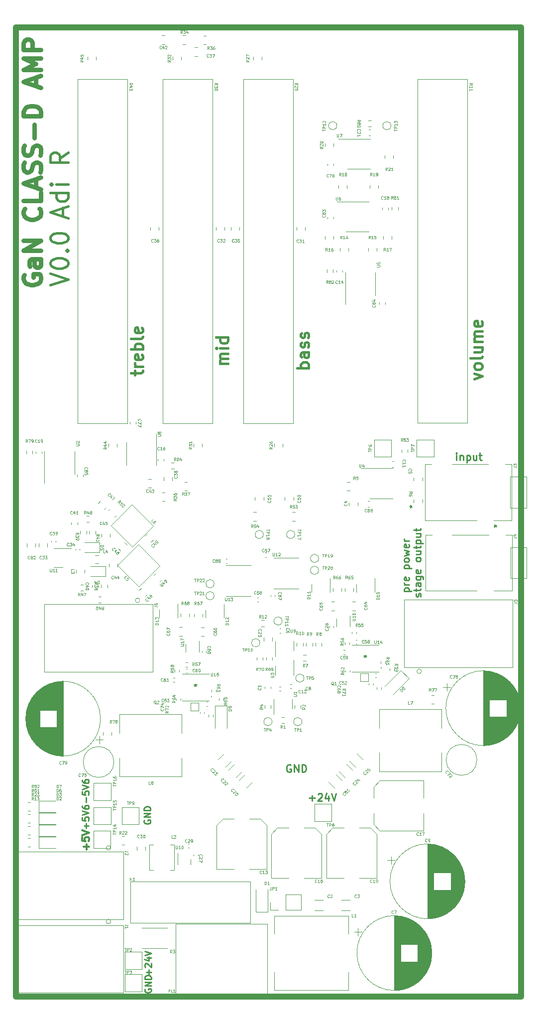
<source format=gbr>
%TF.GenerationSoftware,KiCad,Pcbnew,(6.0.7)*%
%TF.CreationDate,2023-01-25T09:18:12-05:00*%
%TF.ProjectId,amp,616d702e-6b69-4636-9164-5f7063625858,0.0*%
%TF.SameCoordinates,Original*%
%TF.FileFunction,Legend,Top*%
%TF.FilePolarity,Positive*%
%FSLAX46Y46*%
G04 Gerber Fmt 4.6, Leading zero omitted, Abs format (unit mm)*
G04 Created by KiCad (PCBNEW (6.0.7)) date 2023-01-25 09:18:12*
%MOMM*%
%LPD*%
G01*
G04 APERTURE LIST*
%ADD10C,0.400000*%
%ADD11C,0.750000*%
%ADD12C,0.250000*%
%ADD13C,0.275000*%
%TA.AperFunction,Profile*%
%ADD14C,1.000000*%
%TD*%
%ADD15C,0.300000*%
%ADD16C,0.150000*%
%ADD17C,0.075000*%
%ADD18C,0.120000*%
G04 APERTURE END LIST*
D10*
X166957142Y-193788571D02*
X169957142Y-192788571D01*
X166957142Y-191788571D01*
X166957142Y-190217142D02*
X166957142Y-189931428D01*
X167100000Y-189645714D01*
X167242857Y-189502857D01*
X167528571Y-189360000D01*
X168100000Y-189217142D01*
X168814285Y-189217142D01*
X169385714Y-189360000D01*
X169671428Y-189502857D01*
X169814285Y-189645714D01*
X169957142Y-189931428D01*
X169957142Y-190217142D01*
X169814285Y-190502857D01*
X169671428Y-190645714D01*
X169385714Y-190788571D01*
X168814285Y-190931428D01*
X168100000Y-190931428D01*
X167528571Y-190788571D01*
X167242857Y-190645714D01*
X167100000Y-190502857D01*
X166957142Y-190217142D01*
X169671428Y-187931428D02*
X169814285Y-187788571D01*
X169957142Y-187931428D01*
X169814285Y-188074285D01*
X169671428Y-187931428D01*
X169957142Y-187931428D01*
X166957142Y-185931428D02*
X166957142Y-185645714D01*
X167100000Y-185360000D01*
X167242857Y-185217142D01*
X167528571Y-185074285D01*
X168100000Y-184931428D01*
X168814285Y-184931428D01*
X169385714Y-185074285D01*
X169671428Y-185217142D01*
X169814285Y-185360000D01*
X169957142Y-185645714D01*
X169957142Y-185931428D01*
X169814285Y-186217142D01*
X169671428Y-186360000D01*
X169385714Y-186502857D01*
X168814285Y-186645714D01*
X168100000Y-186645714D01*
X167528571Y-186502857D01*
X167242857Y-186360000D01*
X167100000Y-186217142D01*
X166957142Y-185931428D01*
X169100000Y-182088571D02*
X169100000Y-180660000D01*
X169957142Y-182374285D02*
X166957142Y-181374285D01*
X169957142Y-180374285D01*
X169957142Y-178088571D02*
X166957142Y-178088571D01*
X169814285Y-178088571D02*
X169957142Y-178374285D01*
X169957142Y-178945714D01*
X169814285Y-179231428D01*
X169671428Y-179374285D01*
X169385714Y-179517142D01*
X168528571Y-179517142D01*
X168242857Y-179374285D01*
X168100000Y-179231428D01*
X167957142Y-178945714D01*
X167957142Y-178374285D01*
X168100000Y-178088571D01*
X169957142Y-176660000D02*
X167957142Y-176660000D01*
X166957142Y-176660000D02*
X167100000Y-176802857D01*
X167242857Y-176660000D01*
X167100000Y-176517142D01*
X166957142Y-176660000D01*
X167242857Y-176660000D01*
X169957142Y-171231428D02*
X168528571Y-172231428D01*
X169957142Y-172945714D02*
X166957142Y-172945714D01*
X166957142Y-171802857D01*
X167100000Y-171517142D01*
X167242857Y-171374285D01*
X167528571Y-171231428D01*
X167957142Y-171231428D01*
X168242857Y-171374285D01*
X168385714Y-171517142D01*
X168528571Y-171802857D01*
X168528571Y-172945714D01*
D11*
X162500000Y-192058928D02*
X162357142Y-192344642D01*
X162357142Y-192773214D01*
X162500000Y-193201785D01*
X162785714Y-193487500D01*
X163071428Y-193630357D01*
X163642857Y-193773214D01*
X164071428Y-193773214D01*
X164642857Y-193630357D01*
X164928571Y-193487500D01*
X165214285Y-193201785D01*
X165357142Y-192773214D01*
X165357142Y-192487500D01*
X165214285Y-192058928D01*
X165071428Y-191916071D01*
X164071428Y-191916071D01*
X164071428Y-192487500D01*
X165357142Y-189344642D02*
X163785714Y-189344642D01*
X163500000Y-189487500D01*
X163357142Y-189773214D01*
X163357142Y-190344642D01*
X163500000Y-190630357D01*
X165214285Y-189344642D02*
X165357142Y-189630357D01*
X165357142Y-190344642D01*
X165214285Y-190630357D01*
X164928571Y-190773214D01*
X164642857Y-190773214D01*
X164357142Y-190630357D01*
X164214285Y-190344642D01*
X164214285Y-189630357D01*
X164071428Y-189344642D01*
X165357142Y-187916071D02*
X162357142Y-187916071D01*
X165357142Y-186201785D01*
X162357142Y-186201785D01*
X165071428Y-180773214D02*
X165214285Y-180916071D01*
X165357142Y-181344642D01*
X165357142Y-181630357D01*
X165214285Y-182058928D01*
X164928571Y-182344642D01*
X164642857Y-182487500D01*
X164071428Y-182630357D01*
X163642857Y-182630357D01*
X163071428Y-182487500D01*
X162785714Y-182344642D01*
X162500000Y-182058928D01*
X162357142Y-181630357D01*
X162357142Y-181344642D01*
X162500000Y-180916071D01*
X162642857Y-180773214D01*
X165357142Y-178058928D02*
X165357142Y-179487500D01*
X162357142Y-179487500D01*
X164500000Y-177201785D02*
X164500000Y-175773214D01*
X165357142Y-177487500D02*
X162357142Y-176487500D01*
X165357142Y-175487500D01*
X165214285Y-174630357D02*
X165357142Y-174201785D01*
X165357142Y-173487500D01*
X165214285Y-173201785D01*
X165071428Y-173058928D01*
X164785714Y-172916071D01*
X164500000Y-172916071D01*
X164214285Y-173058928D01*
X164071428Y-173201785D01*
X163928571Y-173487500D01*
X163785714Y-174058928D01*
X163642857Y-174344642D01*
X163500000Y-174487500D01*
X163214285Y-174630357D01*
X162928571Y-174630357D01*
X162642857Y-174487500D01*
X162500000Y-174344642D01*
X162357142Y-174058928D01*
X162357142Y-173344642D01*
X162500000Y-172916071D01*
X165214285Y-171773214D02*
X165357142Y-171344642D01*
X165357142Y-170630357D01*
X165214285Y-170344642D01*
X165071428Y-170201785D01*
X164785714Y-170058928D01*
X164500000Y-170058928D01*
X164214285Y-170201785D01*
X164071428Y-170344642D01*
X163928571Y-170630357D01*
X163785714Y-171201785D01*
X163642857Y-171487500D01*
X163500000Y-171630357D01*
X163214285Y-171773214D01*
X162928571Y-171773214D01*
X162642857Y-171630357D01*
X162500000Y-171487500D01*
X162357142Y-171201785D01*
X162357142Y-170487500D01*
X162500000Y-170058928D01*
X164214285Y-168773214D02*
X164214285Y-166487500D01*
X165357142Y-165058928D02*
X162357142Y-165058928D01*
X162357142Y-164344642D01*
X162500000Y-163916071D01*
X162785714Y-163630357D01*
X163071428Y-163487500D01*
X163642857Y-163344642D01*
X164071428Y-163344642D01*
X164642857Y-163487500D01*
X164928571Y-163630357D01*
X165214285Y-163916071D01*
X165357142Y-164344642D01*
X165357142Y-165058928D01*
X164500000Y-159916071D02*
X164500000Y-158487500D01*
X165357142Y-160201785D02*
X162357142Y-159201785D01*
X165357142Y-158201785D01*
X165357142Y-157201785D02*
X162357142Y-157201785D01*
X164500000Y-156201785D01*
X162357142Y-155201785D01*
X165357142Y-155201785D01*
X165357142Y-153773214D02*
X162357142Y-153773214D01*
X162357142Y-152630357D01*
X162500000Y-152344642D01*
X162642857Y-152201785D01*
X162928571Y-152058928D01*
X163357142Y-152058928D01*
X163642857Y-152201785D01*
X163785714Y-152344642D01*
X163928571Y-152630357D01*
X163928571Y-153773214D01*
D12*
X182950000Y-284738095D02*
X182897619Y-284842857D01*
X182897619Y-285000000D01*
X182950000Y-285157142D01*
X183054761Y-285261904D01*
X183159523Y-285314285D01*
X183369047Y-285366666D01*
X183526190Y-285366666D01*
X183735714Y-285314285D01*
X183840476Y-285261904D01*
X183945238Y-285157142D01*
X183997619Y-285000000D01*
X183997619Y-284895238D01*
X183945238Y-284738095D01*
X183892857Y-284685714D01*
X183526190Y-284685714D01*
X183526190Y-284895238D01*
X183997619Y-284214285D02*
X182897619Y-284214285D01*
X183997619Y-283585714D01*
X182897619Y-283585714D01*
X183997619Y-283061904D02*
X182897619Y-283061904D01*
X182897619Y-282800000D01*
X182950000Y-282642857D01*
X183054761Y-282538095D01*
X183159523Y-282485714D01*
X183369047Y-282433333D01*
X183526190Y-282433333D01*
X183735714Y-282485714D01*
X183840476Y-282538095D01*
X183945238Y-282642857D01*
X183997619Y-282800000D01*
X183997619Y-283061904D01*
D13*
X173078571Y-281738095D02*
X173078571Y-280900000D01*
X172397619Y-279852380D02*
X172397619Y-280376190D01*
X172921428Y-280428571D01*
X172869047Y-280376190D01*
X172816666Y-280271428D01*
X172816666Y-280009523D01*
X172869047Y-279904761D01*
X172921428Y-279852380D01*
X173026190Y-279800000D01*
X173288095Y-279800000D01*
X173392857Y-279852380D01*
X173445238Y-279904761D01*
X173497619Y-280009523D01*
X173497619Y-280271428D01*
X173445238Y-280376190D01*
X173392857Y-280428571D01*
X172397619Y-279485714D02*
X173497619Y-279119047D01*
X172397619Y-278752380D01*
X172397619Y-277914285D02*
X172397619Y-278123809D01*
X172450000Y-278228571D01*
X172502380Y-278280952D01*
X172659523Y-278385714D01*
X172869047Y-278438095D01*
X173288095Y-278438095D01*
X173392857Y-278385714D01*
X173445238Y-278333333D01*
X173497619Y-278228571D01*
X173497619Y-278019047D01*
X173445238Y-277914285D01*
X173392857Y-277861904D01*
X173288095Y-277809523D01*
X173026190Y-277809523D01*
X172921428Y-277861904D01*
X172869047Y-277914285D01*
X172816666Y-278019047D01*
X172816666Y-278228571D01*
X172869047Y-278333333D01*
X172921428Y-278385714D01*
X173026190Y-278438095D01*
D12*
X173078571Y-286138095D02*
X173078571Y-285300000D01*
X173497619Y-285719047D02*
X172659523Y-285719047D01*
X172397619Y-284252380D02*
X172397619Y-284776190D01*
X172921428Y-284828571D01*
X172869047Y-284776190D01*
X172816666Y-284671428D01*
X172816666Y-284409523D01*
X172869047Y-284304761D01*
X172921428Y-284252380D01*
X173026190Y-284200000D01*
X173288095Y-284200000D01*
X173392857Y-284252380D01*
X173445238Y-284304761D01*
X173497619Y-284409523D01*
X173497619Y-284671428D01*
X173445238Y-284776190D01*
X173392857Y-284828571D01*
X172397619Y-283885714D02*
X173497619Y-283519047D01*
X172397619Y-283152380D01*
X172397619Y-282314285D02*
X172397619Y-282523809D01*
X172450000Y-282628571D01*
X172502380Y-282680952D01*
X172659523Y-282785714D01*
X172869047Y-282838095D01*
X173288095Y-282838095D01*
X173392857Y-282785714D01*
X173445238Y-282733333D01*
X173497619Y-282628571D01*
X173497619Y-282419047D01*
X173445238Y-282314285D01*
X173392857Y-282261904D01*
X173288095Y-282209523D01*
X173026190Y-282209523D01*
X172921428Y-282261904D01*
X172869047Y-282314285D01*
X172816666Y-282419047D01*
X172816666Y-282628571D01*
X172869047Y-282733333D01*
X172921428Y-282785714D01*
X173026190Y-282838095D01*
D14*
X161080000Y-150000000D02*
X247000000Y-150000000D01*
X247000000Y-150000000D02*
X247000000Y-314760000D01*
X247000000Y-314760000D02*
X161080000Y-314760000D01*
X161080000Y-314760000D02*
X161080000Y-150000000D01*
D12*
X183678571Y-311038095D02*
X183678571Y-310200000D01*
X184097619Y-310619047D02*
X183259523Y-310619047D01*
X183102380Y-309728571D02*
X183050000Y-309676190D01*
X182997619Y-309571428D01*
X182997619Y-309309523D01*
X183050000Y-309204761D01*
X183102380Y-309152380D01*
X183207142Y-309100000D01*
X183311904Y-309100000D01*
X183469047Y-309152380D01*
X184097619Y-309780952D01*
X184097619Y-309100000D01*
X183364285Y-308157142D02*
X184097619Y-308157142D01*
X182945238Y-308419047D02*
X183730952Y-308680952D01*
X183730952Y-308000000D01*
X182997619Y-307738095D02*
X184097619Y-307371428D01*
X182997619Y-307004761D01*
D10*
X197154761Y-207160095D02*
X195821428Y-207160095D01*
X196011904Y-207160095D02*
X195916666Y-207064857D01*
X195821428Y-206874380D01*
X195821428Y-206588666D01*
X195916666Y-206398190D01*
X196107142Y-206302952D01*
X197154761Y-206302952D01*
X196107142Y-206302952D02*
X195916666Y-206207714D01*
X195821428Y-206017238D01*
X195821428Y-205731523D01*
X195916666Y-205541047D01*
X196107142Y-205445809D01*
X197154761Y-205445809D01*
X197154761Y-204493428D02*
X195821428Y-204493428D01*
X195154761Y-204493428D02*
X195250000Y-204588666D01*
X195345238Y-204493428D01*
X195250000Y-204398190D01*
X195154761Y-204493428D01*
X195345238Y-204493428D01*
X197154761Y-202683904D02*
X195154761Y-202683904D01*
X197059523Y-202683904D02*
X197154761Y-202874380D01*
X197154761Y-203255333D01*
X197059523Y-203445809D01*
X196964285Y-203541047D01*
X196773809Y-203636285D01*
X196202380Y-203636285D01*
X196011904Y-203541047D01*
X195916666Y-203445809D01*
X195821428Y-203255333D01*
X195821428Y-202874380D01*
X195916666Y-202683904D01*
X181321428Y-209064857D02*
X181321428Y-208302952D01*
X180654761Y-208779142D02*
X182369047Y-208779142D01*
X182559523Y-208683904D01*
X182654761Y-208493428D01*
X182654761Y-208302952D01*
X182654761Y-207636285D02*
X181321428Y-207636285D01*
X181702380Y-207636285D02*
X181511904Y-207541047D01*
X181416666Y-207445809D01*
X181321428Y-207255333D01*
X181321428Y-207064857D01*
X182559523Y-205636285D02*
X182654761Y-205826761D01*
X182654761Y-206207714D01*
X182559523Y-206398190D01*
X182369047Y-206493428D01*
X181607142Y-206493428D01*
X181416666Y-206398190D01*
X181321428Y-206207714D01*
X181321428Y-205826761D01*
X181416666Y-205636285D01*
X181607142Y-205541047D01*
X181797619Y-205541047D01*
X181988095Y-206493428D01*
X182654761Y-204683904D02*
X180654761Y-204683904D01*
X181416666Y-204683904D02*
X181321428Y-204493428D01*
X181321428Y-204112476D01*
X181416666Y-203922000D01*
X181511904Y-203826761D01*
X181702380Y-203731523D01*
X182273809Y-203731523D01*
X182464285Y-203826761D01*
X182559523Y-203922000D01*
X182654761Y-204112476D01*
X182654761Y-204493428D01*
X182559523Y-204683904D01*
X182654761Y-202588666D02*
X182559523Y-202779142D01*
X182369047Y-202874380D01*
X180654761Y-202874380D01*
X182559523Y-201064857D02*
X182654761Y-201255333D01*
X182654761Y-201636285D01*
X182559523Y-201826761D01*
X182369047Y-201922000D01*
X181607142Y-201922000D01*
X181416666Y-201826761D01*
X181321428Y-201636285D01*
X181321428Y-201255333D01*
X181416666Y-201064857D01*
X181607142Y-200969619D01*
X181797619Y-200969619D01*
X181988095Y-201922000D01*
D12*
X210997619Y-280989285D02*
X211950000Y-280989285D01*
X211473809Y-281465476D02*
X211473809Y-280513095D01*
X212485714Y-280334523D02*
X212545238Y-280275000D01*
X212664285Y-280215476D01*
X212961904Y-280215476D01*
X213080952Y-280275000D01*
X213140476Y-280334523D01*
X213200000Y-280453571D01*
X213200000Y-280572619D01*
X213140476Y-280751190D01*
X212426190Y-281465476D01*
X213200000Y-281465476D01*
X214271428Y-280632142D02*
X214271428Y-281465476D01*
X213973809Y-280155952D02*
X213676190Y-281048809D01*
X214450000Y-281048809D01*
X214747619Y-280215476D02*
X215164285Y-281465476D01*
X215580952Y-280215476D01*
D10*
X239071428Y-209750000D02*
X240404761Y-209273809D01*
X239071428Y-208797619D01*
X240404761Y-207750000D02*
X240309523Y-207940476D01*
X240214285Y-208035714D01*
X240023809Y-208130952D01*
X239452380Y-208130952D01*
X239261904Y-208035714D01*
X239166666Y-207940476D01*
X239071428Y-207750000D01*
X239071428Y-207464285D01*
X239166666Y-207273809D01*
X239261904Y-207178571D01*
X239452380Y-207083333D01*
X240023809Y-207083333D01*
X240214285Y-207178571D01*
X240309523Y-207273809D01*
X240404761Y-207464285D01*
X240404761Y-207750000D01*
X240404761Y-205940476D02*
X240309523Y-206130952D01*
X240119047Y-206226190D01*
X238404761Y-206226190D01*
X239071428Y-204321428D02*
X240404761Y-204321428D01*
X239071428Y-205178571D02*
X240119047Y-205178571D01*
X240309523Y-205083333D01*
X240404761Y-204892857D01*
X240404761Y-204607142D01*
X240309523Y-204416666D01*
X240214285Y-204321428D01*
X240404761Y-203369047D02*
X239071428Y-203369047D01*
X239261904Y-203369047D02*
X239166666Y-203273809D01*
X239071428Y-203083333D01*
X239071428Y-202797619D01*
X239166666Y-202607142D01*
X239357142Y-202511904D01*
X240404761Y-202511904D01*
X239357142Y-202511904D02*
X239166666Y-202416666D01*
X239071428Y-202226190D01*
X239071428Y-201940476D01*
X239166666Y-201750000D01*
X239357142Y-201654761D01*
X240404761Y-201654761D01*
X240309523Y-199940476D02*
X240404761Y-200130952D01*
X240404761Y-200511904D01*
X240309523Y-200702380D01*
X240119047Y-200797619D01*
X239357142Y-200797619D01*
X239166666Y-200702380D01*
X239071428Y-200511904D01*
X239071428Y-200130952D01*
X239166666Y-199940476D01*
X239357142Y-199845238D01*
X239547619Y-199845238D01*
X239738095Y-200797619D01*
D12*
X236046428Y-223565476D02*
X236046428Y-222732142D01*
X236046428Y-222315476D02*
X235986904Y-222375000D01*
X236046428Y-222434523D01*
X236105952Y-222375000D01*
X236046428Y-222315476D01*
X236046428Y-222434523D01*
X236641666Y-222732142D02*
X236641666Y-223565476D01*
X236641666Y-222851190D02*
X236701190Y-222791666D01*
X236820238Y-222732142D01*
X236998809Y-222732142D01*
X237117857Y-222791666D01*
X237177380Y-222910714D01*
X237177380Y-223565476D01*
X237772619Y-222732142D02*
X237772619Y-223982142D01*
X237772619Y-222791666D02*
X237891666Y-222732142D01*
X238129761Y-222732142D01*
X238248809Y-222791666D01*
X238308333Y-222851190D01*
X238367857Y-222970238D01*
X238367857Y-223327380D01*
X238308333Y-223446428D01*
X238248809Y-223505952D01*
X238129761Y-223565476D01*
X237891666Y-223565476D01*
X237772619Y-223505952D01*
X239439285Y-222732142D02*
X239439285Y-223565476D01*
X238903571Y-222732142D02*
X238903571Y-223386904D01*
X238963095Y-223505952D01*
X239082142Y-223565476D01*
X239260714Y-223565476D01*
X239379761Y-223505952D01*
X239439285Y-223446428D01*
X239855952Y-222732142D02*
X240332142Y-222732142D01*
X240034523Y-222315476D02*
X240034523Y-223386904D01*
X240094047Y-223505952D01*
X240213095Y-223565476D01*
X240332142Y-223565476D01*
D10*
X210904761Y-207874380D02*
X208904761Y-207874380D01*
X209666666Y-207874380D02*
X209571428Y-207683904D01*
X209571428Y-207302952D01*
X209666666Y-207112476D01*
X209761904Y-207017238D01*
X209952380Y-206922000D01*
X210523809Y-206922000D01*
X210714285Y-207017238D01*
X210809523Y-207112476D01*
X210904761Y-207302952D01*
X210904761Y-207683904D01*
X210809523Y-207874380D01*
X210904761Y-205207714D02*
X209857142Y-205207714D01*
X209666666Y-205302952D01*
X209571428Y-205493428D01*
X209571428Y-205874380D01*
X209666666Y-206064857D01*
X210809523Y-205207714D02*
X210904761Y-205398190D01*
X210904761Y-205874380D01*
X210809523Y-206064857D01*
X210619047Y-206160095D01*
X210428571Y-206160095D01*
X210238095Y-206064857D01*
X210142857Y-205874380D01*
X210142857Y-205398190D01*
X210047619Y-205207714D01*
X210809523Y-204350571D02*
X210904761Y-204160095D01*
X210904761Y-203779142D01*
X210809523Y-203588666D01*
X210619047Y-203493428D01*
X210523809Y-203493428D01*
X210333333Y-203588666D01*
X210238095Y-203779142D01*
X210238095Y-204064857D01*
X210142857Y-204255333D01*
X209952380Y-204350571D01*
X209857142Y-204350571D01*
X209666666Y-204255333D01*
X209571428Y-204064857D01*
X209571428Y-203779142D01*
X209666666Y-203588666D01*
X210809523Y-202731523D02*
X210904761Y-202541047D01*
X210904761Y-202160095D01*
X210809523Y-201969619D01*
X210619047Y-201874380D01*
X210523809Y-201874380D01*
X210333333Y-201969619D01*
X210238095Y-202160095D01*
X210238095Y-202445809D01*
X210142857Y-202636285D01*
X209952380Y-202731523D01*
X209857142Y-202731523D01*
X209666666Y-202636285D01*
X209571428Y-202445809D01*
X209571428Y-202160095D01*
X209666666Y-201969619D01*
D12*
X207847619Y-275375000D02*
X207728571Y-275315476D01*
X207550000Y-275315476D01*
X207371428Y-275375000D01*
X207252380Y-275494047D01*
X207192857Y-275613095D01*
X207133333Y-275851190D01*
X207133333Y-276029761D01*
X207192857Y-276267857D01*
X207252380Y-276386904D01*
X207371428Y-276505952D01*
X207550000Y-276565476D01*
X207669047Y-276565476D01*
X207847619Y-276505952D01*
X207907142Y-276446428D01*
X207907142Y-276029761D01*
X207669047Y-276029761D01*
X208442857Y-276565476D02*
X208442857Y-275315476D01*
X209157142Y-276565476D01*
X209157142Y-275315476D01*
X209752380Y-276565476D02*
X209752380Y-275315476D01*
X210050000Y-275315476D01*
X210228571Y-275375000D01*
X210347619Y-275494047D01*
X210407142Y-275613095D01*
X210466666Y-275851190D01*
X210466666Y-276029761D01*
X210407142Y-276267857D01*
X210347619Y-276386904D01*
X210228571Y-276505952D01*
X210050000Y-276565476D01*
X209752380Y-276565476D01*
X183050000Y-313438095D02*
X182997619Y-313542857D01*
X182997619Y-313700000D01*
X183050000Y-313857142D01*
X183154761Y-313961904D01*
X183259523Y-314014285D01*
X183469047Y-314066666D01*
X183626190Y-314066666D01*
X183835714Y-314014285D01*
X183940476Y-313961904D01*
X184045238Y-313857142D01*
X184097619Y-313700000D01*
X184097619Y-313595238D01*
X184045238Y-313438095D01*
X183992857Y-313385714D01*
X183626190Y-313385714D01*
X183626190Y-313595238D01*
X184097619Y-312914285D02*
X182997619Y-312914285D01*
X184097619Y-312285714D01*
X182997619Y-312285714D01*
X184097619Y-311761904D02*
X182997619Y-311761904D01*
X182997619Y-311500000D01*
X183050000Y-311342857D01*
X183154761Y-311238095D01*
X183259523Y-311185714D01*
X183469047Y-311133333D01*
X183626190Y-311133333D01*
X183835714Y-311185714D01*
X183940476Y-311238095D01*
X184045238Y-311342857D01*
X184097619Y-311500000D01*
X184097619Y-311761904D01*
D15*
X173085714Y-289742857D02*
X173085714Y-288828571D01*
X173542857Y-289285714D02*
X172628571Y-289285714D01*
X172342857Y-287685714D02*
X172342857Y-288257142D01*
X172914285Y-288314285D01*
X172857142Y-288257142D01*
X172800000Y-288142857D01*
X172800000Y-287857142D01*
X172857142Y-287742857D01*
X172914285Y-287685714D01*
X173028571Y-287628571D01*
X173314285Y-287628571D01*
X173428571Y-287685714D01*
X173485714Y-287742857D01*
X173542857Y-287857142D01*
X173542857Y-288142857D01*
X173485714Y-288257142D01*
X173428571Y-288314285D01*
X172342857Y-287285714D02*
X173542857Y-286885714D01*
X172342857Y-286485714D01*
D12*
X227125892Y-245851190D02*
X228375892Y-245851190D01*
X227185416Y-245851190D02*
X227125892Y-245732142D01*
X227125892Y-245494047D01*
X227185416Y-245375000D01*
X227244940Y-245315476D01*
X227363988Y-245255952D01*
X227721130Y-245255952D01*
X227840178Y-245315476D01*
X227899702Y-245375000D01*
X227959226Y-245494047D01*
X227959226Y-245732142D01*
X227899702Y-245851190D01*
X227959226Y-244720238D02*
X227125892Y-244720238D01*
X227363988Y-244720238D02*
X227244940Y-244660714D01*
X227185416Y-244601190D01*
X227125892Y-244482142D01*
X227125892Y-244363095D01*
X227899702Y-243470238D02*
X227959226Y-243589285D01*
X227959226Y-243827380D01*
X227899702Y-243946428D01*
X227780654Y-244005952D01*
X227304464Y-244005952D01*
X227185416Y-243946428D01*
X227125892Y-243827380D01*
X227125892Y-243589285D01*
X227185416Y-243470238D01*
X227304464Y-243410714D01*
X227423511Y-243410714D01*
X227542559Y-244005952D01*
X227125892Y-241922619D02*
X228375892Y-241922619D01*
X227185416Y-241922619D02*
X227125892Y-241803571D01*
X227125892Y-241565476D01*
X227185416Y-241446428D01*
X227244940Y-241386904D01*
X227363988Y-241327380D01*
X227721130Y-241327380D01*
X227840178Y-241386904D01*
X227899702Y-241446428D01*
X227959226Y-241565476D01*
X227959226Y-241803571D01*
X227899702Y-241922619D01*
X227959226Y-240613095D02*
X227899702Y-240732142D01*
X227840178Y-240791666D01*
X227721130Y-240851190D01*
X227363988Y-240851190D01*
X227244940Y-240791666D01*
X227185416Y-240732142D01*
X227125892Y-240613095D01*
X227125892Y-240434523D01*
X227185416Y-240315476D01*
X227244940Y-240255952D01*
X227363988Y-240196428D01*
X227721130Y-240196428D01*
X227840178Y-240255952D01*
X227899702Y-240315476D01*
X227959226Y-240434523D01*
X227959226Y-240613095D01*
X227125892Y-239779761D02*
X227959226Y-239541666D01*
X227363988Y-239303571D01*
X227959226Y-239065476D01*
X227125892Y-238827380D01*
X227899702Y-237875000D02*
X227959226Y-237994047D01*
X227959226Y-238232142D01*
X227899702Y-238351190D01*
X227780654Y-238410714D01*
X227304464Y-238410714D01*
X227185416Y-238351190D01*
X227125892Y-238232142D01*
X227125892Y-237994047D01*
X227185416Y-237875000D01*
X227304464Y-237815476D01*
X227423511Y-237815476D01*
X227542559Y-238410714D01*
X227959226Y-237279761D02*
X227125892Y-237279761D01*
X227363988Y-237279761D02*
X227244940Y-237220238D01*
X227185416Y-237160714D01*
X227125892Y-237041666D01*
X227125892Y-236922619D01*
X229912202Y-246744047D02*
X229971726Y-246625000D01*
X229971726Y-246386904D01*
X229912202Y-246267857D01*
X229793154Y-246208333D01*
X229733630Y-246208333D01*
X229614583Y-246267857D01*
X229555059Y-246386904D01*
X229555059Y-246565476D01*
X229495535Y-246684523D01*
X229376488Y-246744047D01*
X229316964Y-246744047D01*
X229197916Y-246684523D01*
X229138392Y-246565476D01*
X229138392Y-246386904D01*
X229197916Y-246267857D01*
X229138392Y-245851190D02*
X229138392Y-245375000D01*
X228721726Y-245672619D02*
X229793154Y-245672619D01*
X229912202Y-245613095D01*
X229971726Y-245494047D01*
X229971726Y-245375000D01*
X229971726Y-244422619D02*
X229316964Y-244422619D01*
X229197916Y-244482142D01*
X229138392Y-244601190D01*
X229138392Y-244839285D01*
X229197916Y-244958333D01*
X229912202Y-244422619D02*
X229971726Y-244541666D01*
X229971726Y-244839285D01*
X229912202Y-244958333D01*
X229793154Y-245017857D01*
X229674107Y-245017857D01*
X229555059Y-244958333D01*
X229495535Y-244839285D01*
X229495535Y-244541666D01*
X229436011Y-244422619D01*
X229138392Y-243291666D02*
X230150297Y-243291666D01*
X230269345Y-243351190D01*
X230328869Y-243410714D01*
X230388392Y-243529761D01*
X230388392Y-243708333D01*
X230328869Y-243827380D01*
X229912202Y-243291666D02*
X229971726Y-243410714D01*
X229971726Y-243648809D01*
X229912202Y-243767857D01*
X229852678Y-243827380D01*
X229733630Y-243886904D01*
X229376488Y-243886904D01*
X229257440Y-243827380D01*
X229197916Y-243767857D01*
X229138392Y-243648809D01*
X229138392Y-243410714D01*
X229197916Y-243291666D01*
X229912202Y-242220238D02*
X229971726Y-242339285D01*
X229971726Y-242577380D01*
X229912202Y-242696428D01*
X229793154Y-242755952D01*
X229316964Y-242755952D01*
X229197916Y-242696428D01*
X229138392Y-242577380D01*
X229138392Y-242339285D01*
X229197916Y-242220238D01*
X229316964Y-242160714D01*
X229436011Y-242160714D01*
X229555059Y-242755952D01*
X229971726Y-240494047D02*
X229912202Y-240613095D01*
X229852678Y-240672619D01*
X229733630Y-240732142D01*
X229376488Y-240732142D01*
X229257440Y-240672619D01*
X229197916Y-240613095D01*
X229138392Y-240494047D01*
X229138392Y-240315476D01*
X229197916Y-240196428D01*
X229257440Y-240136904D01*
X229376488Y-240077380D01*
X229733630Y-240077380D01*
X229852678Y-240136904D01*
X229912202Y-240196428D01*
X229971726Y-240315476D01*
X229971726Y-240494047D01*
X229138392Y-239005952D02*
X229971726Y-239005952D01*
X229138392Y-239541666D02*
X229793154Y-239541666D01*
X229912202Y-239482142D01*
X229971726Y-239363095D01*
X229971726Y-239184523D01*
X229912202Y-239065476D01*
X229852678Y-239005952D01*
X229138392Y-238589285D02*
X229138392Y-238113095D01*
X228721726Y-238410714D02*
X229793154Y-238410714D01*
X229912202Y-238351190D01*
X229971726Y-238232142D01*
X229971726Y-238113095D01*
X229138392Y-237696428D02*
X230388392Y-237696428D01*
X229197916Y-237696428D02*
X229138392Y-237577380D01*
X229138392Y-237339285D01*
X229197916Y-237220238D01*
X229257440Y-237160714D01*
X229376488Y-237101190D01*
X229733630Y-237101190D01*
X229852678Y-237160714D01*
X229912202Y-237220238D01*
X229971726Y-237339285D01*
X229971726Y-237577380D01*
X229912202Y-237696428D01*
X229138392Y-236029761D02*
X229971726Y-236029761D01*
X229138392Y-236565476D02*
X229793154Y-236565476D01*
X229912202Y-236505952D01*
X229971726Y-236386904D01*
X229971726Y-236208333D01*
X229912202Y-236089285D01*
X229852678Y-236029761D01*
X229138392Y-235613095D02*
X229138392Y-235136904D01*
X228721726Y-235434523D02*
X229793154Y-235434523D01*
X229912202Y-235375000D01*
X229971726Y-235255952D01*
X229971726Y-235136904D01*
D16*
%TO.C,*%
D17*
%TO.C,R61*%
X224073809Y-257378571D02*
X224311904Y-257211904D01*
X224073809Y-257092857D02*
X224573809Y-257092857D01*
X224573809Y-257283333D01*
X224550000Y-257330952D01*
X224526190Y-257354761D01*
X224478571Y-257378571D01*
X224407142Y-257378571D01*
X224359523Y-257354761D01*
X224335714Y-257330952D01*
X224311904Y-257283333D01*
X224311904Y-257092857D01*
X224573809Y-257807142D02*
X224573809Y-257711904D01*
X224550000Y-257664285D01*
X224526190Y-257640476D01*
X224454761Y-257592857D01*
X224359523Y-257569047D01*
X224169047Y-257569047D01*
X224121428Y-257592857D01*
X224097619Y-257616666D01*
X224073809Y-257664285D01*
X224073809Y-257759523D01*
X224097619Y-257807142D01*
X224121428Y-257830952D01*
X224169047Y-257854761D01*
X224288095Y-257854761D01*
X224335714Y-257830952D01*
X224359523Y-257807142D01*
X224383333Y-257759523D01*
X224383333Y-257664285D01*
X224359523Y-257616666D01*
X224335714Y-257592857D01*
X224288095Y-257569047D01*
X224073809Y-258330952D02*
X224073809Y-258045238D01*
X224073809Y-258188095D02*
X224573809Y-258188095D01*
X224502380Y-258140476D01*
X224454761Y-258092857D01*
X224430952Y-258045238D01*
%TO.C,U14*%
X222080952Y-254226190D02*
X222080952Y-254630952D01*
X222104761Y-254678571D01*
X222128571Y-254702380D01*
X222176190Y-254726190D01*
X222271428Y-254726190D01*
X222319047Y-254702380D01*
X222342857Y-254678571D01*
X222366666Y-254630952D01*
X222366666Y-254226190D01*
X222866666Y-254726190D02*
X222580952Y-254726190D01*
X222723809Y-254726190D02*
X222723809Y-254226190D01*
X222676190Y-254297619D01*
X222628571Y-254345238D01*
X222580952Y-254369047D01*
X223295238Y-254392857D02*
X223295238Y-254726190D01*
X223176190Y-254202380D02*
X223057142Y-254559523D01*
X223366666Y-254559523D01*
D16*
X220539300Y-256691680D02*
X220539300Y-256929776D01*
X220301204Y-256834538D02*
X220539300Y-256929776D01*
X220777395Y-256834538D01*
X220396442Y-257120252D02*
X220539300Y-256929776D01*
X220682157Y-257120252D01*
%TO.C,*%
D17*
%TO.C,Q2*%
X184952380Y-264973809D02*
X184904761Y-264950000D01*
X184857142Y-264902380D01*
X184785714Y-264830952D01*
X184738095Y-264807142D01*
X184690476Y-264807142D01*
X184714285Y-264926190D02*
X184666666Y-264902380D01*
X184619047Y-264854761D01*
X184595238Y-264759523D01*
X184595238Y-264592857D01*
X184619047Y-264497619D01*
X184666666Y-264450000D01*
X184714285Y-264426190D01*
X184809523Y-264426190D01*
X184857142Y-264450000D01*
X184904761Y-264497619D01*
X184928571Y-264592857D01*
X184928571Y-264759523D01*
X184904761Y-264854761D01*
X184857142Y-264902380D01*
X184809523Y-264926190D01*
X184714285Y-264926190D01*
X185119047Y-264473809D02*
X185142857Y-264450000D01*
X185190476Y-264426190D01*
X185309523Y-264426190D01*
X185357142Y-264450000D01*
X185380952Y-264473809D01*
X185404761Y-264521428D01*
X185404761Y-264569047D01*
X185380952Y-264640476D01*
X185095238Y-264926190D01*
X185404761Y-264926190D01*
%TO.C,C59*%
X216578571Y-257278571D02*
X216554761Y-257302380D01*
X216483333Y-257326190D01*
X216435714Y-257326190D01*
X216364285Y-257302380D01*
X216316666Y-257254761D01*
X216292857Y-257207142D01*
X216269047Y-257111904D01*
X216269047Y-257040476D01*
X216292857Y-256945238D01*
X216316666Y-256897619D01*
X216364285Y-256850000D01*
X216435714Y-256826190D01*
X216483333Y-256826190D01*
X216554761Y-256850000D01*
X216578571Y-256873809D01*
X217030952Y-256826190D02*
X216792857Y-256826190D01*
X216769047Y-257064285D01*
X216792857Y-257040476D01*
X216840476Y-257016666D01*
X216959523Y-257016666D01*
X217007142Y-257040476D01*
X217030952Y-257064285D01*
X217054761Y-257111904D01*
X217054761Y-257230952D01*
X217030952Y-257278571D01*
X217007142Y-257302380D01*
X216959523Y-257326190D01*
X216840476Y-257326190D01*
X216792857Y-257302380D01*
X216769047Y-257278571D01*
X217292857Y-257326190D02*
X217388095Y-257326190D01*
X217435714Y-257302380D01*
X217459523Y-257278571D01*
X217507142Y-257207142D01*
X217530952Y-257111904D01*
X217530952Y-256921428D01*
X217507142Y-256873809D01*
X217483333Y-256850000D01*
X217435714Y-256826190D01*
X217340476Y-256826190D01*
X217292857Y-256850000D01*
X217269047Y-256873809D01*
X217245238Y-256921428D01*
X217245238Y-257040476D01*
X217269047Y-257088095D01*
X217292857Y-257111904D01*
X217340476Y-257135714D01*
X217435714Y-257135714D01*
X217483333Y-257111904D01*
X217507142Y-257088095D01*
X217530952Y-257040476D01*
%TO.C,R27*%
X200760190Y-155555428D02*
X200522095Y-155722095D01*
X200760190Y-155841142D02*
X200260190Y-155841142D01*
X200260190Y-155650666D01*
X200284000Y-155603047D01*
X200307809Y-155579238D01*
X200355428Y-155555428D01*
X200426857Y-155555428D01*
X200474476Y-155579238D01*
X200498285Y-155603047D01*
X200522095Y-155650666D01*
X200522095Y-155841142D01*
X200307809Y-155364952D02*
X200284000Y-155341142D01*
X200260190Y-155293523D01*
X200260190Y-155174476D01*
X200284000Y-155126857D01*
X200307809Y-155103047D01*
X200355428Y-155079238D01*
X200403047Y-155079238D01*
X200474476Y-155103047D01*
X200760190Y-155388761D01*
X200760190Y-155079238D01*
X200260190Y-154912571D02*
X200260190Y-154579238D01*
X200760190Y-154793523D01*
%TO.C,R70*%
X202278571Y-259326190D02*
X202111904Y-259088095D01*
X201992857Y-259326190D02*
X201992857Y-258826190D01*
X202183333Y-258826190D01*
X202230952Y-258850000D01*
X202254761Y-258873809D01*
X202278571Y-258921428D01*
X202278571Y-258992857D01*
X202254761Y-259040476D01*
X202230952Y-259064285D01*
X202183333Y-259088095D01*
X201992857Y-259088095D01*
X202445238Y-258826190D02*
X202778571Y-258826190D01*
X202564285Y-259326190D01*
X203064285Y-258826190D02*
X203111904Y-258826190D01*
X203159523Y-258850000D01*
X203183333Y-258873809D01*
X203207142Y-258921428D01*
X203230952Y-259016666D01*
X203230952Y-259135714D01*
X203207142Y-259230952D01*
X203183333Y-259278571D01*
X203159523Y-259302380D01*
X203111904Y-259326190D01*
X203064285Y-259326190D01*
X203016666Y-259302380D01*
X202992857Y-259278571D01*
X202969047Y-259230952D01*
X202945238Y-259135714D01*
X202945238Y-259016666D01*
X202969047Y-258921428D01*
X202992857Y-258873809D01*
X203016666Y-258850000D01*
X203064285Y-258826190D01*
%TO.C,C15*%
X212278571Y-295278571D02*
X212254761Y-295302380D01*
X212183333Y-295326190D01*
X212135714Y-295326190D01*
X212064285Y-295302380D01*
X212016666Y-295254761D01*
X211992857Y-295207142D01*
X211969047Y-295111904D01*
X211969047Y-295040476D01*
X211992857Y-294945238D01*
X212016666Y-294897619D01*
X212064285Y-294850000D01*
X212135714Y-294826190D01*
X212183333Y-294826190D01*
X212254761Y-294850000D01*
X212278571Y-294873809D01*
X212754761Y-295326190D02*
X212469047Y-295326190D01*
X212611904Y-295326190D02*
X212611904Y-294826190D01*
X212564285Y-294897619D01*
X212516666Y-294945238D01*
X212469047Y-294969047D01*
X213207142Y-294826190D02*
X212969047Y-294826190D01*
X212945238Y-295064285D01*
X212969047Y-295040476D01*
X213016666Y-295016666D01*
X213135714Y-295016666D01*
X213183333Y-295040476D01*
X213207142Y-295064285D01*
X213230952Y-295111904D01*
X213230952Y-295230952D01*
X213207142Y-295278571D01*
X213183333Y-295302380D01*
X213135714Y-295326190D01*
X213016666Y-295326190D01*
X212969047Y-295302380D01*
X212945238Y-295278571D01*
%TO.C,L3*%
X170473809Y-242354666D02*
X170473809Y-242116571D01*
X170973809Y-242116571D01*
X170973809Y-242473714D02*
X170973809Y-242783238D01*
X170783333Y-242616571D01*
X170783333Y-242688000D01*
X170759523Y-242735619D01*
X170735714Y-242759428D01*
X170688095Y-242783238D01*
X170569047Y-242783238D01*
X170521428Y-242759428D01*
X170497619Y-242735619D01*
X170473809Y-242688000D01*
X170473809Y-242545142D01*
X170497619Y-242497523D01*
X170521428Y-242473714D01*
%TO.C,C64*%
X220778571Y-248621428D02*
X220802380Y-248645238D01*
X220826190Y-248716666D01*
X220826190Y-248764285D01*
X220802380Y-248835714D01*
X220754761Y-248883333D01*
X220707142Y-248907142D01*
X220611904Y-248930952D01*
X220540476Y-248930952D01*
X220445238Y-248907142D01*
X220397619Y-248883333D01*
X220350000Y-248835714D01*
X220326190Y-248764285D01*
X220326190Y-248716666D01*
X220350000Y-248645238D01*
X220373809Y-248621428D01*
X220326190Y-248192857D02*
X220326190Y-248288095D01*
X220350000Y-248335714D01*
X220373809Y-248359523D01*
X220445238Y-248407142D01*
X220540476Y-248430952D01*
X220730952Y-248430952D01*
X220778571Y-248407142D01*
X220802380Y-248383333D01*
X220826190Y-248335714D01*
X220826190Y-248240476D01*
X220802380Y-248192857D01*
X220778571Y-248169047D01*
X220730952Y-248145238D01*
X220611904Y-248145238D01*
X220564285Y-248169047D01*
X220540476Y-248192857D01*
X220516666Y-248240476D01*
X220516666Y-248335714D01*
X220540476Y-248383333D01*
X220564285Y-248407142D01*
X220611904Y-248430952D01*
X220492857Y-247716666D02*
X220826190Y-247716666D01*
X220302380Y-247835714D02*
X220659523Y-247954761D01*
X220659523Y-247645238D01*
%TO.C,C12*%
X209478571Y-263078571D02*
X209454761Y-263102380D01*
X209383333Y-263126190D01*
X209335714Y-263126190D01*
X209264285Y-263102380D01*
X209216666Y-263054761D01*
X209192857Y-263007142D01*
X209169047Y-262911904D01*
X209169047Y-262840476D01*
X209192857Y-262745238D01*
X209216666Y-262697619D01*
X209264285Y-262650000D01*
X209335714Y-262626190D01*
X209383333Y-262626190D01*
X209454761Y-262650000D01*
X209478571Y-262673809D01*
X209954761Y-263126190D02*
X209669047Y-263126190D01*
X209811904Y-263126190D02*
X209811904Y-262626190D01*
X209764285Y-262697619D01*
X209716666Y-262745238D01*
X209669047Y-262769047D01*
X210145238Y-262673809D02*
X210169047Y-262650000D01*
X210216666Y-262626190D01*
X210335714Y-262626190D01*
X210383333Y-262650000D01*
X210407142Y-262673809D01*
X210430952Y-262721428D01*
X210430952Y-262769047D01*
X210407142Y-262840476D01*
X210121428Y-263126190D01*
X210430952Y-263126190D01*
%TO.C,J2*%
X180173809Y-290133333D02*
X179816666Y-290133333D01*
X179745238Y-290109523D01*
X179697619Y-290061904D01*
X179673809Y-289990476D01*
X179673809Y-289942857D01*
X180126190Y-290347619D02*
X180150000Y-290371428D01*
X180173809Y-290419047D01*
X180173809Y-290538095D01*
X180150000Y-290585714D01*
X180126190Y-290609523D01*
X180078571Y-290633333D01*
X180030952Y-290633333D01*
X179959523Y-290609523D01*
X179673809Y-290323809D01*
X179673809Y-290633333D01*
%TO.C,C34*%
X170078571Y-238078571D02*
X170054761Y-238102380D01*
X169983333Y-238126190D01*
X169935714Y-238126190D01*
X169864285Y-238102380D01*
X169816666Y-238054761D01*
X169792857Y-238007142D01*
X169769047Y-237911904D01*
X169769047Y-237840476D01*
X169792857Y-237745238D01*
X169816666Y-237697619D01*
X169864285Y-237650000D01*
X169935714Y-237626190D01*
X169983333Y-237626190D01*
X170054761Y-237650000D01*
X170078571Y-237673809D01*
X170245238Y-237626190D02*
X170554761Y-237626190D01*
X170388095Y-237816666D01*
X170459523Y-237816666D01*
X170507142Y-237840476D01*
X170530952Y-237864285D01*
X170554761Y-237911904D01*
X170554761Y-238030952D01*
X170530952Y-238078571D01*
X170507142Y-238102380D01*
X170459523Y-238126190D01*
X170316666Y-238126190D01*
X170269047Y-238102380D01*
X170245238Y-238078571D01*
X170983333Y-237792857D02*
X170983333Y-238126190D01*
X170864285Y-237602380D02*
X170745238Y-237959523D01*
X171054761Y-237959523D01*
%TO.C,R71*%
X216673809Y-262678571D02*
X216911904Y-262511904D01*
X216673809Y-262392857D02*
X217173809Y-262392857D01*
X217173809Y-262583333D01*
X217150000Y-262630952D01*
X217126190Y-262654761D01*
X217078571Y-262678571D01*
X217007142Y-262678571D01*
X216959523Y-262654761D01*
X216935714Y-262630952D01*
X216911904Y-262583333D01*
X216911904Y-262392857D01*
X217173809Y-262845238D02*
X217173809Y-263178571D01*
X216673809Y-262964285D01*
X216673809Y-263630952D02*
X216673809Y-263345238D01*
X216673809Y-263488095D02*
X217173809Y-263488095D01*
X217102380Y-263440476D01*
X217054761Y-263392857D01*
X217030952Y-263345238D01*
%TO.C,TP20*%
X213230952Y-241626190D02*
X213516666Y-241626190D01*
X213373809Y-242126190D02*
X213373809Y-241626190D01*
X213683333Y-242126190D02*
X213683333Y-241626190D01*
X213873809Y-241626190D01*
X213921428Y-241650000D01*
X213945238Y-241673809D01*
X213969047Y-241721428D01*
X213969047Y-241792857D01*
X213945238Y-241840476D01*
X213921428Y-241864285D01*
X213873809Y-241888095D01*
X213683333Y-241888095D01*
X214159523Y-241673809D02*
X214183333Y-241650000D01*
X214230952Y-241626190D01*
X214350000Y-241626190D01*
X214397619Y-241650000D01*
X214421428Y-241673809D01*
X214445238Y-241721428D01*
X214445238Y-241769047D01*
X214421428Y-241840476D01*
X214135714Y-242126190D01*
X214445238Y-242126190D01*
X214754761Y-241626190D02*
X214802380Y-241626190D01*
X214850000Y-241650000D01*
X214873809Y-241673809D01*
X214897619Y-241721428D01*
X214921428Y-241816666D01*
X214921428Y-241935714D01*
X214897619Y-242030952D01*
X214873809Y-242078571D01*
X214850000Y-242102380D01*
X214802380Y-242126190D01*
X214754761Y-242126190D01*
X214707142Y-242102380D01*
X214683333Y-242078571D01*
X214659523Y-242030952D01*
X214635714Y-241935714D01*
X214635714Y-241816666D01*
X214659523Y-241721428D01*
X214683333Y-241673809D01*
X214707142Y-241650000D01*
X214754761Y-241626190D01*
%TO.C,R80*%
X219173809Y-165978571D02*
X219411904Y-165811904D01*
X219173809Y-165692857D02*
X219673809Y-165692857D01*
X219673809Y-165883333D01*
X219650000Y-165930952D01*
X219626190Y-165954761D01*
X219578571Y-165978571D01*
X219507142Y-165978571D01*
X219459523Y-165954761D01*
X219435714Y-165930952D01*
X219411904Y-165883333D01*
X219411904Y-165692857D01*
X219459523Y-166264285D02*
X219483333Y-166216666D01*
X219507142Y-166192857D01*
X219554761Y-166169047D01*
X219578571Y-166169047D01*
X219626190Y-166192857D01*
X219650000Y-166216666D01*
X219673809Y-166264285D01*
X219673809Y-166359523D01*
X219650000Y-166407142D01*
X219626190Y-166430952D01*
X219578571Y-166454761D01*
X219554761Y-166454761D01*
X219507142Y-166430952D01*
X219483333Y-166407142D01*
X219459523Y-166359523D01*
X219459523Y-166264285D01*
X219435714Y-166216666D01*
X219411904Y-166192857D01*
X219364285Y-166169047D01*
X219269047Y-166169047D01*
X219221428Y-166192857D01*
X219197619Y-166216666D01*
X219173809Y-166264285D01*
X219173809Y-166359523D01*
X219197619Y-166407142D01*
X219221428Y-166430952D01*
X219269047Y-166454761D01*
X219364285Y-166454761D01*
X219411904Y-166430952D01*
X219435714Y-166407142D01*
X219459523Y-166359523D01*
X219673809Y-166764285D02*
X219673809Y-166811904D01*
X219650000Y-166859523D01*
X219626190Y-166883333D01*
X219578571Y-166907142D01*
X219483333Y-166930952D01*
X219364285Y-166930952D01*
X219269047Y-166907142D01*
X219221428Y-166883333D01*
X219197619Y-166859523D01*
X219173809Y-166811904D01*
X219173809Y-166764285D01*
X219197619Y-166716666D01*
X219221428Y-166692857D01*
X219269047Y-166669047D01*
X219364285Y-166645238D01*
X219483333Y-166645238D01*
X219578571Y-166669047D01*
X219626190Y-166692857D01*
X219650000Y-166716666D01*
X219673809Y-166764285D01*
%TO.C,TP2*%
X179569047Y-306526190D02*
X179854761Y-306526190D01*
X179711904Y-307026190D02*
X179711904Y-306526190D01*
X180021428Y-307026190D02*
X180021428Y-306526190D01*
X180211904Y-306526190D01*
X180259523Y-306550000D01*
X180283333Y-306573809D01*
X180307142Y-306621428D01*
X180307142Y-306692857D01*
X180283333Y-306740476D01*
X180259523Y-306764285D01*
X180211904Y-306788095D01*
X180021428Y-306788095D01*
X180497619Y-306573809D02*
X180521428Y-306550000D01*
X180569047Y-306526190D01*
X180688095Y-306526190D01*
X180735714Y-306550000D01*
X180759523Y-306573809D01*
X180783333Y-306621428D01*
X180783333Y-306669047D01*
X180759523Y-306740476D01*
X180473809Y-307026190D01*
X180783333Y-307026190D01*
%TO.C,C44*%
X177678571Y-243678571D02*
X177654761Y-243702380D01*
X177583333Y-243726190D01*
X177535714Y-243726190D01*
X177464285Y-243702380D01*
X177416666Y-243654761D01*
X177392857Y-243607142D01*
X177369047Y-243511904D01*
X177369047Y-243440476D01*
X177392857Y-243345238D01*
X177416666Y-243297619D01*
X177464285Y-243250000D01*
X177535714Y-243226190D01*
X177583333Y-243226190D01*
X177654761Y-243250000D01*
X177678571Y-243273809D01*
X178107142Y-243392857D02*
X178107142Y-243726190D01*
X177988095Y-243202380D02*
X177869047Y-243559523D01*
X178178571Y-243559523D01*
X178583333Y-243392857D02*
X178583333Y-243726190D01*
X178464285Y-243202380D02*
X178345238Y-243559523D01*
X178654761Y-243559523D01*
%TO.C,R18*%
X216378571Y-175226190D02*
X216211904Y-174988095D01*
X216092857Y-175226190D02*
X216092857Y-174726190D01*
X216283333Y-174726190D01*
X216330952Y-174750000D01*
X216354761Y-174773809D01*
X216378571Y-174821428D01*
X216378571Y-174892857D01*
X216354761Y-174940476D01*
X216330952Y-174964285D01*
X216283333Y-174988095D01*
X216092857Y-174988095D01*
X216854761Y-175226190D02*
X216569047Y-175226190D01*
X216711904Y-175226190D02*
X216711904Y-174726190D01*
X216664285Y-174797619D01*
X216616666Y-174845238D01*
X216569047Y-174869047D01*
X217140476Y-174940476D02*
X217092857Y-174916666D01*
X217069047Y-174892857D01*
X217045238Y-174845238D01*
X217045238Y-174821428D01*
X217069047Y-174773809D01*
X217092857Y-174750000D01*
X217140476Y-174726190D01*
X217235714Y-174726190D01*
X217283333Y-174750000D01*
X217307142Y-174773809D01*
X217330952Y-174821428D01*
X217330952Y-174845238D01*
X217307142Y-174892857D01*
X217283333Y-174916666D01*
X217235714Y-174940476D01*
X217140476Y-174940476D01*
X217092857Y-174964285D01*
X217069047Y-174988095D01*
X217045238Y-175035714D01*
X217045238Y-175130952D01*
X217069047Y-175178571D01*
X217092857Y-175202380D01*
X217140476Y-175226190D01*
X217235714Y-175226190D01*
X217283333Y-175202380D01*
X217307142Y-175178571D01*
X217330952Y-175130952D01*
X217330952Y-175035714D01*
X217307142Y-174988095D01*
X217283333Y-174964285D01*
X217235714Y-174940476D01*
%TO.C,R32*%
X187426190Y-155555428D02*
X187188095Y-155722095D01*
X187426190Y-155841142D02*
X186926190Y-155841142D01*
X186926190Y-155650666D01*
X186950000Y-155603047D01*
X186973809Y-155579238D01*
X187021428Y-155555428D01*
X187092857Y-155555428D01*
X187140476Y-155579238D01*
X187164285Y-155603047D01*
X187188095Y-155650666D01*
X187188095Y-155841142D01*
X186926190Y-155388761D02*
X186926190Y-155079238D01*
X187116666Y-155245904D01*
X187116666Y-155174476D01*
X187140476Y-155126857D01*
X187164285Y-155103047D01*
X187211904Y-155079238D01*
X187330952Y-155079238D01*
X187378571Y-155103047D01*
X187402380Y-155126857D01*
X187426190Y-155174476D01*
X187426190Y-155317333D01*
X187402380Y-155364952D01*
X187378571Y-155388761D01*
X186973809Y-154888761D02*
X186950000Y-154864952D01*
X186926190Y-154817333D01*
X186926190Y-154698285D01*
X186950000Y-154650666D01*
X186973809Y-154626857D01*
X187021428Y-154603047D01*
X187069047Y-154603047D01*
X187140476Y-154626857D01*
X187426190Y-154912571D01*
X187426190Y-154603047D01*
%TO.C,R30*%
X194873809Y-159738571D02*
X195111904Y-159571904D01*
X194873809Y-159452857D02*
X195373809Y-159452857D01*
X195373809Y-159643333D01*
X195350000Y-159690952D01*
X195326190Y-159714761D01*
X195278571Y-159738571D01*
X195207142Y-159738571D01*
X195159523Y-159714761D01*
X195135714Y-159690952D01*
X195111904Y-159643333D01*
X195111904Y-159452857D01*
X195373809Y-159905238D02*
X195373809Y-160214761D01*
X195183333Y-160048095D01*
X195183333Y-160119523D01*
X195159523Y-160167142D01*
X195135714Y-160190952D01*
X195088095Y-160214761D01*
X194969047Y-160214761D01*
X194921428Y-160190952D01*
X194897619Y-160167142D01*
X194873809Y-160119523D01*
X194873809Y-159976666D01*
X194897619Y-159929047D01*
X194921428Y-159905238D01*
X195373809Y-160524285D02*
X195373809Y-160571904D01*
X195350000Y-160619523D01*
X195326190Y-160643333D01*
X195278571Y-160667142D01*
X195183333Y-160690952D01*
X195064285Y-160690952D01*
X194969047Y-160667142D01*
X194921428Y-160643333D01*
X194897619Y-160619523D01*
X194873809Y-160571904D01*
X194873809Y-160524285D01*
X194897619Y-160476666D01*
X194921428Y-160452857D01*
X194969047Y-160429047D01*
X195064285Y-160405238D01*
X195183333Y-160405238D01*
X195278571Y-160429047D01*
X195326190Y-160452857D01*
X195350000Y-160476666D01*
X195373809Y-160524285D01*
%TO.C,C79*%
X168799030Y-275178571D02*
X168775220Y-275202380D01*
X168703792Y-275226190D01*
X168656173Y-275226190D01*
X168584744Y-275202380D01*
X168537125Y-275154761D01*
X168513316Y-275107142D01*
X168489506Y-275011904D01*
X168489506Y-274940476D01*
X168513316Y-274845238D01*
X168537125Y-274797619D01*
X168584744Y-274750000D01*
X168656173Y-274726190D01*
X168703792Y-274726190D01*
X168775220Y-274750000D01*
X168799030Y-274773809D01*
X168965697Y-274726190D02*
X169299030Y-274726190D01*
X169084744Y-275226190D01*
X169513316Y-275226190D02*
X169608554Y-275226190D01*
X169656173Y-275202380D01*
X169679982Y-275178571D01*
X169727601Y-275107142D01*
X169751411Y-275011904D01*
X169751411Y-274821428D01*
X169727601Y-274773809D01*
X169703792Y-274750000D01*
X169656173Y-274726190D01*
X169560935Y-274726190D01*
X169513316Y-274750000D01*
X169489506Y-274773809D01*
X169465697Y-274821428D01*
X169465697Y-274940476D01*
X169489506Y-274988095D01*
X169513316Y-275011904D01*
X169560935Y-275035714D01*
X169656173Y-275035714D01*
X169703792Y-275011904D01*
X169727601Y-274988095D01*
X169751411Y-274940476D01*
%TO.C,C84*%
X222148571Y-197221428D02*
X222172380Y-197245238D01*
X222196190Y-197316666D01*
X222196190Y-197364285D01*
X222172380Y-197435714D01*
X222124761Y-197483333D01*
X222077142Y-197507142D01*
X221981904Y-197530952D01*
X221910476Y-197530952D01*
X221815238Y-197507142D01*
X221767619Y-197483333D01*
X221720000Y-197435714D01*
X221696190Y-197364285D01*
X221696190Y-197316666D01*
X221720000Y-197245238D01*
X221743809Y-197221428D01*
X221910476Y-196935714D02*
X221886666Y-196983333D01*
X221862857Y-197007142D01*
X221815238Y-197030952D01*
X221791428Y-197030952D01*
X221743809Y-197007142D01*
X221720000Y-196983333D01*
X221696190Y-196935714D01*
X221696190Y-196840476D01*
X221720000Y-196792857D01*
X221743809Y-196769047D01*
X221791428Y-196745238D01*
X221815238Y-196745238D01*
X221862857Y-196769047D01*
X221886666Y-196792857D01*
X221910476Y-196840476D01*
X221910476Y-196935714D01*
X221934285Y-196983333D01*
X221958095Y-197007142D01*
X222005714Y-197030952D01*
X222100952Y-197030952D01*
X222148571Y-197007142D01*
X222172380Y-196983333D01*
X222196190Y-196935714D01*
X222196190Y-196840476D01*
X222172380Y-196792857D01*
X222148571Y-196769047D01*
X222100952Y-196745238D01*
X222005714Y-196745238D01*
X221958095Y-196769047D01*
X221934285Y-196792857D01*
X221910476Y-196840476D01*
X221862857Y-196316666D02*
X222196190Y-196316666D01*
X221672380Y-196435714D02*
X222029523Y-196554761D01*
X222029523Y-196245238D01*
%TO.C,R49*%
X186132656Y-244887225D02*
X185846446Y-244836717D01*
X185930625Y-245089255D02*
X185577072Y-244735702D01*
X185711759Y-244601015D01*
X185762267Y-244584179D01*
X185795938Y-244584179D01*
X185846446Y-244601015D01*
X185896954Y-244651522D01*
X185913790Y-244702030D01*
X185913790Y-244735702D01*
X185896954Y-244786209D01*
X185762267Y-244920896D01*
X186200000Y-244348477D02*
X186435702Y-244584179D01*
X185981133Y-244297969D02*
X186149492Y-244634687D01*
X186368358Y-244415820D01*
X186637732Y-244382148D02*
X186705076Y-244314805D01*
X186721912Y-244264297D01*
X186721912Y-244230625D01*
X186705076Y-244146446D01*
X186654568Y-244062267D01*
X186519881Y-243927580D01*
X186469374Y-243910744D01*
X186435702Y-243910744D01*
X186385194Y-243927580D01*
X186317851Y-243994923D01*
X186301015Y-244045431D01*
X186301015Y-244079103D01*
X186317851Y-244129610D01*
X186402030Y-244213790D01*
X186452538Y-244230625D01*
X186486209Y-244230625D01*
X186536717Y-244213790D01*
X186604061Y-244146446D01*
X186620896Y-244095938D01*
X186620896Y-244062267D01*
X186604061Y-244011759D01*
%TO.C,C38*%
X188478571Y-226321428D02*
X188502380Y-226345238D01*
X188526190Y-226416666D01*
X188526190Y-226464285D01*
X188502380Y-226535714D01*
X188454761Y-226583333D01*
X188407142Y-226607142D01*
X188311904Y-226630952D01*
X188240476Y-226630952D01*
X188145238Y-226607142D01*
X188097619Y-226583333D01*
X188050000Y-226535714D01*
X188026190Y-226464285D01*
X188026190Y-226416666D01*
X188050000Y-226345238D01*
X188073809Y-226321428D01*
X188026190Y-226154761D02*
X188026190Y-225845238D01*
X188216666Y-226011904D01*
X188216666Y-225940476D01*
X188240476Y-225892857D01*
X188264285Y-225869047D01*
X188311904Y-225845238D01*
X188430952Y-225845238D01*
X188478571Y-225869047D01*
X188502380Y-225892857D01*
X188526190Y-225940476D01*
X188526190Y-226083333D01*
X188502380Y-226130952D01*
X188478571Y-226154761D01*
X188240476Y-225559523D02*
X188216666Y-225607142D01*
X188192857Y-225630952D01*
X188145238Y-225654761D01*
X188121428Y-225654761D01*
X188073809Y-225630952D01*
X188050000Y-225607142D01*
X188026190Y-225559523D01*
X188026190Y-225464285D01*
X188050000Y-225416666D01*
X188073809Y-225392857D01*
X188121428Y-225369047D01*
X188145238Y-225369047D01*
X188192857Y-225392857D01*
X188216666Y-225416666D01*
X188240476Y-225464285D01*
X188240476Y-225559523D01*
X188264285Y-225607142D01*
X188288095Y-225630952D01*
X188335714Y-225654761D01*
X188430952Y-225654761D01*
X188478571Y-225630952D01*
X188502380Y-225607142D01*
X188526190Y-225559523D01*
X188526190Y-225464285D01*
X188502380Y-225416666D01*
X188478571Y-225392857D01*
X188430952Y-225369047D01*
X188335714Y-225369047D01*
X188288095Y-225392857D01*
X188264285Y-225416666D01*
X188240476Y-225464285D01*
%TO.C,C8*%
X210716666Y-262578571D02*
X210692857Y-262602380D01*
X210621428Y-262626190D01*
X210573809Y-262626190D01*
X210502380Y-262602380D01*
X210454761Y-262554761D01*
X210430952Y-262507142D01*
X210407142Y-262411904D01*
X210407142Y-262340476D01*
X210430952Y-262245238D01*
X210454761Y-262197619D01*
X210502380Y-262150000D01*
X210573809Y-262126190D01*
X210621428Y-262126190D01*
X210692857Y-262150000D01*
X210716666Y-262173809D01*
X211002380Y-262340476D02*
X210954761Y-262316666D01*
X210930952Y-262292857D01*
X210907142Y-262245238D01*
X210907142Y-262221428D01*
X210930952Y-262173809D01*
X210954761Y-262150000D01*
X211002380Y-262126190D01*
X211097619Y-262126190D01*
X211145238Y-262150000D01*
X211169047Y-262173809D01*
X211192857Y-262221428D01*
X211192857Y-262245238D01*
X211169047Y-262292857D01*
X211145238Y-262316666D01*
X211097619Y-262340476D01*
X211002380Y-262340476D01*
X210954761Y-262364285D01*
X210930952Y-262388095D01*
X210907142Y-262435714D01*
X210907142Y-262530952D01*
X210930952Y-262578571D01*
X210954761Y-262602380D01*
X211002380Y-262626190D01*
X211097619Y-262626190D01*
X211145238Y-262602380D01*
X211169047Y-262578571D01*
X211192857Y-262530952D01*
X211192857Y-262435714D01*
X211169047Y-262388095D01*
X211145238Y-262364285D01*
X211097619Y-262340476D01*
%TO.C,R66*%
X215378571Y-243726190D02*
X215211904Y-243488095D01*
X215092857Y-243726190D02*
X215092857Y-243226190D01*
X215283333Y-243226190D01*
X215330952Y-243250000D01*
X215354761Y-243273809D01*
X215378571Y-243321428D01*
X215378571Y-243392857D01*
X215354761Y-243440476D01*
X215330952Y-243464285D01*
X215283333Y-243488095D01*
X215092857Y-243488095D01*
X215807142Y-243226190D02*
X215711904Y-243226190D01*
X215664285Y-243250000D01*
X215640476Y-243273809D01*
X215592857Y-243345238D01*
X215569047Y-243440476D01*
X215569047Y-243630952D01*
X215592857Y-243678571D01*
X215616666Y-243702380D01*
X215664285Y-243726190D01*
X215759523Y-243726190D01*
X215807142Y-243702380D01*
X215830952Y-243678571D01*
X215854761Y-243630952D01*
X215854761Y-243511904D01*
X215830952Y-243464285D01*
X215807142Y-243440476D01*
X215759523Y-243416666D01*
X215664285Y-243416666D01*
X215616666Y-243440476D01*
X215592857Y-243464285D01*
X215569047Y-243511904D01*
X216283333Y-243226190D02*
X216188095Y-243226190D01*
X216140476Y-243250000D01*
X216116666Y-243273809D01*
X216069047Y-243345238D01*
X216045238Y-243440476D01*
X216045238Y-243630952D01*
X216069047Y-243678571D01*
X216092857Y-243702380D01*
X216140476Y-243726190D01*
X216235714Y-243726190D01*
X216283333Y-243702380D01*
X216307142Y-243678571D01*
X216330952Y-243630952D01*
X216330952Y-243511904D01*
X216307142Y-243464285D01*
X216283333Y-243440476D01*
X216235714Y-243416666D01*
X216140476Y-243416666D01*
X216092857Y-243440476D01*
X216069047Y-243464285D01*
X216045238Y-243511904D01*
%TO.C,TP21*%
X191430952Y-245926190D02*
X191716666Y-245926190D01*
X191573809Y-246426190D02*
X191573809Y-245926190D01*
X191883333Y-246426190D02*
X191883333Y-245926190D01*
X192073809Y-245926190D01*
X192121428Y-245950000D01*
X192145238Y-245973809D01*
X192169047Y-246021428D01*
X192169047Y-246092857D01*
X192145238Y-246140476D01*
X192121428Y-246164285D01*
X192073809Y-246188095D01*
X191883333Y-246188095D01*
X192359523Y-245973809D02*
X192383333Y-245950000D01*
X192430952Y-245926190D01*
X192550000Y-245926190D01*
X192597619Y-245950000D01*
X192621428Y-245973809D01*
X192645238Y-246021428D01*
X192645238Y-246069047D01*
X192621428Y-246140476D01*
X192335714Y-246426190D01*
X192645238Y-246426190D01*
X193121428Y-246426190D02*
X192835714Y-246426190D01*
X192978571Y-246426190D02*
X192978571Y-245926190D01*
X192930952Y-245997619D01*
X192883333Y-246045238D01*
X192835714Y-246069047D01*
%TO.C,R3*%
X187616666Y-307326190D02*
X187450000Y-307088095D01*
X187330952Y-307326190D02*
X187330952Y-306826190D01*
X187521428Y-306826190D01*
X187569047Y-306850000D01*
X187592857Y-306873809D01*
X187616666Y-306921428D01*
X187616666Y-306992857D01*
X187592857Y-307040476D01*
X187569047Y-307064285D01*
X187521428Y-307088095D01*
X187330952Y-307088095D01*
X187783333Y-306826190D02*
X188092857Y-306826190D01*
X187926190Y-307016666D01*
X187997619Y-307016666D01*
X188045238Y-307040476D01*
X188069047Y-307064285D01*
X188092857Y-307111904D01*
X188092857Y-307230952D01*
X188069047Y-307278571D01*
X188045238Y-307302380D01*
X187997619Y-307326190D01*
X187854761Y-307326190D01*
X187807142Y-307302380D01*
X187783333Y-307278571D01*
%TO.C,U8*%
X185226190Y-219480952D02*
X185630952Y-219480952D01*
X185678571Y-219457142D01*
X185702380Y-219433333D01*
X185726190Y-219385714D01*
X185726190Y-219290476D01*
X185702380Y-219242857D01*
X185678571Y-219219047D01*
X185630952Y-219195238D01*
X185226190Y-219195238D01*
X185440476Y-218885714D02*
X185416666Y-218933333D01*
X185392857Y-218957142D01*
X185345238Y-218980952D01*
X185321428Y-218980952D01*
X185273809Y-218957142D01*
X185250000Y-218933333D01*
X185226190Y-218885714D01*
X185226190Y-218790476D01*
X185250000Y-218742857D01*
X185273809Y-218719047D01*
X185321428Y-218695238D01*
X185345238Y-218695238D01*
X185392857Y-218719047D01*
X185416666Y-218742857D01*
X185440476Y-218790476D01*
X185440476Y-218885714D01*
X185464285Y-218933333D01*
X185488095Y-218957142D01*
X185535714Y-218980952D01*
X185630952Y-218980952D01*
X185678571Y-218957142D01*
X185702380Y-218933333D01*
X185726190Y-218885714D01*
X185726190Y-218790476D01*
X185702380Y-218742857D01*
X185678571Y-218719047D01*
X185630952Y-218695238D01*
X185535714Y-218695238D01*
X185488095Y-218719047D01*
X185464285Y-218742857D01*
X185440476Y-218790476D01*
%TO.C,R10*%
X209078571Y-253226190D02*
X208911904Y-252988095D01*
X208792857Y-253226190D02*
X208792857Y-252726190D01*
X208983333Y-252726190D01*
X209030952Y-252750000D01*
X209054761Y-252773809D01*
X209078571Y-252821428D01*
X209078571Y-252892857D01*
X209054761Y-252940476D01*
X209030952Y-252964285D01*
X208983333Y-252988095D01*
X208792857Y-252988095D01*
X209554761Y-253226190D02*
X209269047Y-253226190D01*
X209411904Y-253226190D02*
X209411904Y-252726190D01*
X209364285Y-252797619D01*
X209316666Y-252845238D01*
X209269047Y-252869047D01*
X209864285Y-252726190D02*
X209911904Y-252726190D01*
X209959523Y-252750000D01*
X209983333Y-252773809D01*
X210007142Y-252821428D01*
X210030952Y-252916666D01*
X210030952Y-253035714D01*
X210007142Y-253130952D01*
X209983333Y-253178571D01*
X209959523Y-253202380D01*
X209911904Y-253226190D01*
X209864285Y-253226190D01*
X209816666Y-253202380D01*
X209792857Y-253178571D01*
X209769047Y-253130952D01*
X209745238Y-253035714D01*
X209745238Y-252916666D01*
X209769047Y-252821428D01*
X209792857Y-252773809D01*
X209816666Y-252750000D01*
X209864285Y-252726190D01*
%TO.C,R23*%
X164078571Y-280626190D02*
X163911904Y-280388095D01*
X163792857Y-280626190D02*
X163792857Y-280126190D01*
X163983333Y-280126190D01*
X164030952Y-280150000D01*
X164054761Y-280173809D01*
X164078571Y-280221428D01*
X164078571Y-280292857D01*
X164054761Y-280340476D01*
X164030952Y-280364285D01*
X163983333Y-280388095D01*
X163792857Y-280388095D01*
X164269047Y-280173809D02*
X164292857Y-280150000D01*
X164340476Y-280126190D01*
X164459523Y-280126190D01*
X164507142Y-280150000D01*
X164530952Y-280173809D01*
X164554761Y-280221428D01*
X164554761Y-280269047D01*
X164530952Y-280340476D01*
X164245238Y-280626190D01*
X164554761Y-280626190D01*
X164721428Y-280126190D02*
X165030952Y-280126190D01*
X164864285Y-280316666D01*
X164935714Y-280316666D01*
X164983333Y-280340476D01*
X165007142Y-280364285D01*
X165030952Y-280411904D01*
X165030952Y-280530952D01*
X165007142Y-280578571D01*
X164983333Y-280602380D01*
X164935714Y-280626190D01*
X164792857Y-280626190D01*
X164745238Y-280602380D01*
X164721428Y-280578571D01*
%TO.C,U16*%
X218326190Y-250819047D02*
X218730952Y-250819047D01*
X218778571Y-250795238D01*
X218802380Y-250771428D01*
X218826190Y-250723809D01*
X218826190Y-250628571D01*
X218802380Y-250580952D01*
X218778571Y-250557142D01*
X218730952Y-250533333D01*
X218326190Y-250533333D01*
X218826190Y-250033333D02*
X218826190Y-250319047D01*
X218826190Y-250176190D02*
X218326190Y-250176190D01*
X218397619Y-250223809D01*
X218445238Y-250271428D01*
X218469047Y-250319047D01*
X218326190Y-249604761D02*
X218326190Y-249700000D01*
X218350000Y-249747619D01*
X218373809Y-249771428D01*
X218445238Y-249819047D01*
X218540476Y-249842857D01*
X218730952Y-249842857D01*
X218778571Y-249819047D01*
X218802380Y-249795238D01*
X218826190Y-249747619D01*
X218826190Y-249652380D01*
X218802380Y-249604761D01*
X218778571Y-249580952D01*
X218730952Y-249557142D01*
X218611904Y-249557142D01*
X218564285Y-249580952D01*
X218540476Y-249604761D01*
X218516666Y-249652380D01*
X218516666Y-249747619D01*
X218540476Y-249795238D01*
X218564285Y-249819047D01*
X218611904Y-249842857D01*
%TO.C,R11*%
X238273809Y-159778571D02*
X238511904Y-159611904D01*
X238273809Y-159492857D02*
X238773809Y-159492857D01*
X238773809Y-159683333D01*
X238750000Y-159730952D01*
X238726190Y-159754761D01*
X238678571Y-159778571D01*
X238607142Y-159778571D01*
X238559523Y-159754761D01*
X238535714Y-159730952D01*
X238511904Y-159683333D01*
X238511904Y-159492857D01*
X238273809Y-160254761D02*
X238273809Y-159969047D01*
X238273809Y-160111904D02*
X238773809Y-160111904D01*
X238702380Y-160064285D01*
X238654761Y-160016666D01*
X238630952Y-159969047D01*
X238273809Y-160730952D02*
X238273809Y-160445238D01*
X238273809Y-160588095D02*
X238773809Y-160588095D01*
X238702380Y-160540476D01*
X238654761Y-160492857D01*
X238630952Y-160445238D01*
%TO.C,R12*%
X202778571Y-250372190D02*
X202611904Y-250134095D01*
X202492857Y-250372190D02*
X202492857Y-249872190D01*
X202683333Y-249872190D01*
X202730952Y-249896000D01*
X202754761Y-249919809D01*
X202778571Y-249967428D01*
X202778571Y-250038857D01*
X202754761Y-250086476D01*
X202730952Y-250110285D01*
X202683333Y-250134095D01*
X202492857Y-250134095D01*
X203254761Y-250372190D02*
X202969047Y-250372190D01*
X203111904Y-250372190D02*
X203111904Y-249872190D01*
X203064285Y-249943619D01*
X203016666Y-249991238D01*
X202969047Y-250015047D01*
X203445238Y-249919809D02*
X203469047Y-249896000D01*
X203516666Y-249872190D01*
X203635714Y-249872190D01*
X203683333Y-249896000D01*
X203707142Y-249919809D01*
X203730952Y-249967428D01*
X203730952Y-250015047D01*
X203707142Y-250086476D01*
X203421428Y-250372190D01*
X203730952Y-250372190D01*
%TO.C,JP1*%
X204483333Y-296126190D02*
X204483333Y-296483333D01*
X204459523Y-296554761D01*
X204411904Y-296602380D01*
X204340476Y-296626190D01*
X204292857Y-296626190D01*
X204721428Y-296626190D02*
X204721428Y-296126190D01*
X204911904Y-296126190D01*
X204959523Y-296150000D01*
X204983333Y-296173809D01*
X205007142Y-296221428D01*
X205007142Y-296292857D01*
X204983333Y-296340476D01*
X204959523Y-296364285D01*
X204911904Y-296388095D01*
X204721428Y-296388095D01*
X205483333Y-296626190D02*
X205197619Y-296626190D01*
X205340476Y-296626190D02*
X205340476Y-296126190D01*
X205292857Y-296197619D01*
X205245238Y-296245238D01*
X205197619Y-296269047D01*
%TO.C,R39*%
X171273809Y-236178571D02*
X171511904Y-236011904D01*
X171273809Y-235892857D02*
X171773809Y-235892857D01*
X171773809Y-236083333D01*
X171750000Y-236130952D01*
X171726190Y-236154761D01*
X171678571Y-236178571D01*
X171607142Y-236178571D01*
X171559523Y-236154761D01*
X171535714Y-236130952D01*
X171511904Y-236083333D01*
X171511904Y-235892857D01*
X171773809Y-236345238D02*
X171773809Y-236654761D01*
X171583333Y-236488095D01*
X171583333Y-236559523D01*
X171559523Y-236607142D01*
X171535714Y-236630952D01*
X171488095Y-236654761D01*
X171369047Y-236654761D01*
X171321428Y-236630952D01*
X171297619Y-236607142D01*
X171273809Y-236559523D01*
X171273809Y-236416666D01*
X171297619Y-236369047D01*
X171321428Y-236345238D01*
X171273809Y-236892857D02*
X171273809Y-236988095D01*
X171297619Y-237035714D01*
X171321428Y-237059523D01*
X171392857Y-237107142D01*
X171488095Y-237130952D01*
X171678571Y-237130952D01*
X171726190Y-237107142D01*
X171750000Y-237083333D01*
X171773809Y-237035714D01*
X171773809Y-236940476D01*
X171750000Y-236892857D01*
X171726190Y-236869047D01*
X171678571Y-236845238D01*
X171559523Y-236845238D01*
X171511904Y-236869047D01*
X171488095Y-236892857D01*
X171464285Y-236940476D01*
X171464285Y-237035714D01*
X171488095Y-237083333D01*
X171511904Y-237107142D01*
X171559523Y-237130952D01*
%TO.C,U13*%
X196680952Y-246926190D02*
X196680952Y-247330952D01*
X196704761Y-247378571D01*
X196728571Y-247402380D01*
X196776190Y-247426190D01*
X196871428Y-247426190D01*
X196919047Y-247402380D01*
X196942857Y-247378571D01*
X196966666Y-247330952D01*
X196966666Y-246926190D01*
X197466666Y-247426190D02*
X197180952Y-247426190D01*
X197323809Y-247426190D02*
X197323809Y-246926190D01*
X197276190Y-246997619D01*
X197228571Y-247045238D01*
X197180952Y-247069047D01*
X197633333Y-246926190D02*
X197942857Y-246926190D01*
X197776190Y-247116666D01*
X197847619Y-247116666D01*
X197895238Y-247140476D01*
X197919047Y-247164285D01*
X197942857Y-247211904D01*
X197942857Y-247330952D01*
X197919047Y-247378571D01*
X197895238Y-247402380D01*
X197847619Y-247426190D01*
X197704761Y-247426190D01*
X197657142Y-247402380D01*
X197633333Y-247378571D01*
%TO.C,U3*%
X204426190Y-260480952D02*
X204830952Y-260480952D01*
X204878571Y-260457142D01*
X204902380Y-260433333D01*
X204926190Y-260385714D01*
X204926190Y-260290476D01*
X204902380Y-260242857D01*
X204878571Y-260219047D01*
X204830952Y-260195238D01*
X204426190Y-260195238D01*
X204426190Y-260004761D02*
X204426190Y-259695238D01*
X204616666Y-259861904D01*
X204616666Y-259790476D01*
X204640476Y-259742857D01*
X204664285Y-259719047D01*
X204711904Y-259695238D01*
X204830952Y-259695238D01*
X204878571Y-259719047D01*
X204902380Y-259742857D01*
X204926190Y-259790476D01*
X204926190Y-259933333D01*
X204902380Y-259980952D01*
X204878571Y-260004761D01*
%TO.C,C51*%
X204363071Y-230407428D02*
X204386880Y-230431238D01*
X204410690Y-230502666D01*
X204410690Y-230550285D01*
X204386880Y-230621714D01*
X204339261Y-230669333D01*
X204291642Y-230693142D01*
X204196404Y-230716952D01*
X204124976Y-230716952D01*
X204029738Y-230693142D01*
X203982119Y-230669333D01*
X203934500Y-230621714D01*
X203910690Y-230550285D01*
X203910690Y-230502666D01*
X203934500Y-230431238D01*
X203958309Y-230407428D01*
X203910690Y-229955047D02*
X203910690Y-230193142D01*
X204148785Y-230216952D01*
X204124976Y-230193142D01*
X204101166Y-230145523D01*
X204101166Y-230026476D01*
X204124976Y-229978857D01*
X204148785Y-229955047D01*
X204196404Y-229931238D01*
X204315452Y-229931238D01*
X204363071Y-229955047D01*
X204386880Y-229978857D01*
X204410690Y-230026476D01*
X204410690Y-230145523D01*
X204386880Y-230193142D01*
X204363071Y-230216952D01*
X204410690Y-229455047D02*
X204410690Y-229740761D01*
X204410690Y-229597904D02*
X203910690Y-229597904D01*
X203982119Y-229645523D01*
X204029738Y-229693142D01*
X204053547Y-229740761D01*
%TO.C,U12*%
X204780952Y-239326190D02*
X204780952Y-239730952D01*
X204804761Y-239778571D01*
X204828571Y-239802380D01*
X204876190Y-239826190D01*
X204971428Y-239826190D01*
X205019047Y-239802380D01*
X205042857Y-239778571D01*
X205066666Y-239730952D01*
X205066666Y-239326190D01*
X205566666Y-239826190D02*
X205280952Y-239826190D01*
X205423809Y-239826190D02*
X205423809Y-239326190D01*
X205376190Y-239397619D01*
X205328571Y-239445238D01*
X205280952Y-239469047D01*
X205757142Y-239373809D02*
X205780952Y-239350000D01*
X205828571Y-239326190D01*
X205947619Y-239326190D01*
X205995238Y-239350000D01*
X206019047Y-239373809D01*
X206042857Y-239421428D01*
X206042857Y-239469047D01*
X206019047Y-239540476D01*
X205733333Y-239826190D01*
X206042857Y-239826190D01*
%TO.C,C65*%
X213178571Y-248721428D02*
X213202380Y-248745238D01*
X213226190Y-248816666D01*
X213226190Y-248864285D01*
X213202380Y-248935714D01*
X213154761Y-248983333D01*
X213107142Y-249007142D01*
X213011904Y-249030952D01*
X212940476Y-249030952D01*
X212845238Y-249007142D01*
X212797619Y-248983333D01*
X212750000Y-248935714D01*
X212726190Y-248864285D01*
X212726190Y-248816666D01*
X212750000Y-248745238D01*
X212773809Y-248721428D01*
X212726190Y-248292857D02*
X212726190Y-248388095D01*
X212750000Y-248435714D01*
X212773809Y-248459523D01*
X212845238Y-248507142D01*
X212940476Y-248530952D01*
X213130952Y-248530952D01*
X213178571Y-248507142D01*
X213202380Y-248483333D01*
X213226190Y-248435714D01*
X213226190Y-248340476D01*
X213202380Y-248292857D01*
X213178571Y-248269047D01*
X213130952Y-248245238D01*
X213011904Y-248245238D01*
X212964285Y-248269047D01*
X212940476Y-248292857D01*
X212916666Y-248340476D01*
X212916666Y-248435714D01*
X212940476Y-248483333D01*
X212964285Y-248507142D01*
X213011904Y-248530952D01*
X212726190Y-247792857D02*
X212726190Y-248030952D01*
X212964285Y-248054761D01*
X212940476Y-248030952D01*
X212916666Y-247983333D01*
X212916666Y-247864285D01*
X212940476Y-247816666D01*
X212964285Y-247792857D01*
X213011904Y-247769047D01*
X213130952Y-247769047D01*
X213178571Y-247792857D01*
X213202380Y-247816666D01*
X213226190Y-247864285D01*
X213226190Y-247983333D01*
X213202380Y-248030952D01*
X213178571Y-248054761D01*
%TO.C,R5*%
X218816666Y-226826190D02*
X218650000Y-226588095D01*
X218530952Y-226826190D02*
X218530952Y-226326190D01*
X218721428Y-226326190D01*
X218769047Y-226350000D01*
X218792857Y-226373809D01*
X218816666Y-226421428D01*
X218816666Y-226492857D01*
X218792857Y-226540476D01*
X218769047Y-226564285D01*
X218721428Y-226588095D01*
X218530952Y-226588095D01*
X219269047Y-226326190D02*
X219030952Y-226326190D01*
X219007142Y-226564285D01*
X219030952Y-226540476D01*
X219078571Y-226516666D01*
X219197619Y-226516666D01*
X219245238Y-226540476D01*
X219269047Y-226564285D01*
X219292857Y-226611904D01*
X219292857Y-226730952D01*
X219269047Y-226778571D01*
X219245238Y-226802380D01*
X219197619Y-226826190D01*
X219078571Y-226826190D01*
X219030952Y-226802380D01*
X219007142Y-226778571D01*
%TO.C,R72*%
X187026190Y-266221428D02*
X186788095Y-266388095D01*
X187026190Y-266507142D02*
X186526190Y-266507142D01*
X186526190Y-266316666D01*
X186550000Y-266269047D01*
X186573809Y-266245238D01*
X186621428Y-266221428D01*
X186692857Y-266221428D01*
X186740476Y-266245238D01*
X186764285Y-266269047D01*
X186788095Y-266316666D01*
X186788095Y-266507142D01*
X186526190Y-266054761D02*
X186526190Y-265721428D01*
X187026190Y-265935714D01*
X186573809Y-265554761D02*
X186550000Y-265530952D01*
X186526190Y-265483333D01*
X186526190Y-265364285D01*
X186550000Y-265316666D01*
X186573809Y-265292857D01*
X186621428Y-265269047D01*
X186669047Y-265269047D01*
X186740476Y-265292857D01*
X187026190Y-265578571D01*
X187026190Y-265269047D01*
%TO.C,C66*%
X195178571Y-253021428D02*
X195202380Y-253045238D01*
X195226190Y-253116666D01*
X195226190Y-253164285D01*
X195202380Y-253235714D01*
X195154761Y-253283333D01*
X195107142Y-253307142D01*
X195011904Y-253330952D01*
X194940476Y-253330952D01*
X194845238Y-253307142D01*
X194797619Y-253283333D01*
X194750000Y-253235714D01*
X194726190Y-253164285D01*
X194726190Y-253116666D01*
X194750000Y-253045238D01*
X194773809Y-253021428D01*
X194726190Y-252592857D02*
X194726190Y-252688095D01*
X194750000Y-252735714D01*
X194773809Y-252759523D01*
X194845238Y-252807142D01*
X194940476Y-252830952D01*
X195130952Y-252830952D01*
X195178571Y-252807142D01*
X195202380Y-252783333D01*
X195226190Y-252735714D01*
X195226190Y-252640476D01*
X195202380Y-252592857D01*
X195178571Y-252569047D01*
X195130952Y-252545238D01*
X195011904Y-252545238D01*
X194964285Y-252569047D01*
X194940476Y-252592857D01*
X194916666Y-252640476D01*
X194916666Y-252735714D01*
X194940476Y-252783333D01*
X194964285Y-252807142D01*
X195011904Y-252830952D01*
X194726190Y-252116666D02*
X194726190Y-252211904D01*
X194750000Y-252259523D01*
X194773809Y-252283333D01*
X194845238Y-252330952D01*
X194940476Y-252354761D01*
X195130952Y-252354761D01*
X195178571Y-252330952D01*
X195202380Y-252307142D01*
X195226190Y-252259523D01*
X195226190Y-252164285D01*
X195202380Y-252116666D01*
X195178571Y-252092857D01*
X195130952Y-252069047D01*
X195011904Y-252069047D01*
X194964285Y-252092857D01*
X194940476Y-252116666D01*
X194916666Y-252164285D01*
X194916666Y-252259523D01*
X194940476Y-252307142D01*
X194964285Y-252330952D01*
X195011904Y-252354761D01*
%TO.C,D6*%
X168030952Y-279926190D02*
X168030952Y-279426190D01*
X168150000Y-279426190D01*
X168221428Y-279450000D01*
X168269047Y-279497619D01*
X168292857Y-279545238D01*
X168316666Y-279640476D01*
X168316666Y-279711904D01*
X168292857Y-279807142D01*
X168269047Y-279854761D01*
X168221428Y-279902380D01*
X168150000Y-279926190D01*
X168030952Y-279926190D01*
X168745238Y-279426190D02*
X168650000Y-279426190D01*
X168602380Y-279450000D01*
X168578571Y-279473809D01*
X168530952Y-279545238D01*
X168507142Y-279640476D01*
X168507142Y-279830952D01*
X168530952Y-279878571D01*
X168554761Y-279902380D01*
X168602380Y-279926190D01*
X168697619Y-279926190D01*
X168745238Y-279902380D01*
X168769047Y-279878571D01*
X168792857Y-279830952D01*
X168792857Y-279711904D01*
X168769047Y-279664285D01*
X168745238Y-279640476D01*
X168697619Y-279616666D01*
X168602380Y-279616666D01*
X168554761Y-279640476D01*
X168530952Y-279664285D01*
X168507142Y-279711904D01*
%TO.C,C74*%
X186178571Y-265821428D02*
X186202380Y-265845238D01*
X186226190Y-265916666D01*
X186226190Y-265964285D01*
X186202380Y-266035714D01*
X186154761Y-266083333D01*
X186107142Y-266107142D01*
X186011904Y-266130952D01*
X185940476Y-266130952D01*
X185845238Y-266107142D01*
X185797619Y-266083333D01*
X185750000Y-266035714D01*
X185726190Y-265964285D01*
X185726190Y-265916666D01*
X185750000Y-265845238D01*
X185773809Y-265821428D01*
X185726190Y-265654761D02*
X185726190Y-265321428D01*
X186226190Y-265535714D01*
X185892857Y-264916666D02*
X186226190Y-264916666D01*
X185702380Y-265035714D02*
X186059523Y-265154761D01*
X186059523Y-264845238D01*
%TO.C,L6*%
X184281133Y-234101015D02*
X184112774Y-233932656D01*
X184466328Y-233579103D01*
X184904061Y-234016835D02*
X184836717Y-233949492D01*
X184786209Y-233932656D01*
X184752538Y-233932656D01*
X184668358Y-233949492D01*
X184584179Y-234000000D01*
X184449492Y-234134687D01*
X184432656Y-234185194D01*
X184432656Y-234218866D01*
X184449492Y-234269374D01*
X184516835Y-234336717D01*
X184567343Y-234353553D01*
X184601015Y-234353553D01*
X184651522Y-234336717D01*
X184735702Y-234252538D01*
X184752538Y-234202030D01*
X184752538Y-234168358D01*
X184735702Y-234117851D01*
X184668358Y-234050507D01*
X184617851Y-234033671D01*
X184584179Y-234033671D01*
X184533671Y-234050507D01*
%TO.C,C80*%
X193721428Y-255478571D02*
X193697619Y-255454761D01*
X193673809Y-255383333D01*
X193673809Y-255335714D01*
X193697619Y-255264285D01*
X193745238Y-255216666D01*
X193792857Y-255192857D01*
X193888095Y-255169047D01*
X193959523Y-255169047D01*
X194054761Y-255192857D01*
X194102380Y-255216666D01*
X194150000Y-255264285D01*
X194173809Y-255335714D01*
X194173809Y-255383333D01*
X194150000Y-255454761D01*
X194126190Y-255478571D01*
X193959523Y-255764285D02*
X193983333Y-255716666D01*
X194007142Y-255692857D01*
X194054761Y-255669047D01*
X194078571Y-255669047D01*
X194126190Y-255692857D01*
X194150000Y-255716666D01*
X194173809Y-255764285D01*
X194173809Y-255859523D01*
X194150000Y-255907142D01*
X194126190Y-255930952D01*
X194078571Y-255954761D01*
X194054761Y-255954761D01*
X194007142Y-255930952D01*
X193983333Y-255907142D01*
X193959523Y-255859523D01*
X193959523Y-255764285D01*
X193935714Y-255716666D01*
X193911904Y-255692857D01*
X193864285Y-255669047D01*
X193769047Y-255669047D01*
X193721428Y-255692857D01*
X193697619Y-255716666D01*
X193673809Y-255764285D01*
X193673809Y-255859523D01*
X193697619Y-255907142D01*
X193721428Y-255930952D01*
X193769047Y-255954761D01*
X193864285Y-255954761D01*
X193911904Y-255930952D01*
X193935714Y-255907142D01*
X193959523Y-255859523D01*
X194173809Y-256264285D02*
X194173809Y-256311904D01*
X194150000Y-256359523D01*
X194126190Y-256383333D01*
X194078571Y-256407142D01*
X193983333Y-256430952D01*
X193864285Y-256430952D01*
X193769047Y-256407142D01*
X193721428Y-256383333D01*
X193697619Y-256359523D01*
X193673809Y-256311904D01*
X193673809Y-256264285D01*
X193697619Y-256216666D01*
X193721428Y-256192857D01*
X193769047Y-256169047D01*
X193864285Y-256145238D01*
X193983333Y-256145238D01*
X194078571Y-256169047D01*
X194126190Y-256192857D01*
X194150000Y-256216666D01*
X194173809Y-256264285D01*
%TO.C,R47*%
X172000571Y-246626190D02*
X171833904Y-246388095D01*
X171714857Y-246626190D02*
X171714857Y-246126190D01*
X171905333Y-246126190D01*
X171952952Y-246150000D01*
X171976761Y-246173809D01*
X172000571Y-246221428D01*
X172000571Y-246292857D01*
X171976761Y-246340476D01*
X171952952Y-246364285D01*
X171905333Y-246388095D01*
X171714857Y-246388095D01*
X172429142Y-246292857D02*
X172429142Y-246626190D01*
X172310095Y-246102380D02*
X172191047Y-246459523D01*
X172500571Y-246459523D01*
X172643428Y-246126190D02*
X172976761Y-246126190D01*
X172762476Y-246626190D01*
%TO.C,R78*%
X177378571Y-268226190D02*
X177211904Y-267988095D01*
X177092857Y-268226190D02*
X177092857Y-267726190D01*
X177283333Y-267726190D01*
X177330952Y-267750000D01*
X177354761Y-267773809D01*
X177378571Y-267821428D01*
X177378571Y-267892857D01*
X177354761Y-267940476D01*
X177330952Y-267964285D01*
X177283333Y-267988095D01*
X177092857Y-267988095D01*
X177545238Y-267726190D02*
X177878571Y-267726190D01*
X177664285Y-268226190D01*
X178140476Y-267940476D02*
X178092857Y-267916666D01*
X178069047Y-267892857D01*
X178045238Y-267845238D01*
X178045238Y-267821428D01*
X178069047Y-267773809D01*
X178092857Y-267750000D01*
X178140476Y-267726190D01*
X178235714Y-267726190D01*
X178283333Y-267750000D01*
X178307142Y-267773809D01*
X178330952Y-267821428D01*
X178330952Y-267845238D01*
X178307142Y-267892857D01*
X178283333Y-267916666D01*
X178235714Y-267940476D01*
X178140476Y-267940476D01*
X178092857Y-267964285D01*
X178069047Y-267988095D01*
X178045238Y-268035714D01*
X178045238Y-268130952D01*
X178069047Y-268178571D01*
X178092857Y-268202380D01*
X178140476Y-268226190D01*
X178235714Y-268226190D01*
X178283333Y-268202380D01*
X178307142Y-268178571D01*
X178330952Y-268130952D01*
X178330952Y-268035714D01*
X178307142Y-267988095D01*
X178283333Y-267964285D01*
X178235714Y-267940476D01*
%TO.C,R38*%
X174475809Y-244656571D02*
X174713904Y-244489904D01*
X174475809Y-244370857D02*
X174975809Y-244370857D01*
X174975809Y-244561333D01*
X174952000Y-244608952D01*
X174928190Y-244632761D01*
X174880571Y-244656571D01*
X174809142Y-244656571D01*
X174761523Y-244632761D01*
X174737714Y-244608952D01*
X174713904Y-244561333D01*
X174713904Y-244370857D01*
X174975809Y-244823238D02*
X174975809Y-245132761D01*
X174785333Y-244966095D01*
X174785333Y-245037523D01*
X174761523Y-245085142D01*
X174737714Y-245108952D01*
X174690095Y-245132761D01*
X174571047Y-245132761D01*
X174523428Y-245108952D01*
X174499619Y-245085142D01*
X174475809Y-245037523D01*
X174475809Y-244894666D01*
X174499619Y-244847047D01*
X174523428Y-244823238D01*
X174761523Y-245418476D02*
X174785333Y-245370857D01*
X174809142Y-245347047D01*
X174856761Y-245323238D01*
X174880571Y-245323238D01*
X174928190Y-245347047D01*
X174952000Y-245370857D01*
X174975809Y-245418476D01*
X174975809Y-245513714D01*
X174952000Y-245561333D01*
X174928190Y-245585142D01*
X174880571Y-245608952D01*
X174856761Y-245608952D01*
X174809142Y-245585142D01*
X174785333Y-245561333D01*
X174761523Y-245513714D01*
X174761523Y-245418476D01*
X174737714Y-245370857D01*
X174713904Y-245347047D01*
X174666285Y-245323238D01*
X174571047Y-245323238D01*
X174523428Y-245347047D01*
X174499619Y-245370857D01*
X174475809Y-245418476D01*
X174475809Y-245513714D01*
X174499619Y-245561333D01*
X174523428Y-245585142D01*
X174571047Y-245608952D01*
X174666285Y-245608952D01*
X174713904Y-245585142D01*
X174737714Y-245561333D01*
X174761523Y-245513714D01*
%TO.C,D13*%
X185326190Y-251507142D02*
X184826190Y-251507142D01*
X184826190Y-251388095D01*
X184850000Y-251316666D01*
X184897619Y-251269047D01*
X184945238Y-251245238D01*
X185040476Y-251221428D01*
X185111904Y-251221428D01*
X185207142Y-251245238D01*
X185254761Y-251269047D01*
X185302380Y-251316666D01*
X185326190Y-251388095D01*
X185326190Y-251507142D01*
X185326190Y-250745238D02*
X185326190Y-251030952D01*
X185326190Y-250888095D02*
X184826190Y-250888095D01*
X184897619Y-250935714D01*
X184945238Y-250983333D01*
X184969047Y-251030952D01*
X184826190Y-250578571D02*
X184826190Y-250269047D01*
X185016666Y-250435714D01*
X185016666Y-250364285D01*
X185040476Y-250316666D01*
X185064285Y-250292857D01*
X185111904Y-250269047D01*
X185230952Y-250269047D01*
X185278571Y-250292857D01*
X185302380Y-250316666D01*
X185326190Y-250364285D01*
X185326190Y-250507142D01*
X185302380Y-250554761D01*
X185278571Y-250578571D01*
%TO.C,C81*%
X217148984Y-280353553D02*
X217148984Y-280387225D01*
X217115312Y-280454568D01*
X217081641Y-280488240D01*
X217014297Y-280521912D01*
X216946954Y-280521912D01*
X216896446Y-280505076D01*
X216812267Y-280454568D01*
X216761759Y-280404061D01*
X216711251Y-280319881D01*
X216694416Y-280269374D01*
X216694416Y-280202030D01*
X216728087Y-280134687D01*
X216761759Y-280101015D01*
X216829103Y-280067343D01*
X216862774Y-280067343D01*
X217182656Y-279983164D02*
X217132148Y-280000000D01*
X217098477Y-280000000D01*
X217047969Y-279983164D01*
X217031133Y-279966328D01*
X217014297Y-279915820D01*
X217014297Y-279882148D01*
X217031133Y-279831641D01*
X217098477Y-279764297D01*
X217148984Y-279747461D01*
X217182656Y-279747461D01*
X217233164Y-279764297D01*
X217250000Y-279781133D01*
X217266835Y-279831641D01*
X217266835Y-279865312D01*
X217250000Y-279915820D01*
X217182656Y-279983164D01*
X217165820Y-280033671D01*
X217165820Y-280067343D01*
X217182656Y-280117851D01*
X217249999Y-280185194D01*
X217300507Y-280202030D01*
X217334179Y-280202030D01*
X217384687Y-280185194D01*
X217452030Y-280117851D01*
X217468866Y-280067343D01*
X217468866Y-280033671D01*
X217452030Y-279983164D01*
X217384687Y-279915820D01*
X217334179Y-279898984D01*
X217300507Y-279898984D01*
X217250000Y-279915820D01*
X217856091Y-279713790D02*
X217654061Y-279915820D01*
X217755076Y-279814805D02*
X217401522Y-279461251D01*
X217418358Y-279545431D01*
X217418358Y-279612774D01*
X217401522Y-279663282D01*
%TO.C,R59*%
X225573809Y-258478571D02*
X225811904Y-258311904D01*
X225573809Y-258192857D02*
X226073809Y-258192857D01*
X226073809Y-258383333D01*
X226050000Y-258430952D01*
X226026190Y-258454761D01*
X225978571Y-258478571D01*
X225907142Y-258478571D01*
X225859523Y-258454761D01*
X225835714Y-258430952D01*
X225811904Y-258383333D01*
X225811904Y-258192857D01*
X226073809Y-258930952D02*
X226073809Y-258692857D01*
X225835714Y-258669047D01*
X225859523Y-258692857D01*
X225883333Y-258740476D01*
X225883333Y-258859523D01*
X225859523Y-258907142D01*
X225835714Y-258930952D01*
X225788095Y-258954761D01*
X225669047Y-258954761D01*
X225621428Y-258930952D01*
X225597619Y-258907142D01*
X225573809Y-258859523D01*
X225573809Y-258740476D01*
X225597619Y-258692857D01*
X225621428Y-258669047D01*
X225573809Y-259192857D02*
X225573809Y-259288095D01*
X225597619Y-259335714D01*
X225621428Y-259359523D01*
X225692857Y-259407142D01*
X225788095Y-259430952D01*
X225978571Y-259430952D01*
X226026190Y-259407142D01*
X226050000Y-259383333D01*
X226073809Y-259335714D01*
X226073809Y-259240476D01*
X226050000Y-259192857D01*
X226026190Y-259169047D01*
X225978571Y-259145238D01*
X225859523Y-259145238D01*
X225811904Y-259169047D01*
X225788095Y-259192857D01*
X225764285Y-259240476D01*
X225764285Y-259335714D01*
X225788095Y-259383333D01*
X225811904Y-259407142D01*
X225859523Y-259430952D01*
%TO.C,C47*%
X176896446Y-229648984D02*
X176862774Y-229648984D01*
X176795431Y-229615312D01*
X176761759Y-229581641D01*
X176728087Y-229514297D01*
X176728087Y-229446954D01*
X176744923Y-229396446D01*
X176795431Y-229312267D01*
X176845938Y-229261759D01*
X176930118Y-229211251D01*
X176980625Y-229194416D01*
X177047969Y-229194416D01*
X177115312Y-229228087D01*
X177148984Y-229261759D01*
X177182656Y-229329103D01*
X177182656Y-229362774D01*
X177401522Y-229750000D02*
X177165820Y-229985702D01*
X177452030Y-229531133D02*
X177115312Y-229699492D01*
X177334179Y-229918358D01*
X177670896Y-229783671D02*
X177906599Y-230019374D01*
X177401522Y-230221404D01*
%TO.C,R82*%
X214178571Y-193526190D02*
X214011904Y-193288095D01*
X213892857Y-193526190D02*
X213892857Y-193026190D01*
X214083333Y-193026190D01*
X214130952Y-193050000D01*
X214154761Y-193073809D01*
X214178571Y-193121428D01*
X214178571Y-193192857D01*
X214154761Y-193240476D01*
X214130952Y-193264285D01*
X214083333Y-193288095D01*
X213892857Y-193288095D01*
X214464285Y-193240476D02*
X214416666Y-193216666D01*
X214392857Y-193192857D01*
X214369047Y-193145238D01*
X214369047Y-193121428D01*
X214392857Y-193073809D01*
X214416666Y-193050000D01*
X214464285Y-193026190D01*
X214559523Y-193026190D01*
X214607142Y-193050000D01*
X214630952Y-193073809D01*
X214654761Y-193121428D01*
X214654761Y-193145238D01*
X214630952Y-193192857D01*
X214607142Y-193216666D01*
X214559523Y-193240476D01*
X214464285Y-193240476D01*
X214416666Y-193264285D01*
X214392857Y-193288095D01*
X214369047Y-193335714D01*
X214369047Y-193430952D01*
X214392857Y-193478571D01*
X214416666Y-193502380D01*
X214464285Y-193526190D01*
X214559523Y-193526190D01*
X214607142Y-193502380D01*
X214630952Y-193478571D01*
X214654761Y-193430952D01*
X214654761Y-193335714D01*
X214630952Y-193288095D01*
X214607142Y-193264285D01*
X214559523Y-193240476D01*
X214845238Y-193073809D02*
X214869047Y-193050000D01*
X214916666Y-193026190D01*
X215035714Y-193026190D01*
X215083333Y-193050000D01*
X215107142Y-193073809D01*
X215130952Y-193121428D01*
X215130952Y-193169047D01*
X215107142Y-193240476D01*
X214821428Y-193526190D01*
X215130952Y-193526190D01*
%TO.C,C4*%
X217378571Y-230983333D02*
X217402380Y-231007142D01*
X217426190Y-231078571D01*
X217426190Y-231126190D01*
X217402380Y-231197619D01*
X217354761Y-231245238D01*
X217307142Y-231269047D01*
X217211904Y-231292857D01*
X217140476Y-231292857D01*
X217045238Y-231269047D01*
X216997619Y-231245238D01*
X216950000Y-231197619D01*
X216926190Y-231126190D01*
X216926190Y-231078571D01*
X216950000Y-231007142D01*
X216973809Y-230983333D01*
X217092857Y-230554761D02*
X217426190Y-230554761D01*
X216902380Y-230673809D02*
X217259523Y-230792857D01*
X217259523Y-230483333D01*
%TO.C,R56*%
X216826190Y-254721428D02*
X216588095Y-254888095D01*
X216826190Y-255007142D02*
X216326190Y-255007142D01*
X216326190Y-254816666D01*
X216350000Y-254769047D01*
X216373809Y-254745238D01*
X216421428Y-254721428D01*
X216492857Y-254721428D01*
X216540476Y-254745238D01*
X216564285Y-254769047D01*
X216588095Y-254816666D01*
X216588095Y-255007142D01*
X216326190Y-254269047D02*
X216326190Y-254507142D01*
X216564285Y-254530952D01*
X216540476Y-254507142D01*
X216516666Y-254459523D01*
X216516666Y-254340476D01*
X216540476Y-254292857D01*
X216564285Y-254269047D01*
X216611904Y-254245238D01*
X216730952Y-254245238D01*
X216778571Y-254269047D01*
X216802380Y-254292857D01*
X216826190Y-254340476D01*
X216826190Y-254459523D01*
X216802380Y-254507142D01*
X216778571Y-254530952D01*
X216326190Y-253816666D02*
X216326190Y-253911904D01*
X216350000Y-253959523D01*
X216373809Y-253983333D01*
X216445238Y-254030952D01*
X216540476Y-254054761D01*
X216730952Y-254054761D01*
X216778571Y-254030952D01*
X216802380Y-254007142D01*
X216826190Y-253959523D01*
X216826190Y-253864285D01*
X216802380Y-253816666D01*
X216778571Y-253792857D01*
X216730952Y-253769047D01*
X216611904Y-253769047D01*
X216564285Y-253792857D01*
X216540476Y-253816666D01*
X216516666Y-253864285D01*
X216516666Y-253959523D01*
X216540476Y-254007142D01*
X216564285Y-254030952D01*
X216611904Y-254054761D01*
%TO.C,C17*%
X229578571Y-287278571D02*
X229554761Y-287302380D01*
X229483333Y-287326190D01*
X229435714Y-287326190D01*
X229364285Y-287302380D01*
X229316666Y-287254761D01*
X229292857Y-287207142D01*
X229269047Y-287111904D01*
X229269047Y-287040476D01*
X229292857Y-286945238D01*
X229316666Y-286897619D01*
X229364285Y-286850000D01*
X229435714Y-286826190D01*
X229483333Y-286826190D01*
X229554761Y-286850000D01*
X229578571Y-286873809D01*
X230054761Y-287326190D02*
X229769047Y-287326190D01*
X229911904Y-287326190D02*
X229911904Y-286826190D01*
X229864285Y-286897619D01*
X229816666Y-286945238D01*
X229769047Y-286969047D01*
X230221428Y-286826190D02*
X230554761Y-286826190D01*
X230340476Y-287326190D01*
%TO.C,R13*%
X164078571Y-281326190D02*
X163911904Y-281088095D01*
X163792857Y-281326190D02*
X163792857Y-280826190D01*
X163983333Y-280826190D01*
X164030952Y-280850000D01*
X164054761Y-280873809D01*
X164078571Y-280921428D01*
X164078571Y-280992857D01*
X164054761Y-281040476D01*
X164030952Y-281064285D01*
X163983333Y-281088095D01*
X163792857Y-281088095D01*
X164554761Y-281326190D02*
X164269047Y-281326190D01*
X164411904Y-281326190D02*
X164411904Y-280826190D01*
X164364285Y-280897619D01*
X164316666Y-280945238D01*
X164269047Y-280969047D01*
X164721428Y-280826190D02*
X165030952Y-280826190D01*
X164864285Y-281016666D01*
X164935714Y-281016666D01*
X164983333Y-281040476D01*
X165007142Y-281064285D01*
X165030952Y-281111904D01*
X165030952Y-281230952D01*
X165007142Y-281278571D01*
X164983333Y-281302380D01*
X164935714Y-281326190D01*
X164792857Y-281326190D01*
X164745238Y-281302380D01*
X164721428Y-281278571D01*
%TO.C,R65*%
X217478571Y-243726190D02*
X217311904Y-243488095D01*
X217192857Y-243726190D02*
X217192857Y-243226190D01*
X217383333Y-243226190D01*
X217430952Y-243250000D01*
X217454761Y-243273809D01*
X217478571Y-243321428D01*
X217478571Y-243392857D01*
X217454761Y-243440476D01*
X217430952Y-243464285D01*
X217383333Y-243488095D01*
X217192857Y-243488095D01*
X217907142Y-243226190D02*
X217811904Y-243226190D01*
X217764285Y-243250000D01*
X217740476Y-243273809D01*
X217692857Y-243345238D01*
X217669047Y-243440476D01*
X217669047Y-243630952D01*
X217692857Y-243678571D01*
X217716666Y-243702380D01*
X217764285Y-243726190D01*
X217859523Y-243726190D01*
X217907142Y-243702380D01*
X217930952Y-243678571D01*
X217954761Y-243630952D01*
X217954761Y-243511904D01*
X217930952Y-243464285D01*
X217907142Y-243440476D01*
X217859523Y-243416666D01*
X217764285Y-243416666D01*
X217716666Y-243440476D01*
X217692857Y-243464285D01*
X217669047Y-243511904D01*
X218407142Y-243226190D02*
X218169047Y-243226190D01*
X218145238Y-243464285D01*
X218169047Y-243440476D01*
X218216666Y-243416666D01*
X218335714Y-243416666D01*
X218383333Y-243440476D01*
X218407142Y-243464285D01*
X218430952Y-243511904D01*
X218430952Y-243630952D01*
X218407142Y-243678571D01*
X218383333Y-243702380D01*
X218335714Y-243726190D01*
X218216666Y-243726190D01*
X218169047Y-243702380D01*
X218145238Y-243678571D01*
%TO.C,D11*%
X211126190Y-247107142D02*
X210626190Y-247107142D01*
X210626190Y-246988095D01*
X210650000Y-246916666D01*
X210697619Y-246869047D01*
X210745238Y-246845238D01*
X210840476Y-246821428D01*
X210911904Y-246821428D01*
X211007142Y-246845238D01*
X211054761Y-246869047D01*
X211102380Y-246916666D01*
X211126190Y-246988095D01*
X211126190Y-247107142D01*
X211126190Y-246345238D02*
X211126190Y-246630952D01*
X211126190Y-246488095D02*
X210626190Y-246488095D01*
X210697619Y-246535714D01*
X210745238Y-246583333D01*
X210769047Y-246630952D01*
X211126190Y-245869047D02*
X211126190Y-246154761D01*
X211126190Y-246011904D02*
X210626190Y-246011904D01*
X210697619Y-246059523D01*
X210745238Y-246107142D01*
X210769047Y-246154761D01*
%TO.C,TP15*%
X177626190Y-283069047D02*
X177626190Y-282783333D01*
X178126190Y-282926190D02*
X177626190Y-282926190D01*
X178126190Y-282616666D02*
X177626190Y-282616666D01*
X177626190Y-282426190D01*
X177650000Y-282378571D01*
X177673809Y-282354761D01*
X177721428Y-282330952D01*
X177792857Y-282330952D01*
X177840476Y-282354761D01*
X177864285Y-282378571D01*
X177888095Y-282426190D01*
X177888095Y-282616666D01*
X178126190Y-281854761D02*
X178126190Y-282140476D01*
X178126190Y-281997619D02*
X177626190Y-281997619D01*
X177697619Y-282045238D01*
X177745238Y-282092857D01*
X177769047Y-282140476D01*
X177626190Y-281402380D02*
X177626190Y-281640476D01*
X177864285Y-281664285D01*
X177840476Y-281640476D01*
X177816666Y-281592857D01*
X177816666Y-281473809D01*
X177840476Y-281426190D01*
X177864285Y-281402380D01*
X177911904Y-281378571D01*
X178030952Y-281378571D01*
X178078571Y-281402380D01*
X178102380Y-281426190D01*
X178126190Y-281473809D01*
X178126190Y-281592857D01*
X178102380Y-281640476D01*
X178078571Y-281664285D01*
%TO.C,D7*%
X168030952Y-279226190D02*
X168030952Y-278726190D01*
X168150000Y-278726190D01*
X168221428Y-278750000D01*
X168269047Y-278797619D01*
X168292857Y-278845238D01*
X168316666Y-278940476D01*
X168316666Y-279011904D01*
X168292857Y-279107142D01*
X168269047Y-279154761D01*
X168221428Y-279202380D01*
X168150000Y-279226190D01*
X168030952Y-279226190D01*
X168483333Y-278726190D02*
X168816666Y-278726190D01*
X168602380Y-279226190D01*
%TO.C,C28*%
X214178571Y-252221428D02*
X214202380Y-252245238D01*
X214226190Y-252316666D01*
X214226190Y-252364285D01*
X214202380Y-252435714D01*
X214154761Y-252483333D01*
X214107142Y-252507142D01*
X214011904Y-252530952D01*
X213940476Y-252530952D01*
X213845238Y-252507142D01*
X213797619Y-252483333D01*
X213750000Y-252435714D01*
X213726190Y-252364285D01*
X213726190Y-252316666D01*
X213750000Y-252245238D01*
X213773809Y-252221428D01*
X213773809Y-252030952D02*
X213750000Y-252007142D01*
X213726190Y-251959523D01*
X213726190Y-251840476D01*
X213750000Y-251792857D01*
X213773809Y-251769047D01*
X213821428Y-251745238D01*
X213869047Y-251745238D01*
X213940476Y-251769047D01*
X214226190Y-252054761D01*
X214226190Y-251745238D01*
X213940476Y-251459523D02*
X213916666Y-251507142D01*
X213892857Y-251530952D01*
X213845238Y-251554761D01*
X213821428Y-251554761D01*
X213773809Y-251530952D01*
X213750000Y-251507142D01*
X213726190Y-251459523D01*
X213726190Y-251364285D01*
X213750000Y-251316666D01*
X213773809Y-251292857D01*
X213821428Y-251269047D01*
X213845238Y-251269047D01*
X213892857Y-251292857D01*
X213916666Y-251316666D01*
X213940476Y-251364285D01*
X213940476Y-251459523D01*
X213964285Y-251507142D01*
X213988095Y-251530952D01*
X214035714Y-251554761D01*
X214130952Y-251554761D01*
X214178571Y-251530952D01*
X214202380Y-251507142D01*
X214226190Y-251459523D01*
X214226190Y-251364285D01*
X214202380Y-251316666D01*
X214178571Y-251292857D01*
X214130952Y-251269047D01*
X214035714Y-251269047D01*
X213988095Y-251292857D01*
X213964285Y-251316666D01*
X213940476Y-251364285D01*
%TO.C,U15*%
X194280952Y-259726190D02*
X194280952Y-260130952D01*
X194304761Y-260178571D01*
X194328571Y-260202380D01*
X194376190Y-260226190D01*
X194471428Y-260226190D01*
X194519047Y-260202380D01*
X194542857Y-260178571D01*
X194566666Y-260130952D01*
X194566666Y-259726190D01*
X195066666Y-260226190D02*
X194780952Y-260226190D01*
X194923809Y-260226190D02*
X194923809Y-259726190D01*
X194876190Y-259797619D01*
X194828571Y-259845238D01*
X194780952Y-259869047D01*
X195519047Y-259726190D02*
X195280952Y-259726190D01*
X195257142Y-259964285D01*
X195280952Y-259940476D01*
X195328571Y-259916666D01*
X195447619Y-259916666D01*
X195495238Y-259940476D01*
X195519047Y-259964285D01*
X195542857Y-260011904D01*
X195542857Y-260130952D01*
X195519047Y-260178571D01*
X195495238Y-260202380D01*
X195447619Y-260226190D01*
X195328571Y-260226190D01*
X195280952Y-260202380D01*
X195257142Y-260178571D01*
D16*
X191648500Y-261608380D02*
X191648500Y-261846476D01*
X191410404Y-261751238D02*
X191648500Y-261846476D01*
X191886595Y-261751238D01*
X191505642Y-262036952D02*
X191648500Y-261846476D01*
X191791357Y-262036952D01*
D17*
%TO.C,C85*%
X172821428Y-225078571D02*
X172797619Y-225054761D01*
X172773809Y-224983333D01*
X172773809Y-224935714D01*
X172797619Y-224864285D01*
X172845238Y-224816666D01*
X172892857Y-224792857D01*
X172988095Y-224769047D01*
X173059523Y-224769047D01*
X173154761Y-224792857D01*
X173202380Y-224816666D01*
X173250000Y-224864285D01*
X173273809Y-224935714D01*
X173273809Y-224983333D01*
X173250000Y-225054761D01*
X173226190Y-225078571D01*
X173059523Y-225364285D02*
X173083333Y-225316666D01*
X173107142Y-225292857D01*
X173154761Y-225269047D01*
X173178571Y-225269047D01*
X173226190Y-225292857D01*
X173250000Y-225316666D01*
X173273809Y-225364285D01*
X173273809Y-225459523D01*
X173250000Y-225507142D01*
X173226190Y-225530952D01*
X173178571Y-225554761D01*
X173154761Y-225554761D01*
X173107142Y-225530952D01*
X173083333Y-225507142D01*
X173059523Y-225459523D01*
X173059523Y-225364285D01*
X173035714Y-225316666D01*
X173011904Y-225292857D01*
X172964285Y-225269047D01*
X172869047Y-225269047D01*
X172821428Y-225292857D01*
X172797619Y-225316666D01*
X172773809Y-225364285D01*
X172773809Y-225459523D01*
X172797619Y-225507142D01*
X172821428Y-225530952D01*
X172869047Y-225554761D01*
X172964285Y-225554761D01*
X173011904Y-225530952D01*
X173035714Y-225507142D01*
X173059523Y-225459523D01*
X173273809Y-226007142D02*
X173273809Y-225769047D01*
X173035714Y-225745238D01*
X173059523Y-225769047D01*
X173083333Y-225816666D01*
X173083333Y-225935714D01*
X173059523Y-225983333D01*
X173035714Y-226007142D01*
X172988095Y-226030952D01*
X172869047Y-226030952D01*
X172821428Y-226007142D01*
X172797619Y-225983333D01*
X172773809Y-225935714D01*
X172773809Y-225816666D01*
X172797619Y-225769047D01*
X172821428Y-225745238D01*
%TO.C,R48*%
X173016571Y-232726190D02*
X172849904Y-232488095D01*
X172730857Y-232726190D02*
X172730857Y-232226190D01*
X172921333Y-232226190D01*
X172968952Y-232250000D01*
X172992761Y-232273809D01*
X173016571Y-232321428D01*
X173016571Y-232392857D01*
X172992761Y-232440476D01*
X172968952Y-232464285D01*
X172921333Y-232488095D01*
X172730857Y-232488095D01*
X173445142Y-232392857D02*
X173445142Y-232726190D01*
X173326095Y-232202380D02*
X173207047Y-232559523D01*
X173516571Y-232559523D01*
X173778476Y-232440476D02*
X173730857Y-232416666D01*
X173707047Y-232392857D01*
X173683238Y-232345238D01*
X173683238Y-232321428D01*
X173707047Y-232273809D01*
X173730857Y-232250000D01*
X173778476Y-232226190D01*
X173873714Y-232226190D01*
X173921333Y-232250000D01*
X173945142Y-232273809D01*
X173968952Y-232321428D01*
X173968952Y-232345238D01*
X173945142Y-232392857D01*
X173921333Y-232416666D01*
X173873714Y-232440476D01*
X173778476Y-232440476D01*
X173730857Y-232464285D01*
X173707047Y-232488095D01*
X173683238Y-232535714D01*
X173683238Y-232630952D01*
X173707047Y-232678571D01*
X173730857Y-232702380D01*
X173778476Y-232726190D01*
X173873714Y-232726190D01*
X173921333Y-232702380D01*
X173945142Y-232678571D01*
X173968952Y-232630952D01*
X173968952Y-232535714D01*
X173945142Y-232488095D01*
X173921333Y-232464285D01*
X173873714Y-232440476D01*
%TO.C,U10*%
X188280952Y-289126190D02*
X188280952Y-289530952D01*
X188304761Y-289578571D01*
X188328571Y-289602380D01*
X188376190Y-289626190D01*
X188471428Y-289626190D01*
X188519047Y-289602380D01*
X188542857Y-289578571D01*
X188566666Y-289530952D01*
X188566666Y-289126190D01*
X189066666Y-289626190D02*
X188780952Y-289626190D01*
X188923809Y-289626190D02*
X188923809Y-289126190D01*
X188876190Y-289197619D01*
X188828571Y-289245238D01*
X188780952Y-289269047D01*
X189376190Y-289126190D02*
X189423809Y-289126190D01*
X189471428Y-289150000D01*
X189495238Y-289173809D01*
X189519047Y-289221428D01*
X189542857Y-289316666D01*
X189542857Y-289435714D01*
X189519047Y-289530952D01*
X189495238Y-289578571D01*
X189471428Y-289602380D01*
X189423809Y-289626190D01*
X189376190Y-289626190D01*
X189328571Y-289602380D01*
X189304761Y-289578571D01*
X189280952Y-289530952D01*
X189257142Y-289435714D01*
X189257142Y-289316666D01*
X189280952Y-289221428D01*
X189304761Y-289173809D01*
X189328571Y-289150000D01*
X189376190Y-289126190D01*
%TO.C,D4*%
X175231047Y-244061809D02*
X175231047Y-244561809D01*
X175112000Y-244561809D01*
X175040571Y-244538000D01*
X174992952Y-244490380D01*
X174969142Y-244442761D01*
X174945333Y-244347523D01*
X174945333Y-244276095D01*
X174969142Y-244180857D01*
X174992952Y-244133238D01*
X175040571Y-244085619D01*
X175112000Y-244061809D01*
X175231047Y-244061809D01*
X174516761Y-244395142D02*
X174516761Y-244061809D01*
X174635809Y-244585619D02*
X174754857Y-244228476D01*
X174445333Y-244228476D01*
%TO.C,K1*%
X180530952Y-295026190D02*
X180530952Y-294526190D01*
X180816666Y-295026190D02*
X180602380Y-294740476D01*
X180816666Y-294526190D02*
X180530952Y-294811904D01*
X181292857Y-295026190D02*
X181007142Y-295026190D01*
X181150000Y-295026190D02*
X181150000Y-294526190D01*
X181102380Y-294597619D01*
X181054761Y-294645238D01*
X181007142Y-294669047D01*
%TO.C,Q1*%
X215152380Y-261773809D02*
X215104761Y-261750000D01*
X215057142Y-261702380D01*
X214985714Y-261630952D01*
X214938095Y-261607142D01*
X214890476Y-261607142D01*
X214914285Y-261726190D02*
X214866666Y-261702380D01*
X214819047Y-261654761D01*
X214795238Y-261559523D01*
X214795238Y-261392857D01*
X214819047Y-261297619D01*
X214866666Y-261250000D01*
X214914285Y-261226190D01*
X215009523Y-261226190D01*
X215057142Y-261250000D01*
X215104761Y-261297619D01*
X215128571Y-261392857D01*
X215128571Y-261559523D01*
X215104761Y-261654761D01*
X215057142Y-261702380D01*
X215009523Y-261726190D01*
X214914285Y-261726190D01*
X215604761Y-261726190D02*
X215319047Y-261726190D01*
X215461904Y-261726190D02*
X215461904Y-261226190D01*
X215414285Y-261297619D01*
X215366666Y-261345238D01*
X215319047Y-261369047D01*
%TO.C,R67*%
X191778571Y-248126190D02*
X191611904Y-247888095D01*
X191492857Y-248126190D02*
X191492857Y-247626190D01*
X191683333Y-247626190D01*
X191730952Y-247650000D01*
X191754761Y-247673809D01*
X191778571Y-247721428D01*
X191778571Y-247792857D01*
X191754761Y-247840476D01*
X191730952Y-247864285D01*
X191683333Y-247888095D01*
X191492857Y-247888095D01*
X192207142Y-247626190D02*
X192111904Y-247626190D01*
X192064285Y-247650000D01*
X192040476Y-247673809D01*
X191992857Y-247745238D01*
X191969047Y-247840476D01*
X191969047Y-248030952D01*
X191992857Y-248078571D01*
X192016666Y-248102380D01*
X192064285Y-248126190D01*
X192159523Y-248126190D01*
X192207142Y-248102380D01*
X192230952Y-248078571D01*
X192254761Y-248030952D01*
X192254761Y-247911904D01*
X192230952Y-247864285D01*
X192207142Y-247840476D01*
X192159523Y-247816666D01*
X192064285Y-247816666D01*
X192016666Y-247840476D01*
X191992857Y-247864285D01*
X191969047Y-247911904D01*
X192421428Y-247626190D02*
X192754761Y-247626190D01*
X192540476Y-248126190D01*
%TO.C,TP9*%
X179969047Y-281578190D02*
X180254761Y-281578190D01*
X180111904Y-282078190D02*
X180111904Y-281578190D01*
X180421428Y-282078190D02*
X180421428Y-281578190D01*
X180611904Y-281578190D01*
X180659523Y-281602000D01*
X180683333Y-281625809D01*
X180707142Y-281673428D01*
X180707142Y-281744857D01*
X180683333Y-281792476D01*
X180659523Y-281816285D01*
X180611904Y-281840095D01*
X180421428Y-281840095D01*
X180945238Y-282078190D02*
X181040476Y-282078190D01*
X181088095Y-282054380D01*
X181111904Y-282030571D01*
X181159523Y-281959142D01*
X181183333Y-281863904D01*
X181183333Y-281673428D01*
X181159523Y-281625809D01*
X181135714Y-281602000D01*
X181088095Y-281578190D01*
X180992857Y-281578190D01*
X180945238Y-281602000D01*
X180921428Y-281625809D01*
X180897619Y-281673428D01*
X180897619Y-281792476D01*
X180921428Y-281840095D01*
X180945238Y-281863904D01*
X180992857Y-281887714D01*
X181088095Y-281887714D01*
X181135714Y-281863904D01*
X181159523Y-281840095D01*
X181183333Y-281792476D01*
%TO.C,R51*%
X164078571Y-279926190D02*
X163911904Y-279688095D01*
X163792857Y-279926190D02*
X163792857Y-279426190D01*
X163983333Y-279426190D01*
X164030952Y-279450000D01*
X164054761Y-279473809D01*
X164078571Y-279521428D01*
X164078571Y-279592857D01*
X164054761Y-279640476D01*
X164030952Y-279664285D01*
X163983333Y-279688095D01*
X163792857Y-279688095D01*
X164530952Y-279426190D02*
X164292857Y-279426190D01*
X164269047Y-279664285D01*
X164292857Y-279640476D01*
X164340476Y-279616666D01*
X164459523Y-279616666D01*
X164507142Y-279640476D01*
X164530952Y-279664285D01*
X164554761Y-279711904D01*
X164554761Y-279830952D01*
X164530952Y-279878571D01*
X164507142Y-279902380D01*
X164459523Y-279926190D01*
X164340476Y-279926190D01*
X164292857Y-279902380D01*
X164269047Y-279878571D01*
X165030952Y-279926190D02*
X164745238Y-279926190D01*
X164888095Y-279926190D02*
X164888095Y-279426190D01*
X164840476Y-279497619D01*
X164792857Y-279545238D01*
X164745238Y-279569047D01*
%TO.C,C26*%
X220648984Y-276853553D02*
X220648984Y-276887225D01*
X220615312Y-276954568D01*
X220581641Y-276988240D01*
X220514297Y-277021912D01*
X220446954Y-277021912D01*
X220396446Y-277005076D01*
X220312267Y-276954568D01*
X220261759Y-276904061D01*
X220211251Y-276819881D01*
X220194416Y-276769374D01*
X220194416Y-276702030D01*
X220228087Y-276634687D01*
X220261759Y-276601015D01*
X220329103Y-276567343D01*
X220362774Y-276567343D01*
X220497461Y-276432656D02*
X220497461Y-276398984D01*
X220514297Y-276348477D01*
X220598477Y-276264297D01*
X220648984Y-276247461D01*
X220682656Y-276247461D01*
X220733164Y-276264297D01*
X220766835Y-276297969D01*
X220800507Y-276365312D01*
X220800507Y-276769374D01*
X221019374Y-276550507D01*
X220968866Y-275893908D02*
X220901522Y-275961251D01*
X220884687Y-276011759D01*
X220884687Y-276045431D01*
X220901522Y-276129610D01*
X220952030Y-276213790D01*
X221086717Y-276348477D01*
X221137225Y-276365312D01*
X221170896Y-276365312D01*
X221221404Y-276348477D01*
X221288748Y-276281133D01*
X221305583Y-276230625D01*
X221305583Y-276196954D01*
X221288748Y-276146446D01*
X221204568Y-276062267D01*
X221154061Y-276045431D01*
X221120389Y-276045431D01*
X221069881Y-276062267D01*
X221002538Y-276129610D01*
X220985702Y-276180118D01*
X220985702Y-276213790D01*
X221002538Y-276264297D01*
%TO.C,R77*%
X231693571Y-262826190D02*
X231526904Y-262588095D01*
X231407857Y-262826190D02*
X231407857Y-262326190D01*
X231598333Y-262326190D01*
X231645952Y-262350000D01*
X231669761Y-262373809D01*
X231693571Y-262421428D01*
X231693571Y-262492857D01*
X231669761Y-262540476D01*
X231645952Y-262564285D01*
X231598333Y-262588095D01*
X231407857Y-262588095D01*
X231860238Y-262326190D02*
X232193571Y-262326190D01*
X231979285Y-262826190D01*
X232336428Y-262326190D02*
X232669761Y-262326190D01*
X232455476Y-262826190D01*
%TO.C,D5*%
X175473809Y-238030952D02*
X175973809Y-238030952D01*
X175973809Y-238150000D01*
X175950000Y-238221428D01*
X175902380Y-238269047D01*
X175854761Y-238292857D01*
X175759523Y-238316666D01*
X175688095Y-238316666D01*
X175592857Y-238292857D01*
X175545238Y-238269047D01*
X175497619Y-238221428D01*
X175473809Y-238150000D01*
X175473809Y-238030952D01*
X175973809Y-238769047D02*
X175973809Y-238530952D01*
X175735714Y-238507142D01*
X175759523Y-238530952D01*
X175783333Y-238578571D01*
X175783333Y-238697619D01*
X175759523Y-238745238D01*
X175735714Y-238769047D01*
X175688095Y-238792857D01*
X175569047Y-238792857D01*
X175521428Y-238769047D01*
X175497619Y-238745238D01*
X175473809Y-238697619D01*
X175473809Y-238578571D01*
X175497619Y-238530952D01*
X175521428Y-238507142D01*
%TO.C,R83*%
X226878571Y-220326190D02*
X226711904Y-220088095D01*
X226592857Y-220326190D02*
X226592857Y-219826190D01*
X226783333Y-219826190D01*
X226830952Y-219850000D01*
X226854761Y-219873809D01*
X226878571Y-219921428D01*
X226878571Y-219992857D01*
X226854761Y-220040476D01*
X226830952Y-220064285D01*
X226783333Y-220088095D01*
X226592857Y-220088095D01*
X227164285Y-220040476D02*
X227116666Y-220016666D01*
X227092857Y-219992857D01*
X227069047Y-219945238D01*
X227069047Y-219921428D01*
X227092857Y-219873809D01*
X227116666Y-219850000D01*
X227164285Y-219826190D01*
X227259523Y-219826190D01*
X227307142Y-219850000D01*
X227330952Y-219873809D01*
X227354761Y-219921428D01*
X227354761Y-219945238D01*
X227330952Y-219992857D01*
X227307142Y-220016666D01*
X227259523Y-220040476D01*
X227164285Y-220040476D01*
X227116666Y-220064285D01*
X227092857Y-220088095D01*
X227069047Y-220135714D01*
X227069047Y-220230952D01*
X227092857Y-220278571D01*
X227116666Y-220302380D01*
X227164285Y-220326190D01*
X227259523Y-220326190D01*
X227307142Y-220302380D01*
X227330952Y-220278571D01*
X227354761Y-220230952D01*
X227354761Y-220135714D01*
X227330952Y-220088095D01*
X227307142Y-220064285D01*
X227259523Y-220040476D01*
X227521428Y-219826190D02*
X227830952Y-219826190D01*
X227664285Y-220016666D01*
X227735714Y-220016666D01*
X227783333Y-220040476D01*
X227807142Y-220064285D01*
X227830952Y-220111904D01*
X227830952Y-220230952D01*
X227807142Y-220278571D01*
X227783333Y-220302380D01*
X227735714Y-220326190D01*
X227592857Y-220326190D01*
X227545238Y-220302380D01*
X227521428Y-220278571D01*
%TO.C,U17*%
X189126190Y-255119047D02*
X189530952Y-255119047D01*
X189578571Y-255095238D01*
X189602380Y-255071428D01*
X189626190Y-255023809D01*
X189626190Y-254928571D01*
X189602380Y-254880952D01*
X189578571Y-254857142D01*
X189530952Y-254833333D01*
X189126190Y-254833333D01*
X189626190Y-254333333D02*
X189626190Y-254619047D01*
X189626190Y-254476190D02*
X189126190Y-254476190D01*
X189197619Y-254523809D01*
X189245238Y-254571428D01*
X189269047Y-254619047D01*
X189126190Y-254166666D02*
X189126190Y-253833333D01*
X189626190Y-254047619D01*
%TO.C,C50*%
X209443071Y-230407428D02*
X209466880Y-230431238D01*
X209490690Y-230502666D01*
X209490690Y-230550285D01*
X209466880Y-230621714D01*
X209419261Y-230669333D01*
X209371642Y-230693142D01*
X209276404Y-230716952D01*
X209204976Y-230716952D01*
X209109738Y-230693142D01*
X209062119Y-230669333D01*
X209014500Y-230621714D01*
X208990690Y-230550285D01*
X208990690Y-230502666D01*
X209014500Y-230431238D01*
X209038309Y-230407428D01*
X208990690Y-229955047D02*
X208990690Y-230193142D01*
X209228785Y-230216952D01*
X209204976Y-230193142D01*
X209181166Y-230145523D01*
X209181166Y-230026476D01*
X209204976Y-229978857D01*
X209228785Y-229955047D01*
X209276404Y-229931238D01*
X209395452Y-229931238D01*
X209443071Y-229955047D01*
X209466880Y-229978857D01*
X209490690Y-230026476D01*
X209490690Y-230145523D01*
X209466880Y-230193142D01*
X209443071Y-230216952D01*
X208990690Y-229621714D02*
X208990690Y-229574095D01*
X209014500Y-229526476D01*
X209038309Y-229502666D01*
X209085928Y-229478857D01*
X209181166Y-229455047D01*
X209300214Y-229455047D01*
X209395452Y-229478857D01*
X209443071Y-229502666D01*
X209466880Y-229526476D01*
X209490690Y-229574095D01*
X209490690Y-229621714D01*
X209466880Y-229669333D01*
X209443071Y-229693142D01*
X209395452Y-229716952D01*
X209300214Y-229740761D01*
X209181166Y-229740761D01*
X209085928Y-229716952D01*
X209038309Y-229693142D01*
X209014500Y-229669333D01*
X208990690Y-229621714D01*
%TO.C,R34*%
X189396571Y-150976190D02*
X189229904Y-150738095D01*
X189110857Y-150976190D02*
X189110857Y-150476190D01*
X189301333Y-150476190D01*
X189348952Y-150500000D01*
X189372761Y-150523809D01*
X189396571Y-150571428D01*
X189396571Y-150642857D01*
X189372761Y-150690476D01*
X189348952Y-150714285D01*
X189301333Y-150738095D01*
X189110857Y-150738095D01*
X189563238Y-150476190D02*
X189872761Y-150476190D01*
X189706095Y-150666666D01*
X189777523Y-150666666D01*
X189825142Y-150690476D01*
X189848952Y-150714285D01*
X189872761Y-150761904D01*
X189872761Y-150880952D01*
X189848952Y-150928571D01*
X189825142Y-150952380D01*
X189777523Y-150976190D01*
X189634666Y-150976190D01*
X189587047Y-150952380D01*
X189563238Y-150928571D01*
X190301333Y-150642857D02*
X190301333Y-150976190D01*
X190182285Y-150452380D02*
X190063238Y-150809523D01*
X190372761Y-150809523D01*
%TO.C,R14*%
X216578571Y-185926190D02*
X216411904Y-185688095D01*
X216292857Y-185926190D02*
X216292857Y-185426190D01*
X216483333Y-185426190D01*
X216530952Y-185450000D01*
X216554761Y-185473809D01*
X216578571Y-185521428D01*
X216578571Y-185592857D01*
X216554761Y-185640476D01*
X216530952Y-185664285D01*
X216483333Y-185688095D01*
X216292857Y-185688095D01*
X217054761Y-185926190D02*
X216769047Y-185926190D01*
X216911904Y-185926190D02*
X216911904Y-185426190D01*
X216864285Y-185497619D01*
X216816666Y-185545238D01*
X216769047Y-185569047D01*
X217483333Y-185592857D02*
X217483333Y-185926190D01*
X217364285Y-185402380D02*
X217245238Y-185759523D01*
X217554761Y-185759523D01*
%TO.C,J4*%
X245726190Y-236666666D02*
X246083333Y-236666666D01*
X246154761Y-236690476D01*
X246202380Y-236738095D01*
X246226190Y-236809523D01*
X246226190Y-236857142D01*
X245892857Y-236214285D02*
X246226190Y-236214285D01*
X245702380Y-236333333D02*
X246059523Y-236452380D01*
X246059523Y-236142857D01*
D16*
X242434580Y-234762000D02*
X242672676Y-234762000D01*
X242577438Y-235000095D02*
X242672676Y-234762000D01*
X242577438Y-234523904D01*
X242863152Y-234904857D02*
X242672676Y-234762000D01*
X242863152Y-234619142D01*
X242434580Y-234762000D02*
X242672676Y-234762000D01*
X242577438Y-235000095D02*
X242672676Y-234762000D01*
X242577438Y-234523904D01*
X242863152Y-234904857D02*
X242672676Y-234762000D01*
X242863152Y-234619142D01*
D17*
%TO.C,J3*%
X245726190Y-224666666D02*
X246083333Y-224666666D01*
X246154761Y-224690476D01*
X246202380Y-224738095D01*
X246226190Y-224809523D01*
X246226190Y-224857142D01*
X245726190Y-224476190D02*
X245726190Y-224166666D01*
X245916666Y-224333333D01*
X245916666Y-224261904D01*
X245940476Y-224214285D01*
X245964285Y-224190476D01*
X246011904Y-224166666D01*
X246130952Y-224166666D01*
X246178571Y-224190476D01*
X246202380Y-224214285D01*
X246226190Y-224261904D01*
X246226190Y-224404761D01*
X246202380Y-224452380D01*
X246178571Y-224476190D01*
D16*
X228078080Y-231432000D02*
X228316176Y-231432000D01*
X228220938Y-231670095D02*
X228316176Y-231432000D01*
X228220938Y-231193904D01*
X228506652Y-231574857D02*
X228316176Y-231432000D01*
X228506652Y-231289142D01*
X228078080Y-231432000D02*
X228316176Y-231432000D01*
X228220938Y-231670095D02*
X228316176Y-231432000D01*
X228220938Y-231193904D01*
X228506652Y-231574857D02*
X228316176Y-231432000D01*
X228506652Y-231289142D01*
D17*
%TO.C,C82*%
X163428571Y-240304571D02*
X163404761Y-240328380D01*
X163333333Y-240352190D01*
X163285714Y-240352190D01*
X163214285Y-240328380D01*
X163166666Y-240280761D01*
X163142857Y-240233142D01*
X163119047Y-240137904D01*
X163119047Y-240066476D01*
X163142857Y-239971238D01*
X163166666Y-239923619D01*
X163214285Y-239876000D01*
X163285714Y-239852190D01*
X163333333Y-239852190D01*
X163404761Y-239876000D01*
X163428571Y-239899809D01*
X163714285Y-240066476D02*
X163666666Y-240042666D01*
X163642857Y-240018857D01*
X163619047Y-239971238D01*
X163619047Y-239947428D01*
X163642857Y-239899809D01*
X163666666Y-239876000D01*
X163714285Y-239852190D01*
X163809523Y-239852190D01*
X163857142Y-239876000D01*
X163880952Y-239899809D01*
X163904761Y-239947428D01*
X163904761Y-239971238D01*
X163880952Y-240018857D01*
X163857142Y-240042666D01*
X163809523Y-240066476D01*
X163714285Y-240066476D01*
X163666666Y-240090285D01*
X163642857Y-240114095D01*
X163619047Y-240161714D01*
X163619047Y-240256952D01*
X163642857Y-240304571D01*
X163666666Y-240328380D01*
X163714285Y-240352190D01*
X163809523Y-240352190D01*
X163857142Y-240328380D01*
X163880952Y-240304571D01*
X163904761Y-240256952D01*
X163904761Y-240161714D01*
X163880952Y-240114095D01*
X163857142Y-240090285D01*
X163809523Y-240066476D01*
X164095238Y-239899809D02*
X164119047Y-239876000D01*
X164166666Y-239852190D01*
X164285714Y-239852190D01*
X164333333Y-239876000D01*
X164357142Y-239899809D01*
X164380952Y-239947428D01*
X164380952Y-239995047D01*
X164357142Y-240066476D01*
X164071428Y-240352190D01*
X164380952Y-240352190D01*
%TO.C,R17*%
X223978571Y-188026190D02*
X223811904Y-187788095D01*
X223692857Y-188026190D02*
X223692857Y-187526190D01*
X223883333Y-187526190D01*
X223930952Y-187550000D01*
X223954761Y-187573809D01*
X223978571Y-187621428D01*
X223978571Y-187692857D01*
X223954761Y-187740476D01*
X223930952Y-187764285D01*
X223883333Y-187788095D01*
X223692857Y-187788095D01*
X224454761Y-188026190D02*
X224169047Y-188026190D01*
X224311904Y-188026190D02*
X224311904Y-187526190D01*
X224264285Y-187597619D01*
X224216666Y-187645238D01*
X224169047Y-187669047D01*
X224621428Y-187526190D02*
X224954761Y-187526190D01*
X224740476Y-188026190D01*
%TO.C,C87*%
X205781428Y-246278571D02*
X205757619Y-246254761D01*
X205733809Y-246183333D01*
X205733809Y-246135714D01*
X205757619Y-246064285D01*
X205805238Y-246016666D01*
X205852857Y-245992857D01*
X205948095Y-245969047D01*
X206019523Y-245969047D01*
X206114761Y-245992857D01*
X206162380Y-246016666D01*
X206210000Y-246064285D01*
X206233809Y-246135714D01*
X206233809Y-246183333D01*
X206210000Y-246254761D01*
X206186190Y-246278571D01*
X206019523Y-246564285D02*
X206043333Y-246516666D01*
X206067142Y-246492857D01*
X206114761Y-246469047D01*
X206138571Y-246469047D01*
X206186190Y-246492857D01*
X206210000Y-246516666D01*
X206233809Y-246564285D01*
X206233809Y-246659523D01*
X206210000Y-246707142D01*
X206186190Y-246730952D01*
X206138571Y-246754761D01*
X206114761Y-246754761D01*
X206067142Y-246730952D01*
X206043333Y-246707142D01*
X206019523Y-246659523D01*
X206019523Y-246564285D01*
X205995714Y-246516666D01*
X205971904Y-246492857D01*
X205924285Y-246469047D01*
X205829047Y-246469047D01*
X205781428Y-246492857D01*
X205757619Y-246516666D01*
X205733809Y-246564285D01*
X205733809Y-246659523D01*
X205757619Y-246707142D01*
X205781428Y-246730952D01*
X205829047Y-246754761D01*
X205924285Y-246754761D01*
X205971904Y-246730952D01*
X205995714Y-246707142D01*
X206019523Y-246659523D01*
X206233809Y-246921428D02*
X206233809Y-247254761D01*
X205733809Y-247040476D01*
%TO.C,TP13*%
X225426190Y-167569047D02*
X225426190Y-167283333D01*
X225926190Y-167426190D02*
X225426190Y-167426190D01*
X225926190Y-167116666D02*
X225426190Y-167116666D01*
X225426190Y-166926190D01*
X225450000Y-166878571D01*
X225473809Y-166854761D01*
X225521428Y-166830952D01*
X225592857Y-166830952D01*
X225640476Y-166854761D01*
X225664285Y-166878571D01*
X225688095Y-166926190D01*
X225688095Y-167116666D01*
X225926190Y-166354761D02*
X225926190Y-166640476D01*
X225926190Y-166497619D02*
X225426190Y-166497619D01*
X225497619Y-166545238D01*
X225545238Y-166592857D01*
X225569047Y-166640476D01*
X225426190Y-166188095D02*
X225426190Y-165878571D01*
X225616666Y-166045238D01*
X225616666Y-165973809D01*
X225640476Y-165926190D01*
X225664285Y-165902380D01*
X225711904Y-165878571D01*
X225830952Y-165878571D01*
X225878571Y-165902380D01*
X225902380Y-165926190D01*
X225926190Y-165973809D01*
X225926190Y-166116666D01*
X225902380Y-166164285D01*
X225878571Y-166188095D01*
%TO.C,C36*%
X184428571Y-186428571D02*
X184404761Y-186452380D01*
X184333333Y-186476190D01*
X184285714Y-186476190D01*
X184214285Y-186452380D01*
X184166666Y-186404761D01*
X184142857Y-186357142D01*
X184119047Y-186261904D01*
X184119047Y-186190476D01*
X184142857Y-186095238D01*
X184166666Y-186047619D01*
X184214285Y-186000000D01*
X184285714Y-185976190D01*
X184333333Y-185976190D01*
X184404761Y-186000000D01*
X184428571Y-186023809D01*
X184595238Y-185976190D02*
X184904761Y-185976190D01*
X184738095Y-186166666D01*
X184809523Y-186166666D01*
X184857142Y-186190476D01*
X184880952Y-186214285D01*
X184904761Y-186261904D01*
X184904761Y-186380952D01*
X184880952Y-186428571D01*
X184857142Y-186452380D01*
X184809523Y-186476190D01*
X184666666Y-186476190D01*
X184619047Y-186452380D01*
X184595238Y-186428571D01*
X185333333Y-185976190D02*
X185238095Y-185976190D01*
X185190476Y-186000000D01*
X185166666Y-186023809D01*
X185119047Y-186095238D01*
X185095238Y-186190476D01*
X185095238Y-186380952D01*
X185119047Y-186428571D01*
X185142857Y-186452380D01*
X185190476Y-186476190D01*
X185285714Y-186476190D01*
X185333333Y-186452380D01*
X185357142Y-186428571D01*
X185380952Y-186380952D01*
X185380952Y-186261904D01*
X185357142Y-186214285D01*
X185333333Y-186190476D01*
X185285714Y-186166666D01*
X185190476Y-186166666D01*
X185142857Y-186190476D01*
X185119047Y-186214285D01*
X185095238Y-186261904D01*
%TO.C,C49*%
X184598984Y-238153553D02*
X184598984Y-238187225D01*
X184565312Y-238254568D01*
X184531641Y-238288240D01*
X184464297Y-238321912D01*
X184396954Y-238321912D01*
X184346446Y-238305076D01*
X184262267Y-238254568D01*
X184211759Y-238204061D01*
X184161251Y-238119881D01*
X184144416Y-238069374D01*
X184144416Y-238002030D01*
X184178087Y-237934687D01*
X184211759Y-237901015D01*
X184279103Y-237867343D01*
X184312774Y-237867343D01*
X184700000Y-237648477D02*
X184935702Y-237884179D01*
X184481133Y-237597969D02*
X184649492Y-237934687D01*
X184868358Y-237715820D01*
X185137732Y-237682148D02*
X185205076Y-237614805D01*
X185221912Y-237564297D01*
X185221912Y-237530625D01*
X185205076Y-237446446D01*
X185154568Y-237362267D01*
X185019881Y-237227580D01*
X184969374Y-237210744D01*
X184935702Y-237210744D01*
X184885194Y-237227580D01*
X184817851Y-237294923D01*
X184801015Y-237345431D01*
X184801015Y-237379103D01*
X184817851Y-237429610D01*
X184902030Y-237513790D01*
X184952538Y-237530625D01*
X184986209Y-237530625D01*
X185036717Y-237513790D01*
X185104061Y-237446446D01*
X185120896Y-237395938D01*
X185120896Y-237362267D01*
X185104061Y-237311759D01*
%TO.C,R2*%
X210326190Y-265583333D02*
X210088095Y-265750000D01*
X210326190Y-265869047D02*
X209826190Y-265869047D01*
X209826190Y-265678571D01*
X209850000Y-265630952D01*
X209873809Y-265607142D01*
X209921428Y-265583333D01*
X209992857Y-265583333D01*
X210040476Y-265607142D01*
X210064285Y-265630952D01*
X210088095Y-265678571D01*
X210088095Y-265869047D01*
X209873809Y-265392857D02*
X209850000Y-265369047D01*
X209826190Y-265321428D01*
X209826190Y-265202380D01*
X209850000Y-265154761D01*
X209873809Y-265130952D01*
X209921428Y-265107142D01*
X209969047Y-265107142D01*
X210040476Y-265130952D01*
X210326190Y-265416666D01*
X210326190Y-265107142D01*
%TO.C,R37*%
X189678571Y-229526190D02*
X189511904Y-229288095D01*
X189392857Y-229526190D02*
X189392857Y-229026190D01*
X189583333Y-229026190D01*
X189630952Y-229050000D01*
X189654761Y-229073809D01*
X189678571Y-229121428D01*
X189678571Y-229192857D01*
X189654761Y-229240476D01*
X189630952Y-229264285D01*
X189583333Y-229288095D01*
X189392857Y-229288095D01*
X189845238Y-229026190D02*
X190154761Y-229026190D01*
X189988095Y-229216666D01*
X190059523Y-229216666D01*
X190107142Y-229240476D01*
X190130952Y-229264285D01*
X190154761Y-229311904D01*
X190154761Y-229430952D01*
X190130952Y-229478571D01*
X190107142Y-229502380D01*
X190059523Y-229526190D01*
X189916666Y-229526190D01*
X189869047Y-229502380D01*
X189845238Y-229478571D01*
X190321428Y-229026190D02*
X190654761Y-229026190D01*
X190440476Y-229526190D01*
%TO.C,C5*%
X227921428Y-225316666D02*
X227897619Y-225292857D01*
X227873809Y-225221428D01*
X227873809Y-225173809D01*
X227897619Y-225102380D01*
X227945238Y-225054761D01*
X227992857Y-225030952D01*
X228088095Y-225007142D01*
X228159523Y-225007142D01*
X228254761Y-225030952D01*
X228302380Y-225054761D01*
X228350000Y-225102380D01*
X228373809Y-225173809D01*
X228373809Y-225221428D01*
X228350000Y-225292857D01*
X228326190Y-225316666D01*
X228373809Y-225769047D02*
X228373809Y-225530952D01*
X228135714Y-225507142D01*
X228159523Y-225530952D01*
X228183333Y-225578571D01*
X228183333Y-225697619D01*
X228159523Y-225745238D01*
X228135714Y-225769047D01*
X228088095Y-225792857D01*
X227969047Y-225792857D01*
X227921428Y-225769047D01*
X227897619Y-225745238D01*
X227873809Y-225697619D01*
X227873809Y-225578571D01*
X227897619Y-225530952D01*
X227921428Y-225507142D01*
%TO.C,TP12*%
X213278190Y-167569047D02*
X213278190Y-167283333D01*
X213778190Y-167426190D02*
X213278190Y-167426190D01*
X213778190Y-167116666D02*
X213278190Y-167116666D01*
X213278190Y-166926190D01*
X213302000Y-166878571D01*
X213325809Y-166854761D01*
X213373428Y-166830952D01*
X213444857Y-166830952D01*
X213492476Y-166854761D01*
X213516285Y-166878571D01*
X213540095Y-166926190D01*
X213540095Y-167116666D01*
X213778190Y-166354761D02*
X213778190Y-166640476D01*
X213778190Y-166497619D02*
X213278190Y-166497619D01*
X213349619Y-166545238D01*
X213397238Y-166592857D01*
X213421047Y-166640476D01*
X213325809Y-166164285D02*
X213302000Y-166140476D01*
X213278190Y-166092857D01*
X213278190Y-165973809D01*
X213302000Y-165926190D01*
X213325809Y-165902380D01*
X213373428Y-165878571D01*
X213421047Y-165878571D01*
X213492476Y-165902380D01*
X213778190Y-166188095D01*
X213778190Y-165878571D01*
%TO.C,R57*%
X191428571Y-258476190D02*
X191261904Y-258238095D01*
X191142857Y-258476190D02*
X191142857Y-257976190D01*
X191333333Y-257976190D01*
X191380952Y-258000000D01*
X191404761Y-258023809D01*
X191428571Y-258071428D01*
X191428571Y-258142857D01*
X191404761Y-258190476D01*
X191380952Y-258214285D01*
X191333333Y-258238095D01*
X191142857Y-258238095D01*
X191880952Y-257976190D02*
X191642857Y-257976190D01*
X191619047Y-258214285D01*
X191642857Y-258190476D01*
X191690476Y-258166666D01*
X191809523Y-258166666D01*
X191857142Y-258190476D01*
X191880952Y-258214285D01*
X191904761Y-258261904D01*
X191904761Y-258380952D01*
X191880952Y-258428571D01*
X191857142Y-258452380D01*
X191809523Y-258476190D01*
X191690476Y-258476190D01*
X191642857Y-258452380D01*
X191619047Y-258428571D01*
X192071428Y-257976190D02*
X192404761Y-257976190D01*
X192190476Y-258476190D01*
%TO.C,TP4*%
X203269047Y-269126190D02*
X203554761Y-269126190D01*
X203411904Y-269626190D02*
X203411904Y-269126190D01*
X203721428Y-269626190D02*
X203721428Y-269126190D01*
X203911904Y-269126190D01*
X203959523Y-269150000D01*
X203983333Y-269173809D01*
X204007142Y-269221428D01*
X204007142Y-269292857D01*
X203983333Y-269340476D01*
X203959523Y-269364285D01*
X203911904Y-269388095D01*
X203721428Y-269388095D01*
X204435714Y-269292857D02*
X204435714Y-269626190D01*
X204316666Y-269102380D02*
X204197619Y-269459523D01*
X204507142Y-269459523D01*
%TO.C,TP1*%
X208469047Y-269126190D02*
X208754761Y-269126190D01*
X208611904Y-269626190D02*
X208611904Y-269126190D01*
X208921428Y-269626190D02*
X208921428Y-269126190D01*
X209111904Y-269126190D01*
X209159523Y-269150000D01*
X209183333Y-269173809D01*
X209207142Y-269221428D01*
X209207142Y-269292857D01*
X209183333Y-269340476D01*
X209159523Y-269364285D01*
X209111904Y-269388095D01*
X208921428Y-269388095D01*
X209683333Y-269626190D02*
X209397619Y-269626190D01*
X209540476Y-269626190D02*
X209540476Y-269126190D01*
X209492857Y-269197619D01*
X209445238Y-269245238D01*
X209397619Y-269269047D01*
%TO.C,C9*%
X231016666Y-288378571D02*
X230992857Y-288402380D01*
X230921428Y-288426190D01*
X230873809Y-288426190D01*
X230802380Y-288402380D01*
X230754761Y-288354761D01*
X230730952Y-288307142D01*
X230707142Y-288211904D01*
X230707142Y-288140476D01*
X230730952Y-288045238D01*
X230754761Y-287997619D01*
X230802380Y-287950000D01*
X230873809Y-287926190D01*
X230921428Y-287926190D01*
X230992857Y-287950000D01*
X231016666Y-287973809D01*
X231254761Y-288426190D02*
X231350000Y-288426190D01*
X231397619Y-288402380D01*
X231421428Y-288378571D01*
X231469047Y-288307142D01*
X231492857Y-288211904D01*
X231492857Y-288021428D01*
X231469047Y-287973809D01*
X231445238Y-287950000D01*
X231397619Y-287926190D01*
X231302380Y-287926190D01*
X231254761Y-287950000D01*
X231230952Y-287973809D01*
X231207142Y-288021428D01*
X231207142Y-288140476D01*
X231230952Y-288188095D01*
X231254761Y-288211904D01*
X231302380Y-288235714D01*
X231397619Y-288235714D01*
X231445238Y-288211904D01*
X231469047Y-288188095D01*
X231492857Y-288140476D01*
%TO.C,C48*%
X177646446Y-238898985D02*
X177612774Y-238898985D01*
X177545431Y-238865313D01*
X177511759Y-238831642D01*
X177478087Y-238764298D01*
X177478087Y-238696955D01*
X177494923Y-238646447D01*
X177545431Y-238562268D01*
X177595938Y-238511760D01*
X177680118Y-238461252D01*
X177730625Y-238444417D01*
X177797969Y-238444417D01*
X177865312Y-238478088D01*
X177898984Y-238511760D01*
X177932656Y-238579104D01*
X177932656Y-238612775D01*
X178151522Y-239000001D02*
X177915820Y-239235703D01*
X178202030Y-238781134D02*
X177865312Y-238949493D01*
X178084179Y-239168359D01*
X178353553Y-239269375D02*
X178336717Y-239218867D01*
X178336717Y-239185195D01*
X178353553Y-239134688D01*
X178370389Y-239117852D01*
X178420896Y-239101016D01*
X178454568Y-239101016D01*
X178505076Y-239117852D01*
X178572419Y-239185195D01*
X178589255Y-239235703D01*
X178589255Y-239269375D01*
X178572419Y-239319882D01*
X178555583Y-239336718D01*
X178505076Y-239353554D01*
X178471404Y-239353554D01*
X178420896Y-239336718D01*
X178353553Y-239269375D01*
X178303045Y-239252539D01*
X178269374Y-239252539D01*
X178218866Y-239269375D01*
X178151522Y-239336718D01*
X178134687Y-239387226D01*
X178134687Y-239420897D01*
X178151522Y-239471405D01*
X178218866Y-239538749D01*
X178269374Y-239555584D01*
X178303045Y-239555584D01*
X178353553Y-239538749D01*
X178420896Y-239471405D01*
X178437732Y-239420897D01*
X178437732Y-239387226D01*
X178420896Y-239336718D01*
%TO.C,U4*%
X219519047Y-224226190D02*
X219519047Y-224630952D01*
X219542857Y-224678571D01*
X219566666Y-224702380D01*
X219614285Y-224726190D01*
X219709523Y-224726190D01*
X219757142Y-224702380D01*
X219780952Y-224678571D01*
X219804761Y-224630952D01*
X219804761Y-224226190D01*
X220257142Y-224392857D02*
X220257142Y-224726190D01*
X220138095Y-224202380D02*
X220019047Y-224559523D01*
X220328571Y-224559523D01*
%TO.C,R19*%
X221678571Y-175226190D02*
X221511904Y-174988095D01*
X221392857Y-175226190D02*
X221392857Y-174726190D01*
X221583333Y-174726190D01*
X221630952Y-174750000D01*
X221654761Y-174773809D01*
X221678571Y-174821428D01*
X221678571Y-174892857D01*
X221654761Y-174940476D01*
X221630952Y-174964285D01*
X221583333Y-174988095D01*
X221392857Y-174988095D01*
X222154761Y-175226190D02*
X221869047Y-175226190D01*
X222011904Y-175226190D02*
X222011904Y-174726190D01*
X221964285Y-174797619D01*
X221916666Y-174845238D01*
X221869047Y-174869047D01*
X222392857Y-175226190D02*
X222488095Y-175226190D01*
X222535714Y-175202380D01*
X222559523Y-175178571D01*
X222607142Y-175107142D01*
X222630952Y-175011904D01*
X222630952Y-174821428D01*
X222607142Y-174773809D01*
X222583333Y-174750000D01*
X222535714Y-174726190D01*
X222440476Y-174726190D01*
X222392857Y-174750000D01*
X222369047Y-174773809D01*
X222345238Y-174821428D01*
X222345238Y-174940476D01*
X222369047Y-174988095D01*
X222392857Y-175011904D01*
X222440476Y-175035714D01*
X222535714Y-175035714D01*
X222583333Y-175011904D01*
X222607142Y-174988095D01*
X222630952Y-174940476D01*
%TO.C,C72*%
X234346446Y-276798984D02*
X234312774Y-276798984D01*
X234245431Y-276765312D01*
X234211759Y-276731641D01*
X234178087Y-276664297D01*
X234178087Y-276596954D01*
X234194923Y-276546446D01*
X234245431Y-276462267D01*
X234295938Y-276411759D01*
X234380118Y-276361251D01*
X234430625Y-276344416D01*
X234497969Y-276344416D01*
X234565312Y-276378087D01*
X234598984Y-276411759D01*
X234632656Y-276479103D01*
X234632656Y-276512774D01*
X234784179Y-276596954D02*
X235019881Y-276832656D01*
X234514805Y-277034687D01*
X235104061Y-276984179D02*
X235137732Y-276984179D01*
X235188240Y-277001015D01*
X235272419Y-277085194D01*
X235289255Y-277135702D01*
X235289255Y-277169374D01*
X235272419Y-277219881D01*
X235238748Y-277253553D01*
X235171404Y-277287225D01*
X234767343Y-277287225D01*
X234986209Y-277506091D01*
%TO.C,C68*%
X215821428Y-262178571D02*
X215797619Y-262154761D01*
X215773809Y-262083333D01*
X215773809Y-262035714D01*
X215797619Y-261964285D01*
X215845238Y-261916666D01*
X215892857Y-261892857D01*
X215988095Y-261869047D01*
X216059523Y-261869047D01*
X216154761Y-261892857D01*
X216202380Y-261916666D01*
X216250000Y-261964285D01*
X216273809Y-262035714D01*
X216273809Y-262083333D01*
X216250000Y-262154761D01*
X216226190Y-262178571D01*
X216273809Y-262607142D02*
X216273809Y-262511904D01*
X216250000Y-262464285D01*
X216226190Y-262440476D01*
X216154761Y-262392857D01*
X216059523Y-262369047D01*
X215869047Y-262369047D01*
X215821428Y-262392857D01*
X215797619Y-262416666D01*
X215773809Y-262464285D01*
X215773809Y-262559523D01*
X215797619Y-262607142D01*
X215821428Y-262630952D01*
X215869047Y-262654761D01*
X215988095Y-262654761D01*
X216035714Y-262630952D01*
X216059523Y-262607142D01*
X216083333Y-262559523D01*
X216083333Y-262464285D01*
X216059523Y-262416666D01*
X216035714Y-262392857D01*
X215988095Y-262369047D01*
X216059523Y-262940476D02*
X216083333Y-262892857D01*
X216107142Y-262869047D01*
X216154761Y-262845238D01*
X216178571Y-262845238D01*
X216226190Y-262869047D01*
X216250000Y-262892857D01*
X216273809Y-262940476D01*
X216273809Y-263035714D01*
X216250000Y-263083333D01*
X216226190Y-263107142D01*
X216178571Y-263130952D01*
X216154761Y-263130952D01*
X216107142Y-263107142D01*
X216083333Y-263083333D01*
X216059523Y-263035714D01*
X216059523Y-262940476D01*
X216035714Y-262892857D01*
X216011904Y-262869047D01*
X215964285Y-262845238D01*
X215869047Y-262845238D01*
X215821428Y-262869047D01*
X215797619Y-262892857D01*
X215773809Y-262940476D01*
X215773809Y-263035714D01*
X215797619Y-263083333D01*
X215821428Y-263107142D01*
X215869047Y-263130952D01*
X215964285Y-263130952D01*
X216011904Y-263107142D01*
X216035714Y-263083333D01*
X216059523Y-263035714D01*
%TO.C,TP14*%
X177626190Y-287169047D02*
X177626190Y-286883333D01*
X178126190Y-287026190D02*
X177626190Y-287026190D01*
X178126190Y-286716666D02*
X177626190Y-286716666D01*
X177626190Y-286526190D01*
X177650000Y-286478571D01*
X177673809Y-286454761D01*
X177721428Y-286430952D01*
X177792857Y-286430952D01*
X177840476Y-286454761D01*
X177864285Y-286478571D01*
X177888095Y-286526190D01*
X177888095Y-286716666D01*
X178126190Y-285954761D02*
X178126190Y-286240476D01*
X178126190Y-286097619D02*
X177626190Y-286097619D01*
X177697619Y-286145238D01*
X177745238Y-286192857D01*
X177769047Y-286240476D01*
X177792857Y-285526190D02*
X178126190Y-285526190D01*
X177602380Y-285645238D02*
X177959523Y-285764285D01*
X177959523Y-285454761D01*
%TO.C,C19*%
X164678571Y-220478571D02*
X164654761Y-220502380D01*
X164583333Y-220526190D01*
X164535714Y-220526190D01*
X164464285Y-220502380D01*
X164416666Y-220454761D01*
X164392857Y-220407142D01*
X164369047Y-220311904D01*
X164369047Y-220240476D01*
X164392857Y-220145238D01*
X164416666Y-220097619D01*
X164464285Y-220050000D01*
X164535714Y-220026190D01*
X164583333Y-220026190D01*
X164654761Y-220050000D01*
X164678571Y-220073809D01*
X165154761Y-220526190D02*
X164869047Y-220526190D01*
X165011904Y-220526190D02*
X165011904Y-220026190D01*
X164964285Y-220097619D01*
X164916666Y-220145238D01*
X164869047Y-220169047D01*
X165392857Y-220526190D02*
X165488095Y-220526190D01*
X165535714Y-220502380D01*
X165559523Y-220478571D01*
X165607142Y-220407142D01*
X165630952Y-220311904D01*
X165630952Y-220121428D01*
X165607142Y-220073809D01*
X165583333Y-220050000D01*
X165535714Y-220026190D01*
X165440476Y-220026190D01*
X165392857Y-220050000D01*
X165369047Y-220073809D01*
X165345238Y-220121428D01*
X165345238Y-220240476D01*
X165369047Y-220288095D01*
X165392857Y-220311904D01*
X165440476Y-220335714D01*
X165535714Y-220335714D01*
X165583333Y-220311904D01*
X165607142Y-220288095D01*
X165630952Y-220240476D01*
%TO.C,R21*%
X224278571Y-174326190D02*
X224111904Y-174088095D01*
X223992857Y-174326190D02*
X223992857Y-173826190D01*
X224183333Y-173826190D01*
X224230952Y-173850000D01*
X224254761Y-173873809D01*
X224278571Y-173921428D01*
X224278571Y-173992857D01*
X224254761Y-174040476D01*
X224230952Y-174064285D01*
X224183333Y-174088095D01*
X223992857Y-174088095D01*
X224469047Y-173873809D02*
X224492857Y-173850000D01*
X224540476Y-173826190D01*
X224659523Y-173826190D01*
X224707142Y-173850000D01*
X224730952Y-173873809D01*
X224754761Y-173921428D01*
X224754761Y-173969047D01*
X224730952Y-174040476D01*
X224445238Y-174326190D01*
X224754761Y-174326190D01*
X225230952Y-174326190D02*
X224945238Y-174326190D01*
X225088095Y-174326190D02*
X225088095Y-173826190D01*
X225040476Y-173897619D01*
X224992857Y-173945238D01*
X224945238Y-173969047D01*
%TO.C,C24*%
X218898984Y-278603553D02*
X218898984Y-278637225D01*
X218865312Y-278704568D01*
X218831641Y-278738240D01*
X218764297Y-278771912D01*
X218696954Y-278771912D01*
X218646446Y-278755076D01*
X218562267Y-278704568D01*
X218511759Y-278654061D01*
X218461251Y-278569881D01*
X218444416Y-278519374D01*
X218444416Y-278452030D01*
X218478087Y-278384687D01*
X218511759Y-278351015D01*
X218579103Y-278317343D01*
X218612774Y-278317343D01*
X218747461Y-278182656D02*
X218747461Y-278148984D01*
X218764297Y-278098477D01*
X218848477Y-278014297D01*
X218898984Y-277997461D01*
X218932656Y-277997461D01*
X218983164Y-278014297D01*
X219016835Y-278047969D01*
X219050507Y-278115312D01*
X219050507Y-278519374D01*
X219269374Y-278300507D01*
X219336717Y-277761759D02*
X219572419Y-277997461D01*
X219117851Y-277711251D02*
X219286209Y-278047969D01*
X219505076Y-277829103D01*
%TO.C,C61*%
X186078571Y-261078571D02*
X186054761Y-261102380D01*
X185983333Y-261126190D01*
X185935714Y-261126190D01*
X185864285Y-261102380D01*
X185816666Y-261054761D01*
X185792857Y-261007142D01*
X185769047Y-260911904D01*
X185769047Y-260840476D01*
X185792857Y-260745238D01*
X185816666Y-260697619D01*
X185864285Y-260650000D01*
X185935714Y-260626190D01*
X185983333Y-260626190D01*
X186054761Y-260650000D01*
X186078571Y-260673809D01*
X186507142Y-260626190D02*
X186411904Y-260626190D01*
X186364285Y-260650000D01*
X186340476Y-260673809D01*
X186292857Y-260745238D01*
X186269047Y-260840476D01*
X186269047Y-261030952D01*
X186292857Y-261078571D01*
X186316666Y-261102380D01*
X186364285Y-261126190D01*
X186459523Y-261126190D01*
X186507142Y-261102380D01*
X186530952Y-261078571D01*
X186554761Y-261030952D01*
X186554761Y-260911904D01*
X186530952Y-260864285D01*
X186507142Y-260840476D01*
X186459523Y-260816666D01*
X186364285Y-260816666D01*
X186316666Y-260840476D01*
X186292857Y-260864285D01*
X186269047Y-260911904D01*
X187030952Y-261126190D02*
X186745238Y-261126190D01*
X186888095Y-261126190D02*
X186888095Y-260626190D01*
X186840476Y-260697619D01*
X186792857Y-260745238D01*
X186745238Y-260769047D01*
%TO.C,R53*%
X208025071Y-231710190D02*
X207858404Y-231472095D01*
X207739357Y-231710190D02*
X207739357Y-231210190D01*
X207929833Y-231210190D01*
X207977452Y-231234000D01*
X208001261Y-231257809D01*
X208025071Y-231305428D01*
X208025071Y-231376857D01*
X208001261Y-231424476D01*
X207977452Y-231448285D01*
X207929833Y-231472095D01*
X207739357Y-231472095D01*
X208477452Y-231210190D02*
X208239357Y-231210190D01*
X208215547Y-231448285D01*
X208239357Y-231424476D01*
X208286976Y-231400666D01*
X208406023Y-231400666D01*
X208453642Y-231424476D01*
X208477452Y-231448285D01*
X208501261Y-231495904D01*
X208501261Y-231614952D01*
X208477452Y-231662571D01*
X208453642Y-231686380D01*
X208406023Y-231710190D01*
X208286976Y-231710190D01*
X208239357Y-231686380D01*
X208215547Y-231662571D01*
X208667928Y-231210190D02*
X208977452Y-231210190D01*
X208810785Y-231400666D01*
X208882214Y-231400666D01*
X208929833Y-231424476D01*
X208953642Y-231448285D01*
X208977452Y-231495904D01*
X208977452Y-231614952D01*
X208953642Y-231662571D01*
X208929833Y-231686380D01*
X208882214Y-231710190D01*
X208739357Y-231710190D01*
X208691738Y-231686380D01*
X208667928Y-231662571D01*
%TO.C,C10*%
X221678571Y-295278571D02*
X221654761Y-295302380D01*
X221583333Y-295326190D01*
X221535714Y-295326190D01*
X221464285Y-295302380D01*
X221416666Y-295254761D01*
X221392857Y-295207142D01*
X221369047Y-295111904D01*
X221369047Y-295040476D01*
X221392857Y-294945238D01*
X221416666Y-294897619D01*
X221464285Y-294850000D01*
X221535714Y-294826190D01*
X221583333Y-294826190D01*
X221654761Y-294850000D01*
X221678571Y-294873809D01*
X222154761Y-295326190D02*
X221869047Y-295326190D01*
X222011904Y-295326190D02*
X222011904Y-294826190D01*
X221964285Y-294897619D01*
X221916666Y-294945238D01*
X221869047Y-294969047D01*
X222464285Y-294826190D02*
X222511904Y-294826190D01*
X222559523Y-294850000D01*
X222583333Y-294873809D01*
X222607142Y-294921428D01*
X222630952Y-295016666D01*
X222630952Y-295135714D01*
X222607142Y-295230952D01*
X222583333Y-295278571D01*
X222559523Y-295302380D01*
X222511904Y-295326190D01*
X222464285Y-295326190D01*
X222416666Y-295302380D01*
X222392857Y-295278571D01*
X222369047Y-295230952D01*
X222345238Y-295135714D01*
X222345238Y-295016666D01*
X222369047Y-294921428D01*
X222392857Y-294873809D01*
X222416666Y-294850000D01*
X222464285Y-294826190D01*
%TO.C,C78*%
X235256071Y-260578571D02*
X235232261Y-260602380D01*
X235160833Y-260626190D01*
X235113214Y-260626190D01*
X235041785Y-260602380D01*
X234994166Y-260554761D01*
X234970357Y-260507142D01*
X234946547Y-260411904D01*
X234946547Y-260340476D01*
X234970357Y-260245238D01*
X234994166Y-260197619D01*
X235041785Y-260150000D01*
X235113214Y-260126190D01*
X235160833Y-260126190D01*
X235232261Y-260150000D01*
X235256071Y-260173809D01*
X235422738Y-260126190D02*
X235756071Y-260126190D01*
X235541785Y-260626190D01*
X236017976Y-260340476D02*
X235970357Y-260316666D01*
X235946547Y-260292857D01*
X235922738Y-260245238D01*
X235922738Y-260221428D01*
X235946547Y-260173809D01*
X235970357Y-260150000D01*
X236017976Y-260126190D01*
X236113214Y-260126190D01*
X236160833Y-260150000D01*
X236184642Y-260173809D01*
X236208452Y-260221428D01*
X236208452Y-260245238D01*
X236184642Y-260292857D01*
X236160833Y-260316666D01*
X236113214Y-260340476D01*
X236017976Y-260340476D01*
X235970357Y-260364285D01*
X235946547Y-260388095D01*
X235922738Y-260435714D01*
X235922738Y-260530952D01*
X235946547Y-260578571D01*
X235970357Y-260602380D01*
X236017976Y-260626190D01*
X236113214Y-260626190D01*
X236160833Y-260602380D01*
X236184642Y-260578571D01*
X236208452Y-260530952D01*
X236208452Y-260435714D01*
X236184642Y-260388095D01*
X236160833Y-260364285D01*
X236113214Y-260340476D01*
%TO.C,L2*%
X187816666Y-287826190D02*
X187578571Y-287826190D01*
X187578571Y-287326190D01*
X187959523Y-287373809D02*
X187983333Y-287350000D01*
X188030952Y-287326190D01*
X188150000Y-287326190D01*
X188197619Y-287350000D01*
X188221428Y-287373809D01*
X188245238Y-287421428D01*
X188245238Y-287469047D01*
X188221428Y-287540476D01*
X187935714Y-287826190D01*
X188245238Y-287826190D01*
%TO.C,C60*%
X191478571Y-259478571D02*
X191454761Y-259502380D01*
X191383333Y-259526190D01*
X191335714Y-259526190D01*
X191264285Y-259502380D01*
X191216666Y-259454761D01*
X191192857Y-259407142D01*
X191169047Y-259311904D01*
X191169047Y-259240476D01*
X191192857Y-259145238D01*
X191216666Y-259097619D01*
X191264285Y-259050000D01*
X191335714Y-259026190D01*
X191383333Y-259026190D01*
X191454761Y-259050000D01*
X191478571Y-259073809D01*
X191907142Y-259026190D02*
X191811904Y-259026190D01*
X191764285Y-259050000D01*
X191740476Y-259073809D01*
X191692857Y-259145238D01*
X191669047Y-259240476D01*
X191669047Y-259430952D01*
X191692857Y-259478571D01*
X191716666Y-259502380D01*
X191764285Y-259526190D01*
X191859523Y-259526190D01*
X191907142Y-259502380D01*
X191930952Y-259478571D01*
X191954761Y-259430952D01*
X191954761Y-259311904D01*
X191930952Y-259264285D01*
X191907142Y-259240476D01*
X191859523Y-259216666D01*
X191764285Y-259216666D01*
X191716666Y-259240476D01*
X191692857Y-259264285D01*
X191669047Y-259311904D01*
X192264285Y-259026190D02*
X192311904Y-259026190D01*
X192359523Y-259050000D01*
X192383333Y-259073809D01*
X192407142Y-259121428D01*
X192430952Y-259216666D01*
X192430952Y-259335714D01*
X192407142Y-259430952D01*
X192383333Y-259478571D01*
X192359523Y-259502380D01*
X192311904Y-259526190D01*
X192264285Y-259526190D01*
X192216666Y-259502380D01*
X192192857Y-259478571D01*
X192169047Y-259430952D01*
X192145238Y-259335714D01*
X192145238Y-259216666D01*
X192169047Y-259121428D01*
X192192857Y-259073809D01*
X192216666Y-259050000D01*
X192264285Y-259026190D01*
%TO.C,R69*%
X203878571Y-259326190D02*
X203711904Y-259088095D01*
X203592857Y-259326190D02*
X203592857Y-258826190D01*
X203783333Y-258826190D01*
X203830952Y-258850000D01*
X203854761Y-258873809D01*
X203878571Y-258921428D01*
X203878571Y-258992857D01*
X203854761Y-259040476D01*
X203830952Y-259064285D01*
X203783333Y-259088095D01*
X203592857Y-259088095D01*
X204307142Y-258826190D02*
X204211904Y-258826190D01*
X204164285Y-258850000D01*
X204140476Y-258873809D01*
X204092857Y-258945238D01*
X204069047Y-259040476D01*
X204069047Y-259230952D01*
X204092857Y-259278571D01*
X204116666Y-259302380D01*
X204164285Y-259326190D01*
X204259523Y-259326190D01*
X204307142Y-259302380D01*
X204330952Y-259278571D01*
X204354761Y-259230952D01*
X204354761Y-259111904D01*
X204330952Y-259064285D01*
X204307142Y-259040476D01*
X204259523Y-259016666D01*
X204164285Y-259016666D01*
X204116666Y-259040476D01*
X204092857Y-259064285D01*
X204069047Y-259111904D01*
X204592857Y-259326190D02*
X204688095Y-259326190D01*
X204735714Y-259302380D01*
X204759523Y-259278571D01*
X204807142Y-259207142D01*
X204830952Y-259111904D01*
X204830952Y-258921428D01*
X204807142Y-258873809D01*
X204783333Y-258850000D01*
X204735714Y-258826190D01*
X204640476Y-258826190D01*
X204592857Y-258850000D01*
X204569047Y-258873809D01*
X204545238Y-258921428D01*
X204545238Y-259040476D01*
X204569047Y-259088095D01*
X204592857Y-259111904D01*
X204640476Y-259135714D01*
X204735714Y-259135714D01*
X204783333Y-259111904D01*
X204807142Y-259088095D01*
X204830952Y-259040476D01*
%TO.C,R15*%
X221378571Y-185926190D02*
X221211904Y-185688095D01*
X221092857Y-185926190D02*
X221092857Y-185426190D01*
X221283333Y-185426190D01*
X221330952Y-185450000D01*
X221354761Y-185473809D01*
X221378571Y-185521428D01*
X221378571Y-185592857D01*
X221354761Y-185640476D01*
X221330952Y-185664285D01*
X221283333Y-185688095D01*
X221092857Y-185688095D01*
X221854761Y-185926190D02*
X221569047Y-185926190D01*
X221711904Y-185926190D02*
X221711904Y-185426190D01*
X221664285Y-185497619D01*
X221616666Y-185545238D01*
X221569047Y-185569047D01*
X222307142Y-185426190D02*
X222069047Y-185426190D01*
X222045238Y-185664285D01*
X222069047Y-185640476D01*
X222116666Y-185616666D01*
X222235714Y-185616666D01*
X222283333Y-185640476D01*
X222307142Y-185664285D01*
X222330952Y-185711904D01*
X222330952Y-185830952D01*
X222307142Y-185878571D01*
X222283333Y-185902380D01*
X222235714Y-185926190D01*
X222116666Y-185926190D01*
X222069047Y-185902380D01*
X222045238Y-185878571D01*
%TO.C,R22*%
X179002571Y-287126190D02*
X178835904Y-286888095D01*
X178716857Y-287126190D02*
X178716857Y-286626190D01*
X178907333Y-286626190D01*
X178954952Y-286650000D01*
X178978761Y-286673809D01*
X179002571Y-286721428D01*
X179002571Y-286792857D01*
X178978761Y-286840476D01*
X178954952Y-286864285D01*
X178907333Y-286888095D01*
X178716857Y-286888095D01*
X179193047Y-286673809D02*
X179216857Y-286650000D01*
X179264476Y-286626190D01*
X179383523Y-286626190D01*
X179431142Y-286650000D01*
X179454952Y-286673809D01*
X179478761Y-286721428D01*
X179478761Y-286769047D01*
X179454952Y-286840476D01*
X179169238Y-287126190D01*
X179478761Y-287126190D01*
X179669238Y-286673809D02*
X179693047Y-286650000D01*
X179740666Y-286626190D01*
X179859714Y-286626190D01*
X179907333Y-286650000D01*
X179931142Y-286673809D01*
X179954952Y-286721428D01*
X179954952Y-286769047D01*
X179931142Y-286840476D01*
X179645428Y-287126190D01*
X179954952Y-287126190D01*
%TO.C,U11*%
X166880952Y-242026190D02*
X166880952Y-242430952D01*
X166904761Y-242478571D01*
X166928571Y-242502380D01*
X166976190Y-242526190D01*
X167071428Y-242526190D01*
X167119047Y-242502380D01*
X167142857Y-242478571D01*
X167166666Y-242430952D01*
X167166666Y-242026190D01*
X167666666Y-242526190D02*
X167380952Y-242526190D01*
X167523809Y-242526190D02*
X167523809Y-242026190D01*
X167476190Y-242097619D01*
X167428571Y-242145238D01*
X167380952Y-242169047D01*
X168142857Y-242526190D02*
X167857142Y-242526190D01*
X168000000Y-242526190D02*
X168000000Y-242026190D01*
X167952380Y-242097619D01*
X167904761Y-242145238D01*
X167857142Y-242169047D01*
%TO.C,C11*%
X226921428Y-223778571D02*
X226897619Y-223754761D01*
X226873809Y-223683333D01*
X226873809Y-223635714D01*
X226897619Y-223564285D01*
X226945238Y-223516666D01*
X226992857Y-223492857D01*
X227088095Y-223469047D01*
X227159523Y-223469047D01*
X227254761Y-223492857D01*
X227302380Y-223516666D01*
X227350000Y-223564285D01*
X227373809Y-223635714D01*
X227373809Y-223683333D01*
X227350000Y-223754761D01*
X227326190Y-223778571D01*
X226873809Y-224254761D02*
X226873809Y-223969047D01*
X226873809Y-224111904D02*
X227373809Y-224111904D01*
X227302380Y-224064285D01*
X227254761Y-224016666D01*
X227230952Y-223969047D01*
X226873809Y-224730952D02*
X226873809Y-224445238D01*
X226873809Y-224588095D02*
X227373809Y-224588095D01*
X227302380Y-224540476D01*
X227254761Y-224492857D01*
X227230952Y-224445238D01*
%TO.C,R64*%
X188226190Y-264417787D02*
X187988095Y-264584454D01*
X188226190Y-264703501D02*
X187726190Y-264703501D01*
X187726190Y-264513025D01*
X187750000Y-264465406D01*
X187773809Y-264441597D01*
X187821428Y-264417787D01*
X187892857Y-264417787D01*
X187940476Y-264441597D01*
X187964285Y-264465406D01*
X187988095Y-264513025D01*
X187988095Y-264703501D01*
X187726190Y-263989216D02*
X187726190Y-264084454D01*
X187750000Y-264132073D01*
X187773809Y-264155882D01*
X187845238Y-264203501D01*
X187940476Y-264227311D01*
X188130952Y-264227311D01*
X188178571Y-264203501D01*
X188202380Y-264179692D01*
X188226190Y-264132073D01*
X188226190Y-264036835D01*
X188202380Y-263989216D01*
X188178571Y-263965406D01*
X188130952Y-263941597D01*
X188011904Y-263941597D01*
X187964285Y-263965406D01*
X187940476Y-263989216D01*
X187916666Y-264036835D01*
X187916666Y-264132073D01*
X187940476Y-264179692D01*
X187964285Y-264203501D01*
X188011904Y-264227311D01*
X187892857Y-263513025D02*
X188226190Y-263513025D01*
X187702380Y-263632073D02*
X188059523Y-263751120D01*
X188059523Y-263441597D01*
%TO.C,C42*%
X185840571Y-153578571D02*
X185816761Y-153602380D01*
X185745333Y-153626190D01*
X185697714Y-153626190D01*
X185626285Y-153602380D01*
X185578666Y-153554761D01*
X185554857Y-153507142D01*
X185531047Y-153411904D01*
X185531047Y-153340476D01*
X185554857Y-153245238D01*
X185578666Y-153197619D01*
X185626285Y-153150000D01*
X185697714Y-153126190D01*
X185745333Y-153126190D01*
X185816761Y-153150000D01*
X185840571Y-153173809D01*
X186269142Y-153292857D02*
X186269142Y-153626190D01*
X186150095Y-153102380D02*
X186031047Y-153459523D01*
X186340571Y-153459523D01*
X186507238Y-153173809D02*
X186531047Y-153150000D01*
X186578666Y-153126190D01*
X186697714Y-153126190D01*
X186745333Y-153150000D01*
X186769142Y-153173809D01*
X186792952Y-153221428D01*
X186792952Y-153269047D01*
X186769142Y-153340476D01*
X186483428Y-153626190D01*
X186792952Y-153626190D01*
%TO.C,C45*%
X175678571Y-234478571D02*
X175654761Y-234502380D01*
X175583333Y-234526190D01*
X175535714Y-234526190D01*
X175464285Y-234502380D01*
X175416666Y-234454761D01*
X175392857Y-234407142D01*
X175369047Y-234311904D01*
X175369047Y-234240476D01*
X175392857Y-234145238D01*
X175416666Y-234097619D01*
X175464285Y-234050000D01*
X175535714Y-234026190D01*
X175583333Y-234026190D01*
X175654761Y-234050000D01*
X175678571Y-234073809D01*
X176107142Y-234192857D02*
X176107142Y-234526190D01*
X175988095Y-234002380D02*
X175869047Y-234359523D01*
X176178571Y-234359523D01*
X176607142Y-234026190D02*
X176369047Y-234026190D01*
X176345238Y-234264285D01*
X176369047Y-234240476D01*
X176416666Y-234216666D01*
X176535714Y-234216666D01*
X176583333Y-234240476D01*
X176607142Y-234264285D01*
X176630952Y-234311904D01*
X176630952Y-234430952D01*
X176607142Y-234478571D01*
X176583333Y-234502380D01*
X176535714Y-234526190D01*
X176416666Y-234526190D01*
X176369047Y-234502380D01*
X176345238Y-234478571D01*
%TO.C,C67*%
X187178571Y-253021428D02*
X187202380Y-253045238D01*
X187226190Y-253116666D01*
X187226190Y-253164285D01*
X187202380Y-253235714D01*
X187154761Y-253283333D01*
X187107142Y-253307142D01*
X187011904Y-253330952D01*
X186940476Y-253330952D01*
X186845238Y-253307142D01*
X186797619Y-253283333D01*
X186750000Y-253235714D01*
X186726190Y-253164285D01*
X186726190Y-253116666D01*
X186750000Y-253045238D01*
X186773809Y-253021428D01*
X186726190Y-252592857D02*
X186726190Y-252688095D01*
X186750000Y-252735714D01*
X186773809Y-252759523D01*
X186845238Y-252807142D01*
X186940476Y-252830952D01*
X187130952Y-252830952D01*
X187178571Y-252807142D01*
X187202380Y-252783333D01*
X187226190Y-252735714D01*
X187226190Y-252640476D01*
X187202380Y-252592857D01*
X187178571Y-252569047D01*
X187130952Y-252545238D01*
X187011904Y-252545238D01*
X186964285Y-252569047D01*
X186940476Y-252592857D01*
X186916666Y-252640476D01*
X186916666Y-252735714D01*
X186940476Y-252783333D01*
X186964285Y-252807142D01*
X187011904Y-252830952D01*
X186726190Y-252378571D02*
X186726190Y-252045238D01*
X187226190Y-252259523D01*
%TO.C,R6*%
X227973809Y-229216666D02*
X228211904Y-229050000D01*
X227973809Y-228930952D02*
X228473809Y-228930952D01*
X228473809Y-229121428D01*
X228450000Y-229169047D01*
X228426190Y-229192857D01*
X228378571Y-229216666D01*
X228307142Y-229216666D01*
X228259523Y-229192857D01*
X228235714Y-229169047D01*
X228211904Y-229121428D01*
X228211904Y-228930952D01*
X228473809Y-229645238D02*
X228473809Y-229550000D01*
X228450000Y-229502380D01*
X228426190Y-229478571D01*
X228354761Y-229430952D01*
X228259523Y-229407142D01*
X228069047Y-229407142D01*
X228021428Y-229430952D01*
X227997619Y-229454761D01*
X227973809Y-229502380D01*
X227973809Y-229597619D01*
X227997619Y-229645238D01*
X228021428Y-229669047D01*
X228069047Y-229692857D01*
X228188095Y-229692857D01*
X228235714Y-229669047D01*
X228259523Y-229645238D01*
X228283333Y-229597619D01*
X228283333Y-229502380D01*
X228259523Y-229454761D01*
X228235714Y-229430952D01*
X228188095Y-229407142D01*
%TO.C,U6*%
X215519047Y-178826190D02*
X215519047Y-179230952D01*
X215542857Y-179278571D01*
X215566666Y-179302380D01*
X215614285Y-179326190D01*
X215709523Y-179326190D01*
X215757142Y-179302380D01*
X215780952Y-179278571D01*
X215804761Y-179230952D01*
X215804761Y-178826190D01*
X216257142Y-178826190D02*
X216161904Y-178826190D01*
X216114285Y-178850000D01*
X216090476Y-178873809D01*
X216042857Y-178945238D01*
X216019047Y-179040476D01*
X216019047Y-179230952D01*
X216042857Y-179278571D01*
X216066666Y-179302380D01*
X216114285Y-179326190D01*
X216209523Y-179326190D01*
X216257142Y-179302380D01*
X216280952Y-179278571D01*
X216304761Y-179230952D01*
X216304761Y-179111904D01*
X216280952Y-179064285D01*
X216257142Y-179040476D01*
X216209523Y-179016666D01*
X216114285Y-179016666D01*
X216066666Y-179040476D01*
X216042857Y-179064285D01*
X216019047Y-179111904D01*
%TO.C,C14*%
X215778571Y-193478571D02*
X215754761Y-193502380D01*
X215683333Y-193526190D01*
X215635714Y-193526190D01*
X215564285Y-193502380D01*
X215516666Y-193454761D01*
X215492857Y-193407142D01*
X215469047Y-193311904D01*
X215469047Y-193240476D01*
X215492857Y-193145238D01*
X215516666Y-193097619D01*
X215564285Y-193050000D01*
X215635714Y-193026190D01*
X215683333Y-193026190D01*
X215754761Y-193050000D01*
X215778571Y-193073809D01*
X216254761Y-193526190D02*
X215969047Y-193526190D01*
X216111904Y-193526190D02*
X216111904Y-193026190D01*
X216064285Y-193097619D01*
X216016666Y-193145238D01*
X215969047Y-193169047D01*
X216683333Y-193192857D02*
X216683333Y-193526190D01*
X216564285Y-193002380D02*
X216445238Y-193359523D01*
X216754761Y-193359523D01*
%TO.C,C13*%
X202878571Y-293778571D02*
X202854761Y-293802380D01*
X202783333Y-293826190D01*
X202735714Y-293826190D01*
X202664285Y-293802380D01*
X202616666Y-293754761D01*
X202592857Y-293707142D01*
X202569047Y-293611904D01*
X202569047Y-293540476D01*
X202592857Y-293445238D01*
X202616666Y-293397619D01*
X202664285Y-293350000D01*
X202735714Y-293326190D01*
X202783333Y-293326190D01*
X202854761Y-293350000D01*
X202878571Y-293373809D01*
X203354761Y-293826190D02*
X203069047Y-293826190D01*
X203211904Y-293826190D02*
X203211904Y-293326190D01*
X203164285Y-293397619D01*
X203116666Y-293445238D01*
X203069047Y-293469047D01*
X203521428Y-293326190D02*
X203830952Y-293326190D01*
X203664285Y-293516666D01*
X203735714Y-293516666D01*
X203783333Y-293540476D01*
X203807142Y-293564285D01*
X203830952Y-293611904D01*
X203830952Y-293730952D01*
X203807142Y-293778571D01*
X203783333Y-293802380D01*
X203735714Y-293826190D01*
X203592857Y-293826190D01*
X203545238Y-293802380D01*
X203521428Y-293778571D01*
%TO.C,R84*%
X188278571Y-223626190D02*
X188111904Y-223388095D01*
X187992857Y-223626190D02*
X187992857Y-223126190D01*
X188183333Y-223126190D01*
X188230952Y-223150000D01*
X188254761Y-223173809D01*
X188278571Y-223221428D01*
X188278571Y-223292857D01*
X188254761Y-223340476D01*
X188230952Y-223364285D01*
X188183333Y-223388095D01*
X187992857Y-223388095D01*
X188564285Y-223340476D02*
X188516666Y-223316666D01*
X188492857Y-223292857D01*
X188469047Y-223245238D01*
X188469047Y-223221428D01*
X188492857Y-223173809D01*
X188516666Y-223150000D01*
X188564285Y-223126190D01*
X188659523Y-223126190D01*
X188707142Y-223150000D01*
X188730952Y-223173809D01*
X188754761Y-223221428D01*
X188754761Y-223245238D01*
X188730952Y-223292857D01*
X188707142Y-223316666D01*
X188659523Y-223340476D01*
X188564285Y-223340476D01*
X188516666Y-223364285D01*
X188492857Y-223388095D01*
X188469047Y-223435714D01*
X188469047Y-223530952D01*
X188492857Y-223578571D01*
X188516666Y-223602380D01*
X188564285Y-223626190D01*
X188659523Y-223626190D01*
X188707142Y-223602380D01*
X188730952Y-223578571D01*
X188754761Y-223530952D01*
X188754761Y-223435714D01*
X188730952Y-223388095D01*
X188707142Y-223364285D01*
X188659523Y-223340476D01*
X189183333Y-223292857D02*
X189183333Y-223626190D01*
X189064285Y-223102380D02*
X188945238Y-223459523D01*
X189254761Y-223459523D01*
%TO.C,D2*%
X168030952Y-281326190D02*
X168030952Y-280826190D01*
X168150000Y-280826190D01*
X168221428Y-280850000D01*
X168269047Y-280897619D01*
X168292857Y-280945238D01*
X168316666Y-281040476D01*
X168316666Y-281111904D01*
X168292857Y-281207142D01*
X168269047Y-281254761D01*
X168221428Y-281302380D01*
X168150000Y-281326190D01*
X168030952Y-281326190D01*
X168507142Y-280873809D02*
X168530952Y-280850000D01*
X168578571Y-280826190D01*
X168697619Y-280826190D01*
X168745238Y-280850000D01*
X168769047Y-280873809D01*
X168792857Y-280921428D01*
X168792857Y-280969047D01*
X168769047Y-281040476D01*
X168483333Y-281326190D01*
X168792857Y-281326190D01*
%TO.C,L1*%
X218516666Y-301226190D02*
X218278571Y-301226190D01*
X218278571Y-300726190D01*
X218945238Y-301226190D02*
X218659523Y-301226190D01*
X218802380Y-301226190D02*
X218802380Y-300726190D01*
X218754761Y-300797619D01*
X218707142Y-300845238D01*
X218659523Y-300869047D01*
%TO.C,R41*%
X174773809Y-236428571D02*
X175011904Y-236261904D01*
X174773809Y-236142857D02*
X175273809Y-236142857D01*
X175273809Y-236333333D01*
X175250000Y-236380952D01*
X175226190Y-236404761D01*
X175178571Y-236428571D01*
X175107142Y-236428571D01*
X175059523Y-236404761D01*
X175035714Y-236380952D01*
X175011904Y-236333333D01*
X175011904Y-236142857D01*
X175107142Y-236857142D02*
X174773809Y-236857142D01*
X175297619Y-236738095D02*
X174940476Y-236619047D01*
X174940476Y-236928571D01*
X174773809Y-237380952D02*
X174773809Y-237095238D01*
X174773809Y-237238095D02*
X175273809Y-237238095D01*
X175202380Y-237190476D01*
X175154761Y-237142857D01*
X175130952Y-237095238D01*
%TO.C,R60*%
X196976190Y-264821428D02*
X196738095Y-264988095D01*
X196976190Y-265107142D02*
X196476190Y-265107142D01*
X196476190Y-264916666D01*
X196500000Y-264869047D01*
X196523809Y-264845238D01*
X196571428Y-264821428D01*
X196642857Y-264821428D01*
X196690476Y-264845238D01*
X196714285Y-264869047D01*
X196738095Y-264916666D01*
X196738095Y-265107142D01*
X196476190Y-264392857D02*
X196476190Y-264488095D01*
X196500000Y-264535714D01*
X196523809Y-264559523D01*
X196595238Y-264607142D01*
X196690476Y-264630952D01*
X196880952Y-264630952D01*
X196928571Y-264607142D01*
X196952380Y-264583333D01*
X196976190Y-264535714D01*
X196976190Y-264440476D01*
X196952380Y-264392857D01*
X196928571Y-264369047D01*
X196880952Y-264345238D01*
X196761904Y-264345238D01*
X196714285Y-264369047D01*
X196690476Y-264392857D01*
X196666666Y-264440476D01*
X196666666Y-264535714D01*
X196690476Y-264583333D01*
X196714285Y-264607142D01*
X196761904Y-264630952D01*
X196476190Y-264035714D02*
X196476190Y-263988095D01*
X196500000Y-263940476D01*
X196523809Y-263916666D01*
X196571428Y-263892857D01*
X196666666Y-263869047D01*
X196785714Y-263869047D01*
X196880952Y-263892857D01*
X196928571Y-263916666D01*
X196952380Y-263940476D01*
X196976190Y-263988095D01*
X196976190Y-264035714D01*
X196952380Y-264083333D01*
X196928571Y-264107142D01*
X196880952Y-264130952D01*
X196785714Y-264154761D01*
X196666666Y-264154761D01*
X196571428Y-264130952D01*
X196523809Y-264107142D01*
X196500000Y-264083333D01*
X196476190Y-264035714D01*
%TO.C,R1*%
X206426666Y-269126190D02*
X206260000Y-268888095D01*
X206140952Y-269126190D02*
X206140952Y-268626190D01*
X206331428Y-268626190D01*
X206379047Y-268650000D01*
X206402857Y-268673809D01*
X206426666Y-268721428D01*
X206426666Y-268792857D01*
X206402857Y-268840476D01*
X206379047Y-268864285D01*
X206331428Y-268888095D01*
X206140952Y-268888095D01*
X206902857Y-269126190D02*
X206617142Y-269126190D01*
X206760000Y-269126190D02*
X206760000Y-268626190D01*
X206712380Y-268697619D01*
X206664761Y-268745238D01*
X206617142Y-268769047D01*
%TO.C,TP6*%
X221078190Y-222130952D02*
X221078190Y-221845238D01*
X221578190Y-221988095D02*
X221078190Y-221988095D01*
X221578190Y-221678571D02*
X221078190Y-221678571D01*
X221078190Y-221488095D01*
X221102000Y-221440476D01*
X221125809Y-221416666D01*
X221173428Y-221392857D01*
X221244857Y-221392857D01*
X221292476Y-221416666D01*
X221316285Y-221440476D01*
X221340095Y-221488095D01*
X221340095Y-221678571D01*
X221078190Y-220964285D02*
X221078190Y-221059523D01*
X221102000Y-221107142D01*
X221125809Y-221130952D01*
X221197238Y-221178571D01*
X221292476Y-221202380D01*
X221482952Y-221202380D01*
X221530571Y-221178571D01*
X221554380Y-221154761D01*
X221578190Y-221107142D01*
X221578190Y-221011904D01*
X221554380Y-220964285D01*
X221530571Y-220940476D01*
X221482952Y-220916666D01*
X221363904Y-220916666D01*
X221316285Y-220940476D01*
X221292476Y-220964285D01*
X221268666Y-221011904D01*
X221268666Y-221107142D01*
X221292476Y-221154761D01*
X221316285Y-221178571D01*
X221363904Y-221202380D01*
%TO.C,C22*%
X196146446Y-278148984D02*
X196112774Y-278148984D01*
X196045431Y-278115312D01*
X196011759Y-278081641D01*
X195978087Y-278014297D01*
X195978087Y-277946954D01*
X195994923Y-277896446D01*
X196045431Y-277812267D01*
X196095938Y-277761759D01*
X196180118Y-277711251D01*
X196230625Y-277694416D01*
X196297969Y-277694416D01*
X196365312Y-277728087D01*
X196398984Y-277761759D01*
X196432656Y-277829103D01*
X196432656Y-277862774D01*
X196567343Y-277997461D02*
X196601015Y-277997461D01*
X196651522Y-278014297D01*
X196735702Y-278098477D01*
X196752538Y-278148984D01*
X196752538Y-278182656D01*
X196735702Y-278233164D01*
X196702030Y-278266835D01*
X196634687Y-278300507D01*
X196230625Y-278300507D01*
X196449492Y-278519374D01*
X196904061Y-278334179D02*
X196937732Y-278334179D01*
X196988240Y-278351015D01*
X197072419Y-278435194D01*
X197089255Y-278485702D01*
X197089255Y-278519374D01*
X197072419Y-278569881D01*
X197038748Y-278603553D01*
X196971404Y-278637225D01*
X196567343Y-278637225D01*
X196786209Y-278856091D01*
%TO.C,R26*%
X204726190Y-221321428D02*
X204488095Y-221488095D01*
X204726190Y-221607142D02*
X204226190Y-221607142D01*
X204226190Y-221416666D01*
X204250000Y-221369047D01*
X204273809Y-221345238D01*
X204321428Y-221321428D01*
X204392857Y-221321428D01*
X204440476Y-221345238D01*
X204464285Y-221369047D01*
X204488095Y-221416666D01*
X204488095Y-221607142D01*
X204273809Y-221130952D02*
X204250000Y-221107142D01*
X204226190Y-221059523D01*
X204226190Y-220940476D01*
X204250000Y-220892857D01*
X204273809Y-220869047D01*
X204321428Y-220845238D01*
X204369047Y-220845238D01*
X204440476Y-220869047D01*
X204726190Y-221154761D01*
X204726190Y-220845238D01*
X204226190Y-220416666D02*
X204226190Y-220511904D01*
X204250000Y-220559523D01*
X204273809Y-220583333D01*
X204345238Y-220630952D01*
X204440476Y-220654761D01*
X204630952Y-220654761D01*
X204678571Y-220630952D01*
X204702380Y-220607142D01*
X204726190Y-220559523D01*
X204726190Y-220464285D01*
X204702380Y-220416666D01*
X204678571Y-220392857D01*
X204630952Y-220369047D01*
X204511904Y-220369047D01*
X204464285Y-220392857D01*
X204440476Y-220416666D01*
X204416666Y-220464285D01*
X204416666Y-220559523D01*
X204440476Y-220607142D01*
X204464285Y-220630952D01*
X204511904Y-220654761D01*
%TO.C,U2*%
X171326190Y-221080952D02*
X171730952Y-221080952D01*
X171778571Y-221057142D01*
X171802380Y-221033333D01*
X171826190Y-220985714D01*
X171826190Y-220890476D01*
X171802380Y-220842857D01*
X171778571Y-220819047D01*
X171730952Y-220795238D01*
X171326190Y-220795238D01*
X171373809Y-220580952D02*
X171350000Y-220557142D01*
X171326190Y-220509523D01*
X171326190Y-220390476D01*
X171350000Y-220342857D01*
X171373809Y-220319047D01*
X171421428Y-220295238D01*
X171469047Y-220295238D01*
X171540476Y-220319047D01*
X171826190Y-220604761D01*
X171826190Y-220295238D01*
%TO.C,U1*%
X208326190Y-263680952D02*
X208730952Y-263680952D01*
X208778571Y-263657142D01*
X208802380Y-263633333D01*
X208826190Y-263585714D01*
X208826190Y-263490476D01*
X208802380Y-263442857D01*
X208778571Y-263419047D01*
X208730952Y-263395238D01*
X208326190Y-263395238D01*
X208826190Y-262895238D02*
X208826190Y-263180952D01*
X208826190Y-263038095D02*
X208326190Y-263038095D01*
X208397619Y-263085714D01*
X208445238Y-263133333D01*
X208469047Y-263180952D01*
%TO.C,R58*%
X187926190Y-259321428D02*
X187688095Y-259488095D01*
X187926190Y-259607142D02*
X187426190Y-259607142D01*
X187426190Y-259416666D01*
X187450000Y-259369047D01*
X187473809Y-259345238D01*
X187521428Y-259321428D01*
X187592857Y-259321428D01*
X187640476Y-259345238D01*
X187664285Y-259369047D01*
X187688095Y-259416666D01*
X187688095Y-259607142D01*
X187426190Y-258869047D02*
X187426190Y-259107142D01*
X187664285Y-259130952D01*
X187640476Y-259107142D01*
X187616666Y-259059523D01*
X187616666Y-258940476D01*
X187640476Y-258892857D01*
X187664285Y-258869047D01*
X187711904Y-258845238D01*
X187830952Y-258845238D01*
X187878571Y-258869047D01*
X187902380Y-258892857D01*
X187926190Y-258940476D01*
X187926190Y-259059523D01*
X187902380Y-259107142D01*
X187878571Y-259130952D01*
X187640476Y-258559523D02*
X187616666Y-258607142D01*
X187592857Y-258630952D01*
X187545238Y-258654761D01*
X187521428Y-258654761D01*
X187473809Y-258630952D01*
X187450000Y-258607142D01*
X187426190Y-258559523D01*
X187426190Y-258464285D01*
X187450000Y-258416666D01*
X187473809Y-258392857D01*
X187521428Y-258369047D01*
X187545238Y-258369047D01*
X187592857Y-258392857D01*
X187616666Y-258416666D01*
X187640476Y-258464285D01*
X187640476Y-258559523D01*
X187664285Y-258607142D01*
X187688095Y-258630952D01*
X187735714Y-258654761D01*
X187830952Y-258654761D01*
X187878571Y-258630952D01*
X187902380Y-258607142D01*
X187926190Y-258559523D01*
X187926190Y-258464285D01*
X187902380Y-258416666D01*
X187878571Y-258392857D01*
X187830952Y-258369047D01*
X187735714Y-258369047D01*
X187688095Y-258392857D01*
X187664285Y-258416666D01*
X187640476Y-258464285D01*
%TO.C,D3*%
X168030952Y-280626190D02*
X168030952Y-280126190D01*
X168150000Y-280126190D01*
X168221428Y-280150000D01*
X168269047Y-280197619D01*
X168292857Y-280245238D01*
X168316666Y-280340476D01*
X168316666Y-280411904D01*
X168292857Y-280507142D01*
X168269047Y-280554761D01*
X168221428Y-280602380D01*
X168150000Y-280626190D01*
X168030952Y-280626190D01*
X168483333Y-280126190D02*
X168792857Y-280126190D01*
X168626190Y-280316666D01*
X168697619Y-280316666D01*
X168745238Y-280340476D01*
X168769047Y-280364285D01*
X168792857Y-280411904D01*
X168792857Y-280530952D01*
X168769047Y-280578571D01*
X168745238Y-280602380D01*
X168697619Y-280626190D01*
X168554761Y-280626190D01*
X168507142Y-280602380D01*
X168483333Y-280578571D01*
%TO.C,TP7*%
X228328190Y-222130952D02*
X228328190Y-221845238D01*
X228828190Y-221988095D02*
X228328190Y-221988095D01*
X228828190Y-221678571D02*
X228328190Y-221678571D01*
X228328190Y-221488095D01*
X228352000Y-221440476D01*
X228375809Y-221416666D01*
X228423428Y-221392857D01*
X228494857Y-221392857D01*
X228542476Y-221416666D01*
X228566285Y-221440476D01*
X228590095Y-221488095D01*
X228590095Y-221678571D01*
X228328190Y-221226190D02*
X228328190Y-220892857D01*
X228828190Y-221107142D01*
%TO.C,TP8*%
X213969047Y-285326190D02*
X214254761Y-285326190D01*
X214111904Y-285826190D02*
X214111904Y-285326190D01*
X214421428Y-285826190D02*
X214421428Y-285326190D01*
X214611904Y-285326190D01*
X214659523Y-285350000D01*
X214683333Y-285373809D01*
X214707142Y-285421428D01*
X214707142Y-285492857D01*
X214683333Y-285540476D01*
X214659523Y-285564285D01*
X214611904Y-285588095D01*
X214421428Y-285588095D01*
X214992857Y-285540476D02*
X214945238Y-285516666D01*
X214921428Y-285492857D01*
X214897619Y-285445238D01*
X214897619Y-285421428D01*
X214921428Y-285373809D01*
X214945238Y-285350000D01*
X214992857Y-285326190D01*
X215088095Y-285326190D01*
X215135714Y-285350000D01*
X215159523Y-285373809D01*
X215183333Y-285421428D01*
X215183333Y-285445238D01*
X215159523Y-285492857D01*
X215135714Y-285516666D01*
X215088095Y-285540476D01*
X214992857Y-285540476D01*
X214945238Y-285564285D01*
X214921428Y-285588095D01*
X214897619Y-285635714D01*
X214897619Y-285730952D01*
X214921428Y-285778571D01*
X214945238Y-285802380D01*
X214992857Y-285826190D01*
X215088095Y-285826190D01*
X215135714Y-285802380D01*
X215159523Y-285778571D01*
X215183333Y-285730952D01*
X215183333Y-285635714D01*
X215159523Y-285588095D01*
X215135714Y-285564285D01*
X215088095Y-285540476D01*
%TO.C,C76*%
X214278571Y-175378571D02*
X214254761Y-175402380D01*
X214183333Y-175426190D01*
X214135714Y-175426190D01*
X214064285Y-175402380D01*
X214016666Y-175354761D01*
X213992857Y-175307142D01*
X213969047Y-175211904D01*
X213969047Y-175140476D01*
X213992857Y-175045238D01*
X214016666Y-174997619D01*
X214064285Y-174950000D01*
X214135714Y-174926190D01*
X214183333Y-174926190D01*
X214254761Y-174950000D01*
X214278571Y-174973809D01*
X214445238Y-174926190D02*
X214778571Y-174926190D01*
X214564285Y-175426190D01*
X215183333Y-174926190D02*
X215088095Y-174926190D01*
X215040476Y-174950000D01*
X215016666Y-174973809D01*
X214969047Y-175045238D01*
X214945238Y-175140476D01*
X214945238Y-175330952D01*
X214969047Y-175378571D01*
X214992857Y-175402380D01*
X215040476Y-175426190D01*
X215135714Y-175426190D01*
X215183333Y-175402380D01*
X215207142Y-175378571D01*
X215230952Y-175330952D01*
X215230952Y-175211904D01*
X215207142Y-175164285D01*
X215183333Y-175140476D01*
X215135714Y-175116666D01*
X215040476Y-175116666D01*
X214992857Y-175140476D01*
X214969047Y-175164285D01*
X214945238Y-175211904D01*
%TO.C,D9*%
X197726190Y-266119047D02*
X197226190Y-266119047D01*
X197226190Y-266000000D01*
X197250000Y-265928571D01*
X197297619Y-265880952D01*
X197345238Y-265857142D01*
X197440476Y-265833333D01*
X197511904Y-265833333D01*
X197607142Y-265857142D01*
X197654761Y-265880952D01*
X197702380Y-265928571D01*
X197726190Y-266000000D01*
X197726190Y-266119047D01*
X197726190Y-265595238D02*
X197726190Y-265500000D01*
X197702380Y-265452380D01*
X197678571Y-265428571D01*
X197607142Y-265380952D01*
X197511904Y-265357142D01*
X197321428Y-265357142D01*
X197273809Y-265380952D01*
X197250000Y-265404761D01*
X197226190Y-265452380D01*
X197226190Y-265547619D01*
X197250000Y-265595238D01*
X197273809Y-265619047D01*
X197321428Y-265642857D01*
X197440476Y-265642857D01*
X197488095Y-265619047D01*
X197511904Y-265595238D01*
X197535714Y-265547619D01*
X197535714Y-265452380D01*
X197511904Y-265404761D01*
X197488095Y-265380952D01*
X197440476Y-265357142D01*
%TO.C,R35*%
X188426190Y-230121428D02*
X188188095Y-230288095D01*
X188426190Y-230407142D02*
X187926190Y-230407142D01*
X187926190Y-230216666D01*
X187950000Y-230169047D01*
X187973809Y-230145238D01*
X188021428Y-230121428D01*
X188092857Y-230121428D01*
X188140476Y-230145238D01*
X188164285Y-230169047D01*
X188188095Y-230216666D01*
X188188095Y-230407142D01*
X187926190Y-229954761D02*
X187926190Y-229645238D01*
X188116666Y-229811904D01*
X188116666Y-229740476D01*
X188140476Y-229692857D01*
X188164285Y-229669047D01*
X188211904Y-229645238D01*
X188330952Y-229645238D01*
X188378571Y-229669047D01*
X188402380Y-229692857D01*
X188426190Y-229740476D01*
X188426190Y-229883333D01*
X188402380Y-229930952D01*
X188378571Y-229954761D01*
X187926190Y-229192857D02*
X187926190Y-229430952D01*
X188164285Y-229454761D01*
X188140476Y-229430952D01*
X188116666Y-229383333D01*
X188116666Y-229264285D01*
X188140476Y-229216666D01*
X188164285Y-229192857D01*
X188211904Y-229169047D01*
X188330952Y-229169047D01*
X188378571Y-229192857D01*
X188402380Y-229216666D01*
X188426190Y-229264285D01*
X188426190Y-229383333D01*
X188402380Y-229430952D01*
X188378571Y-229454761D01*
%TO.C,R7*%
X210206666Y-258671690D02*
X210040000Y-258433595D01*
X209920952Y-258671690D02*
X209920952Y-258171690D01*
X210111428Y-258171690D01*
X210159047Y-258195500D01*
X210182857Y-258219309D01*
X210206666Y-258266928D01*
X210206666Y-258338357D01*
X210182857Y-258385976D01*
X210159047Y-258409785D01*
X210111428Y-258433595D01*
X209920952Y-258433595D01*
X210373333Y-258171690D02*
X210706666Y-258171690D01*
X210492380Y-258671690D01*
%TO.C,C37*%
X193878571Y-154978571D02*
X193854761Y-155002380D01*
X193783333Y-155026190D01*
X193735714Y-155026190D01*
X193664285Y-155002380D01*
X193616666Y-154954761D01*
X193592857Y-154907142D01*
X193569047Y-154811904D01*
X193569047Y-154740476D01*
X193592857Y-154645238D01*
X193616666Y-154597619D01*
X193664285Y-154550000D01*
X193735714Y-154526190D01*
X193783333Y-154526190D01*
X193854761Y-154550000D01*
X193878571Y-154573809D01*
X194045238Y-154526190D02*
X194354761Y-154526190D01*
X194188095Y-154716666D01*
X194259523Y-154716666D01*
X194307142Y-154740476D01*
X194330952Y-154764285D01*
X194354761Y-154811904D01*
X194354761Y-154930952D01*
X194330952Y-154978571D01*
X194307142Y-155002380D01*
X194259523Y-155026190D01*
X194116666Y-155026190D01*
X194069047Y-155002380D01*
X194045238Y-154978571D01*
X194521428Y-154526190D02*
X194854761Y-154526190D01*
X194640476Y-155026190D01*
%TO.C,R4*%
X203126190Y-265571333D02*
X202888095Y-265738000D01*
X203126190Y-265857047D02*
X202626190Y-265857047D01*
X202626190Y-265666571D01*
X202650000Y-265618952D01*
X202673809Y-265595142D01*
X202721428Y-265571333D01*
X202792857Y-265571333D01*
X202840476Y-265595142D01*
X202864285Y-265618952D01*
X202888095Y-265666571D01*
X202888095Y-265857047D01*
X202792857Y-265142761D02*
X203126190Y-265142761D01*
X202602380Y-265261809D02*
X202959523Y-265380857D01*
X202959523Y-265071333D01*
%TO.C,TP5*%
X210478547Y-260306190D02*
X210764261Y-260306190D01*
X210621404Y-260806190D02*
X210621404Y-260306190D01*
X210930928Y-260806190D02*
X210930928Y-260306190D01*
X211121404Y-260306190D01*
X211169023Y-260330000D01*
X211192833Y-260353809D01*
X211216642Y-260401428D01*
X211216642Y-260472857D01*
X211192833Y-260520476D01*
X211169023Y-260544285D01*
X211121404Y-260568095D01*
X210930928Y-260568095D01*
X211669023Y-260306190D02*
X211430928Y-260306190D01*
X211407119Y-260544285D01*
X211430928Y-260520476D01*
X211478547Y-260496666D01*
X211597595Y-260496666D01*
X211645214Y-260520476D01*
X211669023Y-260544285D01*
X211692833Y-260591904D01*
X211692833Y-260710952D01*
X211669023Y-260758571D01*
X211645214Y-260782380D01*
X211597595Y-260806190D01*
X211478547Y-260806190D01*
X211430928Y-260782380D01*
X211407119Y-260758571D01*
%TO.C,R31*%
X191026190Y-221321428D02*
X190788095Y-221488095D01*
X191026190Y-221607142D02*
X190526190Y-221607142D01*
X190526190Y-221416666D01*
X190550000Y-221369047D01*
X190573809Y-221345238D01*
X190621428Y-221321428D01*
X190692857Y-221321428D01*
X190740476Y-221345238D01*
X190764285Y-221369047D01*
X190788095Y-221416666D01*
X190788095Y-221607142D01*
X190526190Y-221154761D02*
X190526190Y-220845238D01*
X190716666Y-221011904D01*
X190716666Y-220940476D01*
X190740476Y-220892857D01*
X190764285Y-220869047D01*
X190811904Y-220845238D01*
X190930952Y-220845238D01*
X190978571Y-220869047D01*
X191002380Y-220892857D01*
X191026190Y-220940476D01*
X191026190Y-221083333D01*
X191002380Y-221130952D01*
X190978571Y-221154761D01*
X191026190Y-220369047D02*
X191026190Y-220654761D01*
X191026190Y-220511904D02*
X190526190Y-220511904D01*
X190597619Y-220559523D01*
X190645238Y-220607142D01*
X190669047Y-220654761D01*
%TO.C,R43*%
X180373809Y-159738571D02*
X180611904Y-159571904D01*
X180373809Y-159452857D02*
X180873809Y-159452857D01*
X180873809Y-159643333D01*
X180850000Y-159690952D01*
X180826190Y-159714761D01*
X180778571Y-159738571D01*
X180707142Y-159738571D01*
X180659523Y-159714761D01*
X180635714Y-159690952D01*
X180611904Y-159643333D01*
X180611904Y-159452857D01*
X180707142Y-160167142D02*
X180373809Y-160167142D01*
X180897619Y-160048095D02*
X180540476Y-159929047D01*
X180540476Y-160238571D01*
X180873809Y-160381428D02*
X180873809Y-160690952D01*
X180683333Y-160524285D01*
X180683333Y-160595714D01*
X180659523Y-160643333D01*
X180635714Y-160667142D01*
X180588095Y-160690952D01*
X180469047Y-160690952D01*
X180421428Y-160667142D01*
X180397619Y-160643333D01*
X180373809Y-160595714D01*
X180373809Y-160452857D01*
X180397619Y-160405238D01*
X180421428Y-160381428D01*
%TO.C,FL1*%
X187230952Y-313764285D02*
X187064285Y-313764285D01*
X187064285Y-314026190D02*
X187064285Y-313526190D01*
X187302380Y-313526190D01*
X187730952Y-314026190D02*
X187492857Y-314026190D01*
X187492857Y-313526190D01*
X188159523Y-314026190D02*
X187873809Y-314026190D01*
X188016666Y-314026190D02*
X188016666Y-313526190D01*
X187969047Y-313597619D01*
X187921428Y-313645238D01*
X187873809Y-313669047D01*
%TO.C,L8*%
X183945166Y-278638190D02*
X183707071Y-278638190D01*
X183707071Y-278138190D01*
X184183261Y-278352476D02*
X184135642Y-278328666D01*
X184111833Y-278304857D01*
X184088023Y-278257238D01*
X184088023Y-278233428D01*
X184111833Y-278185809D01*
X184135642Y-278162000D01*
X184183261Y-278138190D01*
X184278500Y-278138190D01*
X184326119Y-278162000D01*
X184349928Y-278185809D01*
X184373738Y-278233428D01*
X184373738Y-278257238D01*
X184349928Y-278304857D01*
X184326119Y-278328666D01*
X184278500Y-278352476D01*
X184183261Y-278352476D01*
X184135642Y-278376285D01*
X184111833Y-278400095D01*
X184088023Y-278447714D01*
X184088023Y-278542952D01*
X184111833Y-278590571D01*
X184135642Y-278614380D01*
X184183261Y-278638190D01*
X184278500Y-278638190D01*
X184326119Y-278614380D01*
X184349928Y-278590571D01*
X184373738Y-278542952D01*
X184373738Y-278447714D01*
X184349928Y-278400095D01*
X184326119Y-278376285D01*
X184278500Y-278352476D01*
%TO.C,D8*%
X226725784Y-262940196D02*
X226372231Y-262586643D01*
X226456410Y-262502464D01*
X226523754Y-262468792D01*
X226591097Y-262468792D01*
X226641605Y-262485628D01*
X226725784Y-262536135D01*
X226776292Y-262586643D01*
X226826800Y-262670822D01*
X226843635Y-262721330D01*
X226843635Y-262788674D01*
X226809964Y-262856017D01*
X226725784Y-262940196D01*
X226927815Y-262334105D02*
X226877307Y-262350941D01*
X226843635Y-262350941D01*
X226793128Y-262334105D01*
X226776292Y-262317269D01*
X226759456Y-262266761D01*
X226759456Y-262233090D01*
X226776292Y-262182582D01*
X226843635Y-262115238D01*
X226894143Y-262098403D01*
X226927815Y-262098403D01*
X226978322Y-262115238D01*
X226995158Y-262132074D01*
X227011994Y-262182582D01*
X227011994Y-262216254D01*
X226995158Y-262266761D01*
X226927815Y-262334105D01*
X226910979Y-262384612D01*
X226910979Y-262418284D01*
X226927815Y-262468792D01*
X226995158Y-262536135D01*
X227045666Y-262552971D01*
X227079338Y-262552971D01*
X227129845Y-262536135D01*
X227197189Y-262468792D01*
X227214025Y-262418284D01*
X227214025Y-262384612D01*
X227197189Y-262334105D01*
X227129845Y-262266761D01*
X227079338Y-262249925D01*
X227045666Y-262249925D01*
X226995158Y-262266761D01*
%TO.C,L4*%
X176216666Y-239326190D02*
X175978571Y-239326190D01*
X175978571Y-238826190D01*
X176597619Y-238992857D02*
X176597619Y-239326190D01*
X176478571Y-238802380D02*
X176359523Y-239159523D01*
X176669047Y-239159523D01*
%TO.C,C35*%
X198178571Y-186428571D02*
X198154761Y-186452380D01*
X198083333Y-186476190D01*
X198035714Y-186476190D01*
X197964285Y-186452380D01*
X197916666Y-186404761D01*
X197892857Y-186357142D01*
X197869047Y-186261904D01*
X197869047Y-186190476D01*
X197892857Y-186095238D01*
X197916666Y-186047619D01*
X197964285Y-186000000D01*
X198035714Y-185976190D01*
X198083333Y-185976190D01*
X198154761Y-186000000D01*
X198178571Y-186023809D01*
X198345238Y-185976190D02*
X198654761Y-185976190D01*
X198488095Y-186166666D01*
X198559523Y-186166666D01*
X198607142Y-186190476D01*
X198630952Y-186214285D01*
X198654761Y-186261904D01*
X198654761Y-186380952D01*
X198630952Y-186428571D01*
X198607142Y-186452380D01*
X198559523Y-186476190D01*
X198416666Y-186476190D01*
X198369047Y-186452380D01*
X198345238Y-186428571D01*
X199107142Y-185976190D02*
X198869047Y-185976190D01*
X198845238Y-186214285D01*
X198869047Y-186190476D01*
X198916666Y-186166666D01*
X199035714Y-186166666D01*
X199083333Y-186190476D01*
X199107142Y-186214285D01*
X199130952Y-186261904D01*
X199130952Y-186380952D01*
X199107142Y-186428571D01*
X199083333Y-186452380D01*
X199035714Y-186476190D01*
X198916666Y-186476190D01*
X198869047Y-186452380D01*
X198845238Y-186428571D01*
%TO.C,U9*%
X207819047Y-252326190D02*
X207819047Y-252730952D01*
X207842857Y-252778571D01*
X207866666Y-252802380D01*
X207914285Y-252826190D01*
X208009523Y-252826190D01*
X208057142Y-252802380D01*
X208080952Y-252778571D01*
X208104761Y-252730952D01*
X208104761Y-252326190D01*
X208366666Y-252826190D02*
X208461904Y-252826190D01*
X208509523Y-252802380D01*
X208533333Y-252778571D01*
X208580952Y-252707142D01*
X208604761Y-252611904D01*
X208604761Y-252421428D01*
X208580952Y-252373809D01*
X208557142Y-252350000D01*
X208509523Y-252326190D01*
X208414285Y-252326190D01*
X208366666Y-252350000D01*
X208342857Y-252373809D01*
X208319047Y-252421428D01*
X208319047Y-252540476D01*
X208342857Y-252588095D01*
X208366666Y-252611904D01*
X208414285Y-252635714D01*
X208509523Y-252635714D01*
X208557142Y-252611904D01*
X208580952Y-252588095D01*
X208604761Y-252540476D01*
%TO.C,C1*%
X202718571Y-262269333D02*
X202742380Y-262293142D01*
X202766190Y-262364571D01*
X202766190Y-262412190D01*
X202742380Y-262483619D01*
X202694761Y-262531238D01*
X202647142Y-262555047D01*
X202551904Y-262578857D01*
X202480476Y-262578857D01*
X202385238Y-262555047D01*
X202337619Y-262531238D01*
X202290000Y-262483619D01*
X202266190Y-262412190D01*
X202266190Y-262364571D01*
X202290000Y-262293142D01*
X202313809Y-262269333D01*
X202766190Y-261793142D02*
X202766190Y-262078857D01*
X202766190Y-261936000D02*
X202266190Y-261936000D01*
X202337619Y-261983619D01*
X202385238Y-262031238D01*
X202409047Y-262078857D01*
%TO.C,TP22*%
X191430952Y-243726190D02*
X191716666Y-243726190D01*
X191573809Y-244226190D02*
X191573809Y-243726190D01*
X191883333Y-244226190D02*
X191883333Y-243726190D01*
X192073809Y-243726190D01*
X192121428Y-243750000D01*
X192145238Y-243773809D01*
X192169047Y-243821428D01*
X192169047Y-243892857D01*
X192145238Y-243940476D01*
X192121428Y-243964285D01*
X192073809Y-243988095D01*
X191883333Y-243988095D01*
X192359523Y-243773809D02*
X192383333Y-243750000D01*
X192430952Y-243726190D01*
X192550000Y-243726190D01*
X192597619Y-243750000D01*
X192621428Y-243773809D01*
X192645238Y-243821428D01*
X192645238Y-243869047D01*
X192621428Y-243940476D01*
X192335714Y-244226190D01*
X192645238Y-244226190D01*
X192835714Y-243773809D02*
X192859523Y-243750000D01*
X192907142Y-243726190D01*
X193026190Y-243726190D01*
X193073809Y-243750000D01*
X193097619Y-243773809D01*
X193121428Y-243821428D01*
X193121428Y-243869047D01*
X193097619Y-243940476D01*
X192811904Y-244226190D01*
X193121428Y-244226190D01*
%TO.C,L7*%
X228094166Y-265076190D02*
X227856071Y-265076190D01*
X227856071Y-264576190D01*
X228213214Y-264576190D02*
X228546547Y-264576190D01*
X228332261Y-265076190D01*
%TO.C,C31*%
X209178571Y-186478571D02*
X209154761Y-186502380D01*
X209083333Y-186526190D01*
X209035714Y-186526190D01*
X208964285Y-186502380D01*
X208916666Y-186454761D01*
X208892857Y-186407142D01*
X208869047Y-186311904D01*
X208869047Y-186240476D01*
X208892857Y-186145238D01*
X208916666Y-186097619D01*
X208964285Y-186050000D01*
X209035714Y-186026190D01*
X209083333Y-186026190D01*
X209154761Y-186050000D01*
X209178571Y-186073809D01*
X209345238Y-186026190D02*
X209654761Y-186026190D01*
X209488095Y-186216666D01*
X209559523Y-186216666D01*
X209607142Y-186240476D01*
X209630952Y-186264285D01*
X209654761Y-186311904D01*
X209654761Y-186430952D01*
X209630952Y-186478571D01*
X209607142Y-186502380D01*
X209559523Y-186526190D01*
X209416666Y-186526190D01*
X209369047Y-186502380D01*
X209345238Y-186478571D01*
X210130952Y-186526190D02*
X209845238Y-186526190D01*
X209988095Y-186526190D02*
X209988095Y-186026190D01*
X209940476Y-186097619D01*
X209892857Y-186145238D01*
X209845238Y-186169047D01*
%TO.C,L5*%
X179681133Y-243701015D02*
X179512774Y-243532656D01*
X179866328Y-243179103D01*
X180320896Y-243633671D02*
X180152538Y-243465312D01*
X179967343Y-243616835D01*
X180001015Y-243616835D01*
X180051522Y-243633671D01*
X180135702Y-243717851D01*
X180152538Y-243768358D01*
X180152538Y-243802030D01*
X180135702Y-243852538D01*
X180051522Y-243936717D01*
X180001015Y-243953553D01*
X179967343Y-243953553D01*
X179916835Y-243936717D01*
X179832656Y-243852538D01*
X179815820Y-243802030D01*
X179815820Y-243768358D01*
%TO.C,R44*%
X176526190Y-221341428D02*
X176288095Y-221508095D01*
X176526190Y-221627142D02*
X176026190Y-221627142D01*
X176026190Y-221436666D01*
X176050000Y-221389047D01*
X176073809Y-221365238D01*
X176121428Y-221341428D01*
X176192857Y-221341428D01*
X176240476Y-221365238D01*
X176264285Y-221389047D01*
X176288095Y-221436666D01*
X176288095Y-221627142D01*
X176192857Y-220912857D02*
X176526190Y-220912857D01*
X176002380Y-221031904D02*
X176359523Y-221150952D01*
X176359523Y-220841428D01*
X176192857Y-220436666D02*
X176526190Y-220436666D01*
X176002380Y-220555714D02*
X176359523Y-220674761D01*
X176359523Y-220365238D01*
%TO.C,R25*%
X208553809Y-159738571D02*
X208791904Y-159571904D01*
X208553809Y-159452857D02*
X209053809Y-159452857D01*
X209053809Y-159643333D01*
X209030000Y-159690952D01*
X209006190Y-159714761D01*
X208958571Y-159738571D01*
X208887142Y-159738571D01*
X208839523Y-159714761D01*
X208815714Y-159690952D01*
X208791904Y-159643333D01*
X208791904Y-159452857D01*
X209006190Y-159929047D02*
X209030000Y-159952857D01*
X209053809Y-160000476D01*
X209053809Y-160119523D01*
X209030000Y-160167142D01*
X209006190Y-160190952D01*
X208958571Y-160214761D01*
X208910952Y-160214761D01*
X208839523Y-160190952D01*
X208553809Y-159905238D01*
X208553809Y-160214761D01*
X209053809Y-160667142D02*
X209053809Y-160429047D01*
X208815714Y-160405238D01*
X208839523Y-160429047D01*
X208863333Y-160476666D01*
X208863333Y-160595714D01*
X208839523Y-160643333D01*
X208815714Y-160667142D01*
X208768095Y-160690952D01*
X208649047Y-160690952D01*
X208601428Y-160667142D01*
X208577619Y-160643333D01*
X208553809Y-160595714D01*
X208553809Y-160476666D01*
X208577619Y-160429047D01*
X208601428Y-160405238D01*
%TO.C,R20*%
X213326190Y-170287428D02*
X213088095Y-170454095D01*
X213326190Y-170573142D02*
X212826190Y-170573142D01*
X212826190Y-170382666D01*
X212850000Y-170335047D01*
X212873809Y-170311238D01*
X212921428Y-170287428D01*
X212992857Y-170287428D01*
X213040476Y-170311238D01*
X213064285Y-170335047D01*
X213088095Y-170382666D01*
X213088095Y-170573142D01*
X212873809Y-170096952D02*
X212850000Y-170073142D01*
X212826190Y-170025523D01*
X212826190Y-169906476D01*
X212850000Y-169858857D01*
X212873809Y-169835047D01*
X212921428Y-169811238D01*
X212969047Y-169811238D01*
X213040476Y-169835047D01*
X213326190Y-170120761D01*
X213326190Y-169811238D01*
X212826190Y-169501714D02*
X212826190Y-169454095D01*
X212850000Y-169406476D01*
X212873809Y-169382666D01*
X212921428Y-169358857D01*
X213016666Y-169335047D01*
X213135714Y-169335047D01*
X213230952Y-169358857D01*
X213278571Y-169382666D01*
X213302380Y-169406476D01*
X213326190Y-169454095D01*
X213326190Y-169501714D01*
X213302380Y-169549333D01*
X213278571Y-169573142D01*
X213230952Y-169596952D01*
X213135714Y-169620761D01*
X213016666Y-169620761D01*
X212921428Y-169596952D01*
X212873809Y-169573142D01*
X212850000Y-169549333D01*
X212826190Y-169501714D01*
%TO.C,R79*%
X163078571Y-220526190D02*
X162911904Y-220288095D01*
X162792857Y-220526190D02*
X162792857Y-220026190D01*
X162983333Y-220026190D01*
X163030952Y-220050000D01*
X163054761Y-220073809D01*
X163078571Y-220121428D01*
X163078571Y-220192857D01*
X163054761Y-220240476D01*
X163030952Y-220264285D01*
X162983333Y-220288095D01*
X162792857Y-220288095D01*
X163245238Y-220026190D02*
X163578571Y-220026190D01*
X163364285Y-220526190D01*
X163792857Y-220526190D02*
X163888095Y-220526190D01*
X163935714Y-220502380D01*
X163959523Y-220478571D01*
X164007142Y-220407142D01*
X164030952Y-220311904D01*
X164030952Y-220121428D01*
X164007142Y-220073809D01*
X163983333Y-220050000D01*
X163935714Y-220026190D01*
X163840476Y-220026190D01*
X163792857Y-220050000D01*
X163769047Y-220073809D01*
X163745238Y-220121428D01*
X163745238Y-220240476D01*
X163769047Y-220288095D01*
X163792857Y-220311904D01*
X163840476Y-220335714D01*
X163935714Y-220335714D01*
X163983333Y-220311904D01*
X164007142Y-220288095D01*
X164030952Y-220240476D01*
%TO.C,R16*%
X214078571Y-188026190D02*
X213911904Y-187788095D01*
X213792857Y-188026190D02*
X213792857Y-187526190D01*
X213983333Y-187526190D01*
X214030952Y-187550000D01*
X214054761Y-187573809D01*
X214078571Y-187621428D01*
X214078571Y-187692857D01*
X214054761Y-187740476D01*
X214030952Y-187764285D01*
X213983333Y-187788095D01*
X213792857Y-187788095D01*
X214554761Y-188026190D02*
X214269047Y-188026190D01*
X214411904Y-188026190D02*
X214411904Y-187526190D01*
X214364285Y-187597619D01*
X214316666Y-187645238D01*
X214269047Y-187669047D01*
X214983333Y-187526190D02*
X214888095Y-187526190D01*
X214840476Y-187550000D01*
X214816666Y-187573809D01*
X214769047Y-187645238D01*
X214745238Y-187740476D01*
X214745238Y-187930952D01*
X214769047Y-187978571D01*
X214792857Y-188002380D01*
X214840476Y-188026190D01*
X214935714Y-188026190D01*
X214983333Y-188002380D01*
X215007142Y-187978571D01*
X215030952Y-187930952D01*
X215030952Y-187811904D01*
X215007142Y-187764285D01*
X214983333Y-187740476D01*
X214935714Y-187716666D01*
X214840476Y-187716666D01*
X214792857Y-187740476D01*
X214769047Y-187764285D01*
X214745238Y-187811904D01*
%TO.C,C20*%
X197896446Y-279898984D02*
X197862774Y-279898984D01*
X197795431Y-279865312D01*
X197761759Y-279831641D01*
X197728087Y-279764297D01*
X197728087Y-279696954D01*
X197744923Y-279646446D01*
X197795431Y-279562267D01*
X197845938Y-279511759D01*
X197930118Y-279461251D01*
X197980625Y-279444416D01*
X198047969Y-279444416D01*
X198115312Y-279478087D01*
X198148984Y-279511759D01*
X198182656Y-279579103D01*
X198182656Y-279612774D01*
X198317343Y-279747461D02*
X198351015Y-279747461D01*
X198401522Y-279764297D01*
X198485702Y-279848477D01*
X198502538Y-279898984D01*
X198502538Y-279932656D01*
X198485702Y-279983164D01*
X198452030Y-280016835D01*
X198384687Y-280050507D01*
X197980625Y-280050507D01*
X198199492Y-280269374D01*
X198771912Y-280134687D02*
X198805583Y-280168358D01*
X198822419Y-280218866D01*
X198822419Y-280252538D01*
X198805583Y-280303045D01*
X198755076Y-280387225D01*
X198670896Y-280471404D01*
X198586717Y-280521912D01*
X198536209Y-280538748D01*
X198502538Y-280538748D01*
X198452030Y-280521912D01*
X198418358Y-280488240D01*
X198401522Y-280437732D01*
X198401522Y-280404061D01*
X198418358Y-280353553D01*
X198468866Y-280269374D01*
X198553045Y-280185194D01*
X198637225Y-280134687D01*
X198687732Y-280117851D01*
X198721404Y-280117851D01*
X198771912Y-280134687D01*
%TO.C,C56*%
X201928571Y-246268571D02*
X201904761Y-246292380D01*
X201833333Y-246316190D01*
X201785714Y-246316190D01*
X201714285Y-246292380D01*
X201666666Y-246244761D01*
X201642857Y-246197142D01*
X201619047Y-246101904D01*
X201619047Y-246030476D01*
X201642857Y-245935238D01*
X201666666Y-245887619D01*
X201714285Y-245840000D01*
X201785714Y-245816190D01*
X201833333Y-245816190D01*
X201904761Y-245840000D01*
X201928571Y-245863809D01*
X202380952Y-245816190D02*
X202142857Y-245816190D01*
X202119047Y-246054285D01*
X202142857Y-246030476D01*
X202190476Y-246006666D01*
X202309523Y-246006666D01*
X202357142Y-246030476D01*
X202380952Y-246054285D01*
X202404761Y-246101904D01*
X202404761Y-246220952D01*
X202380952Y-246268571D01*
X202357142Y-246292380D01*
X202309523Y-246316190D01*
X202190476Y-246316190D01*
X202142857Y-246292380D01*
X202119047Y-246268571D01*
X202833333Y-245816190D02*
X202738095Y-245816190D01*
X202690476Y-245840000D01*
X202666666Y-245863809D01*
X202619047Y-245935238D01*
X202595238Y-246030476D01*
X202595238Y-246220952D01*
X202619047Y-246268571D01*
X202642857Y-246292380D01*
X202690476Y-246316190D01*
X202785714Y-246316190D01*
X202833333Y-246292380D01*
X202857142Y-246268571D01*
X202880952Y-246220952D01*
X202880952Y-246101904D01*
X202857142Y-246054285D01*
X202833333Y-246030476D01*
X202785714Y-246006666D01*
X202690476Y-246006666D01*
X202642857Y-246030476D01*
X202619047Y-246054285D01*
X202595238Y-246101904D01*
%TO.C,D12*%
X197226190Y-251507142D02*
X196726190Y-251507142D01*
X196726190Y-251388095D01*
X196750000Y-251316666D01*
X196797619Y-251269047D01*
X196845238Y-251245238D01*
X196940476Y-251221428D01*
X197011904Y-251221428D01*
X197107142Y-251245238D01*
X197154761Y-251269047D01*
X197202380Y-251316666D01*
X197226190Y-251388095D01*
X197226190Y-251507142D01*
X197226190Y-250745238D02*
X197226190Y-251030952D01*
X197226190Y-250888095D02*
X196726190Y-250888095D01*
X196797619Y-250935714D01*
X196845238Y-250983333D01*
X196869047Y-251030952D01*
X196773809Y-250554761D02*
X196750000Y-250530952D01*
X196726190Y-250483333D01*
X196726190Y-250364285D01*
X196750000Y-250316666D01*
X196773809Y-250292857D01*
X196821428Y-250269047D01*
X196869047Y-250269047D01*
X196940476Y-250292857D01*
X197226190Y-250578571D01*
X197226190Y-250269047D01*
%TO.C,TP11*%
X207421809Y-250030952D02*
X207421809Y-250316666D01*
X206921809Y-250173809D02*
X207421809Y-250173809D01*
X206921809Y-250483333D02*
X207421809Y-250483333D01*
X207421809Y-250673809D01*
X207398000Y-250721428D01*
X207374190Y-250745238D01*
X207326571Y-250769047D01*
X207255142Y-250769047D01*
X207207523Y-250745238D01*
X207183714Y-250721428D01*
X207159904Y-250673809D01*
X207159904Y-250483333D01*
X206921809Y-251245238D02*
X206921809Y-250959523D01*
X206921809Y-251102380D02*
X207421809Y-251102380D01*
X207350380Y-251054761D01*
X207302761Y-251007142D01*
X207278952Y-250959523D01*
X206921809Y-251721428D02*
X206921809Y-251435714D01*
X206921809Y-251578571D02*
X207421809Y-251578571D01*
X207350380Y-251530952D01*
X207302761Y-251483333D01*
X207278952Y-251435714D01*
%TO.C,R62*%
X216926190Y-259721428D02*
X216688095Y-259888095D01*
X216926190Y-260007142D02*
X216426190Y-260007142D01*
X216426190Y-259816666D01*
X216450000Y-259769047D01*
X216473809Y-259745238D01*
X216521428Y-259721428D01*
X216592857Y-259721428D01*
X216640476Y-259745238D01*
X216664285Y-259769047D01*
X216688095Y-259816666D01*
X216688095Y-260007142D01*
X216426190Y-259292857D02*
X216426190Y-259388095D01*
X216450000Y-259435714D01*
X216473809Y-259459523D01*
X216545238Y-259507142D01*
X216640476Y-259530952D01*
X216830952Y-259530952D01*
X216878571Y-259507142D01*
X216902380Y-259483333D01*
X216926190Y-259435714D01*
X216926190Y-259340476D01*
X216902380Y-259292857D01*
X216878571Y-259269047D01*
X216830952Y-259245238D01*
X216711904Y-259245238D01*
X216664285Y-259269047D01*
X216640476Y-259292857D01*
X216616666Y-259340476D01*
X216616666Y-259435714D01*
X216640476Y-259483333D01*
X216664285Y-259507142D01*
X216711904Y-259530952D01*
X216473809Y-259054761D02*
X216450000Y-259030952D01*
X216426190Y-258983333D01*
X216426190Y-258864285D01*
X216450000Y-258816666D01*
X216473809Y-258792857D01*
X216521428Y-258769047D01*
X216569047Y-258769047D01*
X216640476Y-258792857D01*
X216926190Y-259078571D01*
X216926190Y-258769047D01*
%TO.C,C75*%
X172078571Y-277278571D02*
X172054761Y-277302380D01*
X171983333Y-277326190D01*
X171935714Y-277326190D01*
X171864285Y-277302380D01*
X171816666Y-277254761D01*
X171792857Y-277207142D01*
X171769047Y-277111904D01*
X171769047Y-277040476D01*
X171792857Y-276945238D01*
X171816666Y-276897619D01*
X171864285Y-276850000D01*
X171935714Y-276826190D01*
X171983333Y-276826190D01*
X172054761Y-276850000D01*
X172078571Y-276873809D01*
X172245238Y-276826190D02*
X172578571Y-276826190D01*
X172364285Y-277326190D01*
X173007142Y-276826190D02*
X172769047Y-276826190D01*
X172745238Y-277064285D01*
X172769047Y-277040476D01*
X172816666Y-277016666D01*
X172935714Y-277016666D01*
X172983333Y-277040476D01*
X173007142Y-277064285D01*
X173030952Y-277111904D01*
X173030952Y-277230952D01*
X173007142Y-277278571D01*
X172983333Y-277302380D01*
X172935714Y-277326190D01*
X172816666Y-277326190D01*
X172769047Y-277302380D01*
X172745238Y-277278571D01*
%TO.C,R54*%
X201421071Y-235010190D02*
X201254404Y-234772095D01*
X201135357Y-235010190D02*
X201135357Y-234510190D01*
X201325833Y-234510190D01*
X201373452Y-234534000D01*
X201397261Y-234557809D01*
X201421071Y-234605428D01*
X201421071Y-234676857D01*
X201397261Y-234724476D01*
X201373452Y-234748285D01*
X201325833Y-234772095D01*
X201135357Y-234772095D01*
X201873452Y-234510190D02*
X201635357Y-234510190D01*
X201611547Y-234748285D01*
X201635357Y-234724476D01*
X201682976Y-234700666D01*
X201802023Y-234700666D01*
X201849642Y-234724476D01*
X201873452Y-234748285D01*
X201897261Y-234795904D01*
X201897261Y-234914952D01*
X201873452Y-234962571D01*
X201849642Y-234986380D01*
X201802023Y-235010190D01*
X201682976Y-235010190D01*
X201635357Y-234986380D01*
X201611547Y-234962571D01*
X202325833Y-234676857D02*
X202325833Y-235010190D01*
X202206785Y-234486380D02*
X202087738Y-234843523D01*
X202397261Y-234843523D01*
%TO.C,C2*%
X214416666Y-297878571D02*
X214392857Y-297902380D01*
X214321428Y-297926190D01*
X214273809Y-297926190D01*
X214202380Y-297902380D01*
X214154761Y-297854761D01*
X214130952Y-297807142D01*
X214107142Y-297711904D01*
X214107142Y-297640476D01*
X214130952Y-297545238D01*
X214154761Y-297497619D01*
X214202380Y-297450000D01*
X214273809Y-297426190D01*
X214321428Y-297426190D01*
X214392857Y-297450000D01*
X214416666Y-297473809D01*
X214607142Y-297473809D02*
X214630952Y-297450000D01*
X214678571Y-297426190D01*
X214797619Y-297426190D01*
X214845238Y-297450000D01*
X214869047Y-297473809D01*
X214892857Y-297521428D01*
X214892857Y-297569047D01*
X214869047Y-297640476D01*
X214583333Y-297926190D01*
X214892857Y-297926190D01*
%TO.C,C23*%
X194396446Y-276398984D02*
X194362774Y-276398984D01*
X194295431Y-276365312D01*
X194261759Y-276331641D01*
X194228087Y-276264297D01*
X194228087Y-276196954D01*
X194244923Y-276146446D01*
X194295431Y-276062267D01*
X194345938Y-276011759D01*
X194430118Y-275961251D01*
X194480625Y-275944416D01*
X194547969Y-275944416D01*
X194615312Y-275978087D01*
X194648984Y-276011759D01*
X194682656Y-276079103D01*
X194682656Y-276112774D01*
X194817343Y-276247461D02*
X194851015Y-276247461D01*
X194901522Y-276264297D01*
X194985702Y-276348477D01*
X195002538Y-276398984D01*
X195002538Y-276432656D01*
X194985702Y-276483164D01*
X194952030Y-276516835D01*
X194884687Y-276550507D01*
X194480625Y-276550507D01*
X194699492Y-276769374D01*
X195170896Y-276533671D02*
X195389763Y-276752538D01*
X195137225Y-276769374D01*
X195187732Y-276819881D01*
X195204568Y-276870389D01*
X195204568Y-276904061D01*
X195187732Y-276954568D01*
X195103553Y-277038748D01*
X195053045Y-277055583D01*
X195019374Y-277055583D01*
X194968866Y-277038748D01*
X194867851Y-276937732D01*
X194851015Y-276887225D01*
X194851015Y-276853553D01*
%TO.C,C7*%
X225316666Y-300578571D02*
X225292857Y-300602380D01*
X225221428Y-300626190D01*
X225173809Y-300626190D01*
X225102380Y-300602380D01*
X225054761Y-300554761D01*
X225030952Y-300507142D01*
X225007142Y-300411904D01*
X225007142Y-300340476D01*
X225030952Y-300245238D01*
X225054761Y-300197619D01*
X225102380Y-300150000D01*
X225173809Y-300126190D01*
X225221428Y-300126190D01*
X225292857Y-300150000D01*
X225316666Y-300173809D01*
X225483333Y-300126190D02*
X225816666Y-300126190D01*
X225602380Y-300626190D01*
%TO.C,C16*%
X185478571Y-221778571D02*
X185454761Y-221802380D01*
X185383333Y-221826190D01*
X185335714Y-221826190D01*
X185264285Y-221802380D01*
X185216666Y-221754761D01*
X185192857Y-221707142D01*
X185169047Y-221611904D01*
X185169047Y-221540476D01*
X185192857Y-221445238D01*
X185216666Y-221397619D01*
X185264285Y-221350000D01*
X185335714Y-221326190D01*
X185383333Y-221326190D01*
X185454761Y-221350000D01*
X185478571Y-221373809D01*
X185954761Y-221826190D02*
X185669047Y-221826190D01*
X185811904Y-221826190D02*
X185811904Y-221326190D01*
X185764285Y-221397619D01*
X185716666Y-221445238D01*
X185669047Y-221469047D01*
X186383333Y-221326190D02*
X186288095Y-221326190D01*
X186240476Y-221350000D01*
X186216666Y-221373809D01*
X186169047Y-221445238D01*
X186145238Y-221540476D01*
X186145238Y-221730952D01*
X186169047Y-221778571D01*
X186192857Y-221802380D01*
X186240476Y-221826190D01*
X186335714Y-221826190D01*
X186383333Y-221802380D01*
X186407142Y-221778571D01*
X186430952Y-221730952D01*
X186430952Y-221611904D01*
X186407142Y-221564285D01*
X186383333Y-221540476D01*
X186335714Y-221516666D01*
X186240476Y-221516666D01*
X186192857Y-221540476D01*
X186169047Y-221564285D01*
X186145238Y-221611904D01*
%TO.C,TP3*%
X179569047Y-310326190D02*
X179854761Y-310326190D01*
X179711904Y-310826190D02*
X179711904Y-310326190D01*
X180021428Y-310826190D02*
X180021428Y-310326190D01*
X180211904Y-310326190D01*
X180259523Y-310350000D01*
X180283333Y-310373809D01*
X180307142Y-310421428D01*
X180307142Y-310492857D01*
X180283333Y-310540476D01*
X180259523Y-310564285D01*
X180211904Y-310588095D01*
X180021428Y-310588095D01*
X180473809Y-310326190D02*
X180783333Y-310326190D01*
X180616666Y-310516666D01*
X180688095Y-310516666D01*
X180735714Y-310540476D01*
X180759523Y-310564285D01*
X180783333Y-310611904D01*
X180783333Y-310730952D01*
X180759523Y-310778571D01*
X180735714Y-310802380D01*
X180688095Y-310826190D01*
X180545238Y-310826190D01*
X180497619Y-310802380D01*
X180473809Y-310778571D01*
%TO.C,C39*%
X167178571Y-236178571D02*
X167154761Y-236202380D01*
X167083333Y-236226190D01*
X167035714Y-236226190D01*
X166964285Y-236202380D01*
X166916666Y-236154761D01*
X166892857Y-236107142D01*
X166869047Y-236011904D01*
X166869047Y-235940476D01*
X166892857Y-235845238D01*
X166916666Y-235797619D01*
X166964285Y-235750000D01*
X167035714Y-235726190D01*
X167083333Y-235726190D01*
X167154761Y-235750000D01*
X167178571Y-235773809D01*
X167345238Y-235726190D02*
X167654761Y-235726190D01*
X167488095Y-235916666D01*
X167559523Y-235916666D01*
X167607142Y-235940476D01*
X167630952Y-235964285D01*
X167654761Y-236011904D01*
X167654761Y-236130952D01*
X167630952Y-236178571D01*
X167607142Y-236202380D01*
X167559523Y-236226190D01*
X167416666Y-236226190D01*
X167369047Y-236202380D01*
X167345238Y-236178571D01*
X167892857Y-236226190D02*
X167988095Y-236226190D01*
X168035714Y-236202380D01*
X168059523Y-236178571D01*
X168107142Y-236107142D01*
X168130952Y-236011904D01*
X168130952Y-235821428D01*
X168107142Y-235773809D01*
X168083333Y-235750000D01*
X168035714Y-235726190D01*
X167940476Y-235726190D01*
X167892857Y-235750000D01*
X167869047Y-235773809D01*
X167845238Y-235821428D01*
X167845238Y-235940476D01*
X167869047Y-235988095D01*
X167892857Y-236011904D01*
X167940476Y-236035714D01*
X168035714Y-236035714D01*
X168083333Y-236011904D01*
X168107142Y-235988095D01*
X168130952Y-235940476D01*
%TO.C,C40*%
X172999428Y-244656571D02*
X172975619Y-244632761D01*
X172951809Y-244561333D01*
X172951809Y-244513714D01*
X172975619Y-244442285D01*
X173023238Y-244394666D01*
X173070857Y-244370857D01*
X173166095Y-244347047D01*
X173237523Y-244347047D01*
X173332761Y-244370857D01*
X173380380Y-244394666D01*
X173428000Y-244442285D01*
X173451809Y-244513714D01*
X173451809Y-244561333D01*
X173428000Y-244632761D01*
X173404190Y-244656571D01*
X173285142Y-245085142D02*
X172951809Y-245085142D01*
X173475619Y-244966095D02*
X173118476Y-244847047D01*
X173118476Y-245156571D01*
X173451809Y-245442285D02*
X173451809Y-245489904D01*
X173428000Y-245537523D01*
X173404190Y-245561333D01*
X173356571Y-245585142D01*
X173261333Y-245608952D01*
X173142285Y-245608952D01*
X173047047Y-245585142D01*
X172999428Y-245561333D01*
X172975619Y-245537523D01*
X172951809Y-245489904D01*
X172951809Y-245442285D01*
X172975619Y-245394666D01*
X172999428Y-245370857D01*
X173047047Y-245347047D01*
X173142285Y-245323238D01*
X173261333Y-245323238D01*
X173356571Y-245347047D01*
X173404190Y-245370857D01*
X173428000Y-245394666D01*
X173451809Y-245442285D01*
%TO.C,C77*%
X181921428Y-216878571D02*
X181897619Y-216854761D01*
X181873809Y-216783333D01*
X181873809Y-216735714D01*
X181897619Y-216664285D01*
X181945238Y-216616666D01*
X181992857Y-216592857D01*
X182088095Y-216569047D01*
X182159523Y-216569047D01*
X182254761Y-216592857D01*
X182302380Y-216616666D01*
X182350000Y-216664285D01*
X182373809Y-216735714D01*
X1823
... [129651 chars truncated]
</source>
